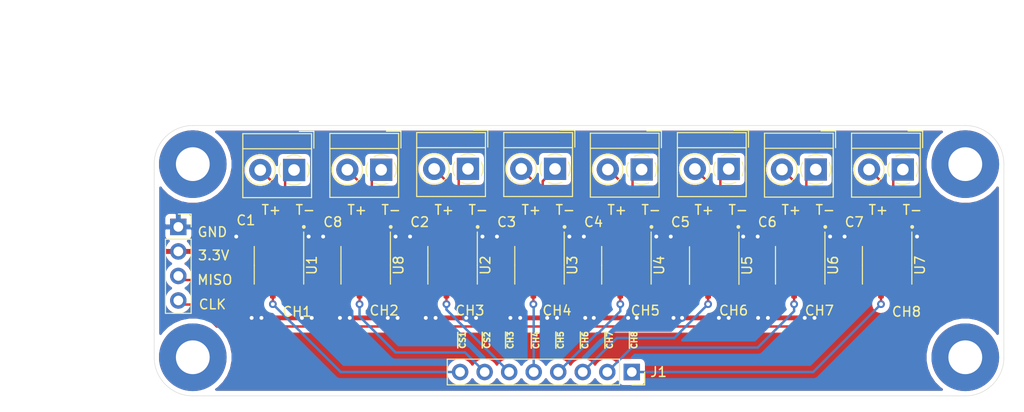
<source format=kicad_pcb>
(kicad_pcb (version 20171130) (host pcbnew 5.1.5+dfsg1-2build2)

  (general
    (thickness 1.6)
    (drawings 48)
    (tracks 236)
    (zones 0)
    (modules 27)
    (nets 33)
  )

  (page A4)
  (layers
    (0 F.Cu signal)
    (31 B.Cu signal)
    (32 B.Adhes user)
    (33 F.Adhes user)
    (34 B.Paste user)
    (35 F.Paste user)
    (36 B.SilkS user hide)
    (37 F.SilkS user)
    (38 B.Mask user)
    (39 F.Mask user)
    (40 Dwgs.User user)
    (41 Cmts.User user)
    (42 Eco1.User user)
    (43 Eco2.User user)
    (44 Edge.Cuts user)
    (45 Margin user)
    (46 B.CrtYd user)
    (47 F.CrtYd user)
    (48 B.Fab user)
    (49 F.Fab user hide)
  )

  (setup
    (last_trace_width 0.25)
    (user_trace_width 0.5)
    (trace_clearance 0.2)
    (zone_clearance 0.508)
    (zone_45_only no)
    (trace_min 0.2)
    (via_size 0.8)
    (via_drill 0.4)
    (via_min_size 0.4)
    (via_min_drill 0.3)
    (uvia_size 0.3)
    (uvia_drill 0.1)
    (uvias_allowed no)
    (uvia_min_size 0.2)
    (uvia_min_drill 0.1)
    (edge_width 0.05)
    (segment_width 0.2)
    (pcb_text_width 0.3)
    (pcb_text_size 1.5 1.5)
    (mod_edge_width 0.12)
    (mod_text_size 1 1)
    (mod_text_width 0.15)
    (pad_size 1.524 1.524)
    (pad_drill 0.762)
    (pad_to_mask_clearance 0.051)
    (solder_mask_min_width 0.25)
    (aux_axis_origin 0 0)
    (visible_elements FFFFFF7F)
    (pcbplotparams
      (layerselection 0x010fc_ffffffff)
      (usegerberextensions false)
      (usegerberattributes false)
      (usegerberadvancedattributes false)
      (creategerberjobfile false)
      (excludeedgelayer true)
      (linewidth 0.100000)
      (plotframeref false)
      (viasonmask false)
      (mode 1)
      (useauxorigin false)
      (hpglpennumber 1)
      (hpglpenspeed 20)
      (hpglpendiameter 15.000000)
      (psnegative false)
      (psa4output false)
      (plotreference true)
      (plotvalue true)
      (plotinvisibletext false)
      (padsonsilk false)
      (subtractmaskfromsilk false)
      (outputformat 1)
      (mirror false)
      (drillshape 0)
      (scaleselection 1)
      (outputdirectory "assembly/"))
  )

  (net 0 "")
  (net 1 +3V3)
  (net 2 GND)
  (net 3 /max31855/CLK)
  (net 4 /sheet606BAD28/~CS~)
  (net 5 /sheet606BACD6/~CS~)
  (net 6 /sheet606BAC84/~CS~)
  (net 7 /sheet606BAC16/~CS~)
  (net 8 /sheet606BABA0/~CS~)
  (net 9 /sheet606BAB02/~CS~)
  (net 10 /sheet606BA990/~CS~)
  (net 11 /max31855/~CS~)
  (net 12 /max31855/MISO)
  (net 13 "Net-(J3-Pad2)")
  (net 14 "Net-(J3-Pad1)")
  (net 15 "Net-(J4-Pad2)")
  (net 16 "Net-(J4-Pad1)")
  (net 17 "Net-(J5-Pad2)")
  (net 18 "Net-(J5-Pad1)")
  (net 19 "Net-(J6-Pad2)")
  (net 20 "Net-(J6-Pad1)")
  (net 21 "Net-(J7-Pad2)")
  (net 22 "Net-(J7-Pad1)")
  (net 23 "Net-(J8-Pad2)")
  (net 24 "Net-(J8-Pad1)")
  (net 25 "Net-(J9-Pad2)")
  (net 26 "Net-(J9-Pad1)")
  (net 27 "Net-(J10-Pad2)")
  (net 28 "Net-(J10-Pad1)")
  (net 29 "Net-(H1-Pad1)")
  (net 30 "Net-(H1-Pad3)")
  (net 31 "Net-(H1-Pad4)")
  (net 32 "Net-(H1-Pad2)")

  (net_class Default "Dies ist die voreingestellte Netzklasse."
    (clearance 0.2)
    (trace_width 0.25)
    (via_dia 0.8)
    (via_drill 0.4)
    (uvia_dia 0.3)
    (uvia_drill 0.1)
    (add_net +3V3)
    (add_net /max31855/CLK)
    (add_net /max31855/MISO)
    (add_net /max31855/~CS~)
    (add_net /sheet606BA990/~CS~)
    (add_net /sheet606BAB02/~CS~)
    (add_net /sheet606BABA0/~CS~)
    (add_net /sheet606BAC16/~CS~)
    (add_net /sheet606BAC84/~CS~)
    (add_net /sheet606BACD6/~CS~)
    (add_net /sheet606BAD28/~CS~)
    (add_net GND)
    (add_net "Net-(H1-Pad1)")
    (add_net "Net-(H1-Pad2)")
    (add_net "Net-(H1-Pad3)")
    (add_net "Net-(H1-Pad4)")
    (add_net "Net-(J10-Pad1)")
    (add_net "Net-(J10-Pad2)")
    (add_net "Net-(J3-Pad1)")
    (add_net "Net-(J3-Pad2)")
    (add_net "Net-(J4-Pad1)")
    (add_net "Net-(J4-Pad2)")
    (add_net "Net-(J5-Pad1)")
    (add_net "Net-(J5-Pad2)")
    (add_net "Net-(J6-Pad1)")
    (add_net "Net-(J6-Pad2)")
    (add_net "Net-(J7-Pad1)")
    (add_net "Net-(J7-Pad2)")
    (add_net "Net-(J8-Pad1)")
    (add_net "Net-(J8-Pad2)")
    (add_net "Net-(J9-Pad1)")
    (add_net "Net-(J9-Pad2)")
  )

  (module Thermo:MountingHole_pattern (layer F.Cu) (tedit 60729553) (tstamp 6072DD7B)
    (at 110.5 89)
    (descr "Mounting Hole 3.5mm")
    (tags "mounting hole 3.5mm")
    (path /60746452)
    (attr virtual)
    (fp_text reference H1 (at 0 -4.5) (layer F.SilkS) hide
      (effects (font (size 1 1) (thickness 0.15)))
    )
    (fp_text value MountingHoles (at 44 11 unlocked) (layer F.Fab) hide
      (effects (font (size 1 1) (thickness 0.15)))
    )
    (fp_circle (center 0 20) (end 3.75 20) (layer F.CrtYd) (width 0.05))
    (fp_circle (center 0 20) (end 3.5 20) (layer Cmts.User) (width 0.15))
    (fp_circle (center 80 20) (end 83.5 20) (layer Cmts.User) (width 0.15))
    (fp_circle (center 80 20) (end 83.75 20) (layer F.CrtYd) (width 0.05))
    (fp_circle (center 80 0) (end 83.75 0) (layer F.CrtYd) (width 0.05))
    (fp_circle (center 80 0) (end 83.5 0) (layer Cmts.User) (width 0.15))
    (fp_circle (center 0 0) (end 3.75 0) (layer F.CrtYd) (width 0.05))
    (fp_circle (center 0 0) (end 3.5 0) (layer Cmts.User) (width 0.15))
    (pad 3 thru_hole circle (at 0 20) (size 7 7) (drill 3.5) (layers *.Cu *.Mask)
      (net 30 "Net-(H1-Pad3)"))
    (pad 4 thru_hole circle (at 80 20) (size 7 7) (drill 3.5) (layers *.Cu *.Mask)
      (net 31 "Net-(H1-Pad4)"))
    (pad 2 thru_hole circle (at 80 0) (size 7 7) (drill 3.5) (layers *.Cu *.Mask)
      (net 32 "Net-(H1-Pad2)"))
    (pad 1 thru_hole circle (at 0 0) (size 7 7) (drill 3.5) (layers *.Cu *.Mask)
      (net 29 "Net-(H1-Pad1)"))
  )

  (module TerminalBlock_MetzConnect:TerminalBlock_MetzConnect_Type059_RT06302HBWC_1x02_P3.50mm_Horizontal (layer F.Cu) (tedit 5B294EA0) (tstamp 60700FBB)
    (at 184.031 89.556 180)
    (descr "terminal block Metz Connect Type059_RT06302HBWC, 2 pins, pitch 3.5mm, size 7x6.5mm^2, drill diamater 1.2mm, pad diameter 2.3mm, see http://www.metz-connect.com/de/system/files/productfiles/Datenblatt_310591_RT063xxHBWC_OFF-022684T.pdf, script-generated using https://github.com/pointhi/kicad-footprint-generator/scripts/TerminalBlock_MetzConnect")
    (tags "THT terminal block Metz Connect Type059_RT06302HBWC pitch 3.5mm size 7x6.5mm^2 drill 1.2mm pad 2.3mm")
    (path /606BAD2D/606B809E)
    (fp_text reference J9 (at -0.635 -4.064) (layer F.SilkS) hide
      (effects (font (size 1 1) (thickness 0.15)))
    )
    (fp_text value Screw_Terminal_01x02 (at 1.75 4.76) (layer F.Fab)
      (effects (font (size 1 1) (thickness 0.15)))
    )
    (fp_text user %R (at 1.75 2.95) (layer F.Fab)
      (effects (font (size 1 1) (thickness 0.15)))
    )
    (fp_line (start 5.75 -3.3) (end -2.25 -3.3) (layer F.CrtYd) (width 0.05))
    (fp_line (start 5.75 4.2) (end 5.75 -3.3) (layer F.CrtYd) (width 0.05))
    (fp_line (start -2.25 4.2) (end 5.75 4.2) (layer F.CrtYd) (width 0.05))
    (fp_line (start -2.25 -3.3) (end -2.25 4.2) (layer F.CrtYd) (width 0.05))
    (fp_line (start -2.05 4) (end -0.55 4) (layer F.SilkS) (width 0.12))
    (fp_line (start -2.05 2.26) (end -2.05 4) (layer F.SilkS) (width 0.12))
    (fp_line (start 2.397 0.914) (end 2.321 0.99) (layer F.SilkS) (width 0.12))
    (fp_line (start 4.49 -1.18) (end 4.436 -1.126) (layer F.SilkS) (width 0.12))
    (fp_line (start 2.565 1.125) (end 2.511 1.18) (layer F.SilkS) (width 0.12))
    (fp_line (start 4.68 -0.99) (end 4.604 -0.914) (layer F.SilkS) (width 0.12))
    (fp_line (start 4.376 -1.043) (end 2.458 0.875) (layer F.Fab) (width 0.1))
    (fp_line (start 4.543 -0.875) (end 2.625 1.043) (layer F.Fab) (width 0.1))
    (fp_line (start 0.876 -1.043) (end -1.043 0.875) (layer F.Fab) (width 0.1))
    (fp_line (start 1.043 -0.875) (end -0.876 1.043) (layer F.Fab) (width 0.1))
    (fp_line (start 5.31 -2.86) (end 5.31 3.76) (layer F.SilkS) (width 0.12))
    (fp_line (start -1.81 -2.86) (end -1.81 3.76) (layer F.SilkS) (width 0.12))
    (fp_line (start -1.81 3.76) (end 5.31 3.76) (layer F.SilkS) (width 0.12))
    (fp_line (start -1.81 -2.86) (end 5.31 -2.86) (layer F.SilkS) (width 0.12))
    (fp_line (start -1.81 2.2) (end 5.31 2.2) (layer F.SilkS) (width 0.12))
    (fp_line (start -1.75 2.2) (end 5.25 2.2) (layer F.Fab) (width 0.1))
    (fp_line (start -1.75 2.2) (end -1.75 -2.8) (layer F.Fab) (width 0.1))
    (fp_line (start -0.25 3.7) (end -1.75 2.2) (layer F.Fab) (width 0.1))
    (fp_line (start 5.25 3.7) (end -0.25 3.7) (layer F.Fab) (width 0.1))
    (fp_line (start 5.25 -2.8) (end 5.25 3.7) (layer F.Fab) (width 0.1))
    (fp_line (start -1.75 -2.8) (end 5.25 -2.8) (layer F.Fab) (width 0.1))
    (fp_circle (center 3.5 0) (end 5.055 0) (layer F.SilkS) (width 0.12))
    (fp_circle (center 3.5 0) (end 4.875 0) (layer F.Fab) (width 0.1))
    (fp_circle (center 0 0) (end 1.375 0) (layer F.Fab) (width 0.1))
    (fp_arc (start 0 0) (end -0.707 1.386) (angle -28) (layer F.SilkS) (width 0.12))
    (fp_arc (start 0 0) (end -1.386 -0.707) (angle -54) (layer F.SilkS) (width 0.12))
    (fp_arc (start 0 0) (end 0.707 -1.386) (angle -54) (layer F.SilkS) (width 0.12))
    (fp_arc (start 0 0) (end 1.386 0.707) (angle -54) (layer F.SilkS) (width 0.12))
    (fp_arc (start 0 0) (end 0 1.555) (angle -27) (layer F.SilkS) (width 0.12))
    (pad 2 thru_hole circle (at 3.5 0 180) (size 2.3 2.3) (drill 1.2) (layers *.Cu *.Mask)
      (net 25 "Net-(J9-Pad2)"))
    (pad 1 thru_hole rect (at 0 0 180) (size 2.3 2.3) (drill 1.2) (layers *.Cu *.Mask)
      (net 26 "Net-(J9-Pad1)"))
    (model ${KISYS3DMOD}/TerminalBlock_MetzConnect.3dshapes/TerminalBlock_MetzConnect_Type059_RT06302HBWC_1x02_P3.50mm_Horizontal.wrl
      (at (xyz 0 0 0))
      (scale (xyz 1 1 1))
      (rotate (xyz 0 0 0))
    )
  )

  (module TerminalBlock_MetzConnect:TerminalBlock_MetzConnect_Type059_RT06302HBWC_1x02_P3.50mm_Horizontal (layer F.Cu) (tedit 5B294EA0) (tstamp 60701916)
    (at 175.014 89.556 180)
    (descr "terminal block Metz Connect Type059_RT06302HBWC, 2 pins, pitch 3.5mm, size 7x6.5mm^2, drill diamater 1.2mm, pad diameter 2.3mm, see http://www.metz-connect.com/de/system/files/productfiles/Datenblatt_310591_RT063xxHBWC_OFF-022684T.pdf, script-generated using https://github.com/pointhi/kicad-footprint-generator/scripts/TerminalBlock_MetzConnect")
    (tags "THT terminal block Metz Connect Type059_RT06302HBWC pitch 3.5mm size 7x6.5mm^2 drill 1.2mm pad 2.3mm")
    (path /606BACDB/606B809E)
    (fp_text reference J8 (at -0.635 -4.064) (layer F.SilkS) hide
      (effects (font (size 1 1) (thickness 0.15)))
    )
    (fp_text value Screw_Terminal_01x02 (at 1.75 4.76) (layer F.Fab)
      (effects (font (size 1 1) (thickness 0.15)))
    )
    (fp_text user %R (at 1.75 2.95) (layer F.Fab)
      (effects (font (size 1 1) (thickness 0.15)))
    )
    (fp_line (start 5.75 -3.3) (end -2.25 -3.3) (layer F.CrtYd) (width 0.05))
    (fp_line (start 5.75 4.2) (end 5.75 -3.3) (layer F.CrtYd) (width 0.05))
    (fp_line (start -2.25 4.2) (end 5.75 4.2) (layer F.CrtYd) (width 0.05))
    (fp_line (start -2.25 -3.3) (end -2.25 4.2) (layer F.CrtYd) (width 0.05))
    (fp_line (start -2.05 4) (end -0.55 4) (layer F.SilkS) (width 0.12))
    (fp_line (start -2.05 2.26) (end -2.05 4) (layer F.SilkS) (width 0.12))
    (fp_line (start 2.397 0.914) (end 2.321 0.99) (layer F.SilkS) (width 0.12))
    (fp_line (start 4.49 -1.18) (end 4.436 -1.126) (layer F.SilkS) (width 0.12))
    (fp_line (start 2.565 1.125) (end 2.511 1.18) (layer F.SilkS) (width 0.12))
    (fp_line (start 4.68 -0.99) (end 4.604 -0.914) (layer F.SilkS) (width 0.12))
    (fp_line (start 4.376 -1.043) (end 2.458 0.875) (layer F.Fab) (width 0.1))
    (fp_line (start 4.543 -0.875) (end 2.625 1.043) (layer F.Fab) (width 0.1))
    (fp_line (start 0.876 -1.043) (end -1.043 0.875) (layer F.Fab) (width 0.1))
    (fp_line (start 1.043 -0.875) (end -0.876 1.043) (layer F.Fab) (width 0.1))
    (fp_line (start 5.31 -2.86) (end 5.31 3.76) (layer F.SilkS) (width 0.12))
    (fp_line (start -1.81 -2.86) (end -1.81 3.76) (layer F.SilkS) (width 0.12))
    (fp_line (start -1.81 3.76) (end 5.31 3.76) (layer F.SilkS) (width 0.12))
    (fp_line (start -1.81 -2.86) (end 5.31 -2.86) (layer F.SilkS) (width 0.12))
    (fp_line (start -1.81 2.2) (end 5.31 2.2) (layer F.SilkS) (width 0.12))
    (fp_line (start -1.75 2.2) (end 5.25 2.2) (layer F.Fab) (width 0.1))
    (fp_line (start -1.75 2.2) (end -1.75 -2.8) (layer F.Fab) (width 0.1))
    (fp_line (start -0.25 3.7) (end -1.75 2.2) (layer F.Fab) (width 0.1))
    (fp_line (start 5.25 3.7) (end -0.25 3.7) (layer F.Fab) (width 0.1))
    (fp_line (start 5.25 -2.8) (end 5.25 3.7) (layer F.Fab) (width 0.1))
    (fp_line (start -1.75 -2.8) (end 5.25 -2.8) (layer F.Fab) (width 0.1))
    (fp_circle (center 3.5 0) (end 5.055 0) (layer F.SilkS) (width 0.12))
    (fp_circle (center 3.5 0) (end 4.875 0) (layer F.Fab) (width 0.1))
    (fp_circle (center 0 0) (end 1.375 0) (layer F.Fab) (width 0.1))
    (fp_arc (start 0 0) (end -0.707 1.386) (angle -28) (layer F.SilkS) (width 0.12))
    (fp_arc (start 0 0) (end -1.386 -0.707) (angle -54) (layer F.SilkS) (width 0.12))
    (fp_arc (start 0 0) (end 0.707 -1.386) (angle -54) (layer F.SilkS) (width 0.12))
    (fp_arc (start 0 0) (end 1.386 0.707) (angle -54) (layer F.SilkS) (width 0.12))
    (fp_arc (start 0 0) (end 0 1.555) (angle -27) (layer F.SilkS) (width 0.12))
    (pad 2 thru_hole circle (at 3.5 0 180) (size 2.3 2.3) (drill 1.2) (layers *.Cu *.Mask)
      (net 23 "Net-(J8-Pad2)"))
    (pad 1 thru_hole rect (at 0 0 180) (size 2.3 2.3) (drill 1.2) (layers *.Cu *.Mask)
      (net 24 "Net-(J8-Pad1)"))
    (model ${KISYS3DMOD}/TerminalBlock_MetzConnect.3dshapes/TerminalBlock_MetzConnect_Type059_RT06302HBWC_1x02_P3.50mm_Horizontal.wrl
      (at (xyz 0 0 0))
      (scale (xyz 1 1 1))
      (rotate (xyz 0 0 0))
    )
  )

  (module TerminalBlock_MetzConnect:TerminalBlock_MetzConnect_Type059_RT06302HBWC_1x02_P3.50mm_Horizontal (layer F.Cu) (tedit 5B294EA0) (tstamp 60708E70)
    (at 165.997 89.5 180)
    (descr "terminal block Metz Connect Type059_RT06302HBWC, 2 pins, pitch 3.5mm, size 7x6.5mm^2, drill diamater 1.2mm, pad diameter 2.3mm, see http://www.metz-connect.com/de/system/files/productfiles/Datenblatt_310591_RT063xxHBWC_OFF-022684T.pdf, script-generated using https://github.com/pointhi/kicad-footprint-generator/scripts/TerminalBlock_MetzConnect")
    (tags "THT terminal block Metz Connect Type059_RT06302HBWC pitch 3.5mm size 7x6.5mm^2 drill 1.2mm pad 2.3mm")
    (path /606BAC89/606B809E)
    (fp_text reference J7 (at -0.635 -4.12) (layer F.SilkS) hide
      (effects (font (size 1 1) (thickness 0.15)))
    )
    (fp_text value Screw_Terminal_01x02 (at 1.75 4.76) (layer F.Fab)
      (effects (font (size 1 1) (thickness 0.15)))
    )
    (fp_text user %R (at 1.75 2.95) (layer F.Fab)
      (effects (font (size 1 1) (thickness 0.15)))
    )
    (fp_line (start 5.75 -3.3) (end -2.25 -3.3) (layer F.CrtYd) (width 0.05))
    (fp_line (start 5.75 4.2) (end 5.75 -3.3) (layer F.CrtYd) (width 0.05))
    (fp_line (start -2.25 4.2) (end 5.75 4.2) (layer F.CrtYd) (width 0.05))
    (fp_line (start -2.25 -3.3) (end -2.25 4.2) (layer F.CrtYd) (width 0.05))
    (fp_line (start -2.05 4) (end -0.55 4) (layer F.SilkS) (width 0.12))
    (fp_line (start -2.05 2.26) (end -2.05 4) (layer F.SilkS) (width 0.12))
    (fp_line (start 2.397 0.914) (end 2.321 0.99) (layer F.SilkS) (width 0.12))
    (fp_line (start 4.49 -1.18) (end 4.436 -1.126) (layer F.SilkS) (width 0.12))
    (fp_line (start 2.565 1.125) (end 2.511 1.18) (layer F.SilkS) (width 0.12))
    (fp_line (start 4.68 -0.99) (end 4.604 -0.914) (layer F.SilkS) (width 0.12))
    (fp_line (start 4.376 -1.043) (end 2.458 0.875) (layer F.Fab) (width 0.1))
    (fp_line (start 4.543 -0.875) (end 2.625 1.043) (layer F.Fab) (width 0.1))
    (fp_line (start 0.876 -1.043) (end -1.043 0.875) (layer F.Fab) (width 0.1))
    (fp_line (start 1.043 -0.875) (end -0.876 1.043) (layer F.Fab) (width 0.1))
    (fp_line (start 5.31 -2.86) (end 5.31 3.76) (layer F.SilkS) (width 0.12))
    (fp_line (start -1.81 -2.86) (end -1.81 3.76) (layer F.SilkS) (width 0.12))
    (fp_line (start -1.81 3.76) (end 5.31 3.76) (layer F.SilkS) (width 0.12))
    (fp_line (start -1.81 -2.86) (end 5.31 -2.86) (layer F.SilkS) (width 0.12))
    (fp_line (start -1.81 2.2) (end 5.31 2.2) (layer F.SilkS) (width 0.12))
    (fp_line (start -1.75 2.2) (end 5.25 2.2) (layer F.Fab) (width 0.1))
    (fp_line (start -1.75 2.2) (end -1.75 -2.8) (layer F.Fab) (width 0.1))
    (fp_line (start -0.25 3.7) (end -1.75 2.2) (layer F.Fab) (width 0.1))
    (fp_line (start 5.25 3.7) (end -0.25 3.7) (layer F.Fab) (width 0.1))
    (fp_line (start 5.25 -2.8) (end 5.25 3.7) (layer F.Fab) (width 0.1))
    (fp_line (start -1.75 -2.8) (end 5.25 -2.8) (layer F.Fab) (width 0.1))
    (fp_circle (center 3.5 0) (end 5.055 0) (layer F.SilkS) (width 0.12))
    (fp_circle (center 3.5 0) (end 4.875 0) (layer F.Fab) (width 0.1))
    (fp_circle (center 0 0) (end 1.375 0) (layer F.Fab) (width 0.1))
    (fp_arc (start 0 0) (end -0.707 1.386) (angle -28) (layer F.SilkS) (width 0.12))
    (fp_arc (start 0 0) (end -1.386 -0.707) (angle -54) (layer F.SilkS) (width 0.12))
    (fp_arc (start 0 0) (end 0.707 -1.386) (angle -54) (layer F.SilkS) (width 0.12))
    (fp_arc (start 0 0) (end 1.386 0.707) (angle -54) (layer F.SilkS) (width 0.12))
    (fp_arc (start 0 0) (end 0 1.555) (angle -27) (layer F.SilkS) (width 0.12))
    (pad 2 thru_hole circle (at 3.5 0 180) (size 2.3 2.3) (drill 1.2) (layers *.Cu *.Mask)
      (net 21 "Net-(J7-Pad2)"))
    (pad 1 thru_hole rect (at 0 0 180) (size 2.3 2.3) (drill 1.2) (layers *.Cu *.Mask)
      (net 22 "Net-(J7-Pad1)"))
    (model ${KISYS3DMOD}/TerminalBlock_MetzConnect.3dshapes/TerminalBlock_MetzConnect_Type059_RT06302HBWC_1x02_P3.50mm_Horizontal.wrl
      (at (xyz 0 0 0))
      (scale (xyz 1 1 1))
      (rotate (xyz 0 0 0))
    )
  )

  (module TerminalBlock_MetzConnect:TerminalBlock_MetzConnect_Type059_RT06302HBWC_1x02_P3.50mm_Horizontal (layer F.Cu) (tedit 5B294EA0) (tstamp 60701625)
    (at 156.98 89.556 180)
    (descr "terminal block Metz Connect Type059_RT06302HBWC, 2 pins, pitch 3.5mm, size 7x6.5mm^2, drill diamater 1.2mm, pad diameter 2.3mm, see http://www.metz-connect.com/de/system/files/productfiles/Datenblatt_310591_RT063xxHBWC_OFF-022684T.pdf, script-generated using https://github.com/pointhi/kicad-footprint-generator/scripts/TerminalBlock_MetzConnect")
    (tags "THT terminal block Metz Connect Type059_RT06302HBWC pitch 3.5mm size 7x6.5mm^2 drill 1.2mm pad 2.3mm")
    (path /606BAC1B/606B809E)
    (fp_text reference J6 (at -0.635 -4.064) (layer F.SilkS) hide
      (effects (font (size 1 1) (thickness 0.15)))
    )
    (fp_text value Screw_Terminal_01x02 (at 1.75 4.76) (layer F.Fab)
      (effects (font (size 1 1) (thickness 0.15)))
    )
    (fp_text user %R (at 1.75 2.95) (layer F.Fab)
      (effects (font (size 1 1) (thickness 0.15)))
    )
    (fp_line (start 5.75 -3.3) (end -2.25 -3.3) (layer F.CrtYd) (width 0.05))
    (fp_line (start 5.75 4.2) (end 5.75 -3.3) (layer F.CrtYd) (width 0.05))
    (fp_line (start -2.25 4.2) (end 5.75 4.2) (layer F.CrtYd) (width 0.05))
    (fp_line (start -2.25 -3.3) (end -2.25 4.2) (layer F.CrtYd) (width 0.05))
    (fp_line (start -2.05 4) (end -0.55 4) (layer F.SilkS) (width 0.12))
    (fp_line (start -2.05 2.26) (end -2.05 4) (layer F.SilkS) (width 0.12))
    (fp_line (start 2.397 0.914) (end 2.321 0.99) (layer F.SilkS) (width 0.12))
    (fp_line (start 4.49 -1.18) (end 4.436 -1.126) (layer F.SilkS) (width 0.12))
    (fp_line (start 2.565 1.125) (end 2.511 1.18) (layer F.SilkS) (width 0.12))
    (fp_line (start 4.68 -0.99) (end 4.604 -0.914) (layer F.SilkS) (width 0.12))
    (fp_line (start 4.376 -1.043) (end 2.458 0.875) (layer F.Fab) (width 0.1))
    (fp_line (start 4.543 -0.875) (end 2.625 1.043) (layer F.Fab) (width 0.1))
    (fp_line (start 0.876 -1.043) (end -1.043 0.875) (layer F.Fab) (width 0.1))
    (fp_line (start 1.043 -0.875) (end -0.876 1.043) (layer F.Fab) (width 0.1))
    (fp_line (start 5.31 -2.86) (end 5.31 3.76) (layer F.SilkS) (width 0.12))
    (fp_line (start -1.81 -2.86) (end -1.81 3.76) (layer F.SilkS) (width 0.12))
    (fp_line (start -1.81 3.76) (end 5.31 3.76) (layer F.SilkS) (width 0.12))
    (fp_line (start -1.81 -2.86) (end 5.31 -2.86) (layer F.SilkS) (width 0.12))
    (fp_line (start -1.81 2.2) (end 5.31 2.2) (layer F.SilkS) (width 0.12))
    (fp_line (start -1.75 2.2) (end 5.25 2.2) (layer F.Fab) (width 0.1))
    (fp_line (start -1.75 2.2) (end -1.75 -2.8) (layer F.Fab) (width 0.1))
    (fp_line (start -0.25 3.7) (end -1.75 2.2) (layer F.Fab) (width 0.1))
    (fp_line (start 5.25 3.7) (end -0.25 3.7) (layer F.Fab) (width 0.1))
    (fp_line (start 5.25 -2.8) (end 5.25 3.7) (layer F.Fab) (width 0.1))
    (fp_line (start -1.75 -2.8) (end 5.25 -2.8) (layer F.Fab) (width 0.1))
    (fp_circle (center 3.5 0) (end 5.055 0) (layer F.SilkS) (width 0.12))
    (fp_circle (center 3.5 0) (end 4.875 0) (layer F.Fab) (width 0.1))
    (fp_circle (center 0 0) (end 1.375 0) (layer F.Fab) (width 0.1))
    (fp_arc (start 0 0) (end -0.707 1.386) (angle -28) (layer F.SilkS) (width 0.12))
    (fp_arc (start 0 0) (end -1.386 -0.707) (angle -54) (layer F.SilkS) (width 0.12))
    (fp_arc (start 0 0) (end 0.707 -1.386) (angle -54) (layer F.SilkS) (width 0.12))
    (fp_arc (start 0 0) (end 1.386 0.707) (angle -54) (layer F.SilkS) (width 0.12))
    (fp_arc (start 0 0) (end 0 1.555) (angle -27) (layer F.SilkS) (width 0.12))
    (pad 2 thru_hole circle (at 3.5 0 180) (size 2.3 2.3) (drill 1.2) (layers *.Cu *.Mask)
      (net 19 "Net-(J6-Pad2)"))
    (pad 1 thru_hole rect (at 0 0 180) (size 2.3 2.3) (drill 1.2) (layers *.Cu *.Mask)
      (net 20 "Net-(J6-Pad1)"))
    (model ${KISYS3DMOD}/TerminalBlock_MetzConnect.3dshapes/TerminalBlock_MetzConnect_Type059_RT06302HBWC_1x02_P3.50mm_Horizontal.wrl
      (at (xyz 0 0 0))
      (scale (xyz 1 1 1))
      (rotate (xyz 0 0 0))
    )
  )

  (module TerminalBlock_MetzConnect:TerminalBlock_MetzConnect_Type059_RT06302HBWC_1x02_P3.50mm_Horizontal (layer F.Cu) (tedit 5B294EA0) (tstamp 6070169A)
    (at 148.0138 89.4925 180)
    (descr "terminal block Metz Connect Type059_RT06302HBWC, 2 pins, pitch 3.5mm, size 7x6.5mm^2, drill diamater 1.2mm, pad diameter 2.3mm, see http://www.metz-connect.com/de/system/files/productfiles/Datenblatt_310591_RT063xxHBWC_OFF-022684T.pdf, script-generated using https://github.com/pointhi/kicad-footprint-generator/scripts/TerminalBlock_MetzConnect")
    (tags "THT terminal block Metz Connect Type059_RT06302HBWC pitch 3.5mm size 7x6.5mm^2 drill 1.2mm pad 2.3mm")
    (path /606BABA5/606B809E)
    (fp_text reference J5 (at -0.5842 -4.1275) (layer F.SilkS) hide
      (effects (font (size 1 1) (thickness 0.15)))
    )
    (fp_text value Screw_Terminal_01x02 (at 1.75 4.76) (layer F.Fab)
      (effects (font (size 1 1) (thickness 0.15)))
    )
    (fp_text user %R (at 1.75 2.95) (layer F.Fab)
      (effects (font (size 1 1) (thickness 0.15)))
    )
    (fp_line (start 5.75 -3.3) (end -2.25 -3.3) (layer F.CrtYd) (width 0.05))
    (fp_line (start 5.75 4.2) (end 5.75 -3.3) (layer F.CrtYd) (width 0.05))
    (fp_line (start -2.25 4.2) (end 5.75 4.2) (layer F.CrtYd) (width 0.05))
    (fp_line (start -2.25 -3.3) (end -2.25 4.2) (layer F.CrtYd) (width 0.05))
    (fp_line (start -2.05 4) (end -0.55 4) (layer F.SilkS) (width 0.12))
    (fp_line (start -2.05 2.26) (end -2.05 4) (layer F.SilkS) (width 0.12))
    (fp_line (start 2.397 0.914) (end 2.321 0.99) (layer F.SilkS) (width 0.12))
    (fp_line (start 4.49 -1.18) (end 4.436 -1.126) (layer F.SilkS) (width 0.12))
    (fp_line (start 2.565 1.125) (end 2.511 1.18) (layer F.SilkS) (width 0.12))
    (fp_line (start 4.68 -0.99) (end 4.604 -0.914) (layer F.SilkS) (width 0.12))
    (fp_line (start 4.376 -1.043) (end 2.458 0.875) (layer F.Fab) (width 0.1))
    (fp_line (start 4.543 -0.875) (end 2.625 1.043) (layer F.Fab) (width 0.1))
    (fp_line (start 0.876 -1.043) (end -1.043 0.875) (layer F.Fab) (width 0.1))
    (fp_line (start 1.043 -0.875) (end -0.876 1.043) (layer F.Fab) (width 0.1))
    (fp_line (start 5.31 -2.86) (end 5.31 3.76) (layer F.SilkS) (width 0.12))
    (fp_line (start -1.81 -2.86) (end -1.81 3.76) (layer F.SilkS) (width 0.12))
    (fp_line (start -1.81 3.76) (end 5.31 3.76) (layer F.SilkS) (width 0.12))
    (fp_line (start -1.81 -2.86) (end 5.31 -2.86) (layer F.SilkS) (width 0.12))
    (fp_line (start -1.81 2.2) (end 5.31 2.2) (layer F.SilkS) (width 0.12))
    (fp_line (start -1.75 2.2) (end 5.25 2.2) (layer F.Fab) (width 0.1))
    (fp_line (start -1.75 2.2) (end -1.75 -2.8) (layer F.Fab) (width 0.1))
    (fp_line (start -0.25 3.7) (end -1.75 2.2) (layer F.Fab) (width 0.1))
    (fp_line (start 5.25 3.7) (end -0.25 3.7) (layer F.Fab) (width 0.1))
    (fp_line (start 5.25 -2.8) (end 5.25 3.7) (layer F.Fab) (width 0.1))
    (fp_line (start -1.75 -2.8) (end 5.25 -2.8) (layer F.Fab) (width 0.1))
    (fp_circle (center 3.5 0) (end 5.055 0) (layer F.SilkS) (width 0.12))
    (fp_circle (center 3.5 0) (end 4.875 0) (layer F.Fab) (width 0.1))
    (fp_circle (center 0 0) (end 1.375 0) (layer F.Fab) (width 0.1))
    (fp_arc (start 0 0) (end -0.707 1.386) (angle -28) (layer F.SilkS) (width 0.12))
    (fp_arc (start 0 0) (end -1.386 -0.707) (angle -54) (layer F.SilkS) (width 0.12))
    (fp_arc (start 0 0) (end 0.707 -1.386) (angle -54) (layer F.SilkS) (width 0.12))
    (fp_arc (start 0 0) (end 1.386 0.707) (angle -54) (layer F.SilkS) (width 0.12))
    (fp_arc (start 0 0) (end 0 1.555) (angle -27) (layer F.SilkS) (width 0.12))
    (pad 2 thru_hole circle (at 3.5 0 180) (size 2.3 2.3) (drill 1.2) (layers *.Cu *.Mask)
      (net 17 "Net-(J5-Pad2)"))
    (pad 1 thru_hole rect (at 0 0 180) (size 2.3 2.3) (drill 1.2) (layers *.Cu *.Mask)
      (net 18 "Net-(J5-Pad1)"))
    (model ${KISYS3DMOD}/TerminalBlock_MetzConnect.3dshapes/TerminalBlock_MetzConnect_Type059_RT06302HBWC_1x02_P3.50mm_Horizontal.wrl
      (at (xyz 0 0 0))
      (scale (xyz 1 1 1))
      (rotate (xyz 0 0 0))
    )
  )

  (module TerminalBlock_MetzConnect:TerminalBlock_MetzConnect_Type059_RT06302HBWC_1x02_P3.50mm_Horizontal (layer F.Cu) (tedit 5B294EA0) (tstamp 6070170F)
    (at 138.9968 89.4925 180)
    (descr "terminal block Metz Connect Type059_RT06302HBWC, 2 pins, pitch 3.5mm, size 7x6.5mm^2, drill diamater 1.2mm, pad diameter 2.3mm, see http://www.metz-connect.com/de/system/files/productfiles/Datenblatt_310591_RT063xxHBWC_OFF-022684T.pdf, script-generated using https://github.com/pointhi/kicad-footprint-generator/scripts/TerminalBlock_MetzConnect")
    (tags "THT terminal block Metz Connect Type059_RT06302HBWC pitch 3.5mm size 7x6.5mm^2 drill 1.2mm pad 2.3mm")
    (path /606BAB07/606B809E)
    (fp_text reference J4 (at -0.5842 -4.1275) (layer F.SilkS) hide
      (effects (font (size 1 1) (thickness 0.15)))
    )
    (fp_text value Screw_Terminal_01x02 (at 1.75 4.76) (layer F.Fab)
      (effects (font (size 1 1) (thickness 0.15)))
    )
    (fp_text user %R (at 1.75 2.95) (layer F.Fab)
      (effects (font (size 1 1) (thickness 0.15)))
    )
    (fp_line (start 5.75 -3.3) (end -2.25 -3.3) (layer F.CrtYd) (width 0.05))
    (fp_line (start 5.75 4.2) (end 5.75 -3.3) (layer F.CrtYd) (width 0.05))
    (fp_line (start -2.25 4.2) (end 5.75 4.2) (layer F.CrtYd) (width 0.05))
    (fp_line (start -2.25 -3.3) (end -2.25 4.2) (layer F.CrtYd) (width 0.05))
    (fp_line (start -2.05 4) (end -0.55 4) (layer F.SilkS) (width 0.12))
    (fp_line (start -2.05 2.26) (end -2.05 4) (layer F.SilkS) (width 0.12))
    (fp_line (start 2.397 0.914) (end 2.321 0.99) (layer F.SilkS) (width 0.12))
    (fp_line (start 4.49 -1.18) (end 4.436 -1.126) (layer F.SilkS) (width 0.12))
    (fp_line (start 2.565 1.125) (end 2.511 1.18) (layer F.SilkS) (width 0.12))
    (fp_line (start 4.68 -0.99) (end 4.604 -0.914) (layer F.SilkS) (width 0.12))
    (fp_line (start 4.376 -1.043) (end 2.458 0.875) (layer F.Fab) (width 0.1))
    (fp_line (start 4.543 -0.875) (end 2.625 1.043) (layer F.Fab) (width 0.1))
    (fp_line (start 0.876 -1.043) (end -1.043 0.875) (layer F.Fab) (width 0.1))
    (fp_line (start 1.043 -0.875) (end -0.876 1.043) (layer F.Fab) (width 0.1))
    (fp_line (start 5.31 -2.86) (end 5.31 3.76) (layer F.SilkS) (width 0.12))
    (fp_line (start -1.81 -2.86) (end -1.81 3.76) (layer F.SilkS) (width 0.12))
    (fp_line (start -1.81 3.76) (end 5.31 3.76) (layer F.SilkS) (width 0.12))
    (fp_line (start -1.81 -2.86) (end 5.31 -2.86) (layer F.SilkS) (width 0.12))
    (fp_line (start -1.81 2.2) (end 5.31 2.2) (layer F.SilkS) (width 0.12))
    (fp_line (start -1.75 2.2) (end 5.25 2.2) (layer F.Fab) (width 0.1))
    (fp_line (start -1.75 2.2) (end -1.75 -2.8) (layer F.Fab) (width 0.1))
    (fp_line (start -0.25 3.7) (end -1.75 2.2) (layer F.Fab) (width 0.1))
    (fp_line (start 5.25 3.7) (end -0.25 3.7) (layer F.Fab) (width 0.1))
    (fp_line (start 5.25 -2.8) (end 5.25 3.7) (layer F.Fab) (width 0.1))
    (fp_line (start -1.75 -2.8) (end 5.25 -2.8) (layer F.Fab) (width 0.1))
    (fp_circle (center 3.5 0) (end 5.055 0) (layer F.SilkS) (width 0.12))
    (fp_circle (center 3.5 0) (end 4.875 0) (layer F.Fab) (width 0.1))
    (fp_circle (center 0 0) (end 1.375 0) (layer F.Fab) (width 0.1))
    (fp_arc (start 0 0) (end -0.707 1.386) (angle -28) (layer F.SilkS) (width 0.12))
    (fp_arc (start 0 0) (end -1.386 -0.707) (angle -54) (layer F.SilkS) (width 0.12))
    (fp_arc (start 0 0) (end 0.707 -1.386) (angle -54) (layer F.SilkS) (width 0.12))
    (fp_arc (start 0 0) (end 1.386 0.707) (angle -54) (layer F.SilkS) (width 0.12))
    (fp_arc (start 0 0) (end 0 1.555) (angle -27) (layer F.SilkS) (width 0.12))
    (pad 2 thru_hole circle (at 3.5 0 180) (size 2.3 2.3) (drill 1.2) (layers *.Cu *.Mask)
      (net 15 "Net-(J4-Pad2)"))
    (pad 1 thru_hole rect (at 0 0 180) (size 2.3 2.3) (drill 1.2) (layers *.Cu *.Mask)
      (net 16 "Net-(J4-Pad1)"))
    (model ${KISYS3DMOD}/TerminalBlock_MetzConnect.3dshapes/TerminalBlock_MetzConnect_Type059_RT06302HBWC_1x02_P3.50mm_Horizontal.wrl
      (at (xyz 0 0 0))
      (scale (xyz 1 1 1))
      (rotate (xyz 0 0 0))
    )
  )

  (module TerminalBlock_MetzConnect:TerminalBlock_MetzConnect_Type059_RT06302HBWC_1x02_P3.50mm_Horizontal (layer F.Cu) (tedit 5B294EA0) (tstamp 60700ED1)
    (at 130.0052 89.5814 180)
    (descr "terminal block Metz Connect Type059_RT06302HBWC, 2 pins, pitch 3.5mm, size 7x6.5mm^2, drill diamater 1.2mm, pad diameter 2.3mm, see http://www.metz-connect.com/de/system/files/productfiles/Datenblatt_310591_RT063xxHBWC_OFF-022684T.pdf, script-generated using https://github.com/pointhi/kicad-footprint-generator/scripts/TerminalBlock_MetzConnect")
    (tags "THT terminal block Metz Connect Type059_RT06302HBWC pitch 3.5mm size 7x6.5mm^2 drill 1.2mm pad 2.3mm")
    (path /606BA995/606B809E)
    (fp_text reference J10 (at -0.5588 -4.0386) (layer F.SilkS) hide
      (effects (font (size 1 1) (thickness 0.15)))
    )
    (fp_text value Screw_Terminal_01x02 (at 1.75 4.76) (layer F.Fab)
      (effects (font (size 1 1) (thickness 0.15)))
    )
    (fp_text user %R (at 1.75 2.95) (layer F.Fab)
      (effects (font (size 1 1) (thickness 0.15)))
    )
    (fp_line (start 5.75 -3.3) (end -2.25 -3.3) (layer F.CrtYd) (width 0.05))
    (fp_line (start 5.75 4.2) (end 5.75 -3.3) (layer F.CrtYd) (width 0.05))
    (fp_line (start -2.25 4.2) (end 5.75 4.2) (layer F.CrtYd) (width 0.05))
    (fp_line (start -2.25 -3.3) (end -2.25 4.2) (layer F.CrtYd) (width 0.05))
    (fp_line (start -2.05 4) (end -0.55 4) (layer F.SilkS) (width 0.12))
    (fp_line (start -2.05 2.26) (end -2.05 4) (layer F.SilkS) (width 0.12))
    (fp_line (start 2.397 0.914) (end 2.321 0.99) (layer F.SilkS) (width 0.12))
    (fp_line (start 4.49 -1.18) (end 4.436 -1.126) (layer F.SilkS) (width 0.12))
    (fp_line (start 2.565 1.125) (end 2.511 1.18) (layer F.SilkS) (width 0.12))
    (fp_line (start 4.68 -0.99) (end 4.604 -0.914) (layer F.SilkS) (width 0.12))
    (fp_line (start 4.376 -1.043) (end 2.458 0.875) (layer F.Fab) (width 0.1))
    (fp_line (start 4.543 -0.875) (end 2.625 1.043) (layer F.Fab) (width 0.1))
    (fp_line (start 0.876 -1.043) (end -1.043 0.875) (layer F.Fab) (width 0.1))
    (fp_line (start 1.043 -0.875) (end -0.876 1.043) (layer F.Fab) (width 0.1))
    (fp_line (start 5.31 -2.86) (end 5.31 3.76) (layer F.SilkS) (width 0.12))
    (fp_line (start -1.81 -2.86) (end -1.81 3.76) (layer F.SilkS) (width 0.12))
    (fp_line (start -1.81 3.76) (end 5.31 3.76) (layer F.SilkS) (width 0.12))
    (fp_line (start -1.81 -2.86) (end 5.31 -2.86) (layer F.SilkS) (width 0.12))
    (fp_line (start -1.81 2.2) (end 5.31 2.2) (layer F.SilkS) (width 0.12))
    (fp_line (start -1.75 2.2) (end 5.25 2.2) (layer F.Fab) (width 0.1))
    (fp_line (start -1.75 2.2) (end -1.75 -2.8) (layer F.Fab) (width 0.1))
    (fp_line (start -0.25 3.7) (end -1.75 2.2) (layer F.Fab) (width 0.1))
    (fp_line (start 5.25 3.7) (end -0.25 3.7) (layer F.Fab) (width 0.1))
    (fp_line (start 5.25 -2.8) (end 5.25 3.7) (layer F.Fab) (width 0.1))
    (fp_line (start -1.75 -2.8) (end 5.25 -2.8) (layer F.Fab) (width 0.1))
    (fp_circle (center 3.5 0) (end 5.055 0) (layer F.SilkS) (width 0.12))
    (fp_circle (center 3.5 0) (end 4.875 0) (layer F.Fab) (width 0.1))
    (fp_circle (center 0 0) (end 1.375 0) (layer F.Fab) (width 0.1))
    (fp_arc (start 0 0) (end -0.707 1.386) (angle -28) (layer F.SilkS) (width 0.12))
    (fp_arc (start 0 0) (end -1.386 -0.707) (angle -54) (layer F.SilkS) (width 0.12))
    (fp_arc (start 0 0) (end 0.707 -1.386) (angle -54) (layer F.SilkS) (width 0.12))
    (fp_arc (start 0 0) (end 1.386 0.707) (angle -54) (layer F.SilkS) (width 0.12))
    (fp_arc (start 0 0) (end 0 1.555) (angle -27) (layer F.SilkS) (width 0.12))
    (pad 2 thru_hole circle (at 3.5 0 180) (size 2.3 2.3) (drill 1.2) (layers *.Cu *.Mask)
      (net 27 "Net-(J10-Pad2)"))
    (pad 1 thru_hole rect (at 0 0 180) (size 2.3 2.3) (drill 1.2) (layers *.Cu *.Mask)
      (net 28 "Net-(J10-Pad1)"))
    (model ${KISYS3DMOD}/TerminalBlock_MetzConnect.3dshapes/TerminalBlock_MetzConnect_Type059_RT06302HBWC_1x02_P3.50mm_Horizontal.wrl
      (at (xyz 0 0 0))
      (scale (xyz 1 1 1))
      (rotate (xyz 0 0 0))
    )
  )

  (module TerminalBlock_MetzConnect:TerminalBlock_MetzConnect_Type059_RT06302HBWC_1x02_P3.50mm_Horizontal (layer F.Cu) (tedit 5B294EA0) (tstamp 60708793)
    (at 120.9882 89.6068 180)
    (descr "terminal block Metz Connect Type059_RT06302HBWC, 2 pins, pitch 3.5mm, size 7x6.5mm^2, drill diamater 1.2mm, pad diameter 2.3mm, see http://www.metz-connect.com/de/system/files/productfiles/Datenblatt_310591_RT063xxHBWC_OFF-022684T.pdf, script-generated using https://github.com/pointhi/kicad-footprint-generator/scripts/TerminalBlock_MetzConnect")
    (tags "THT terminal block Metz Connect Type059_RT06302HBWC pitch 3.5mm size 7x6.5mm^2 drill 1.2mm pad 2.3mm")
    (path /606B7288/606B809E)
    (fp_text reference J3 (at -0.6858 -4.1402) (layer F.SilkS) hide
      (effects (font (size 1 1) (thickness 0.15)))
    )
    (fp_text value Screw_Terminal_01x02 (at 1.75 4.76) (layer F.Fab)
      (effects (font (size 1 1) (thickness 0.15)))
    )
    (fp_text user %R (at 1.75 2.95) (layer F.Fab)
      (effects (font (size 1 1) (thickness 0.15)))
    )
    (fp_line (start 5.75 -3.3) (end -2.25 -3.3) (layer F.CrtYd) (width 0.05))
    (fp_line (start 5.75 4.2) (end 5.75 -3.3) (layer F.CrtYd) (width 0.05))
    (fp_line (start -2.25 4.2) (end 5.75 4.2) (layer F.CrtYd) (width 0.05))
    (fp_line (start -2.25 -3.3) (end -2.25 4.2) (layer F.CrtYd) (width 0.05))
    (fp_line (start -2.05 4) (end -0.55 4) (layer F.SilkS) (width 0.12))
    (fp_line (start -2.05 2.26) (end -2.05 4) (layer F.SilkS) (width 0.12))
    (fp_line (start 2.397 0.914) (end 2.321 0.99) (layer F.SilkS) (width 0.12))
    (fp_line (start 4.49 -1.18) (end 4.436 -1.126) (layer F.SilkS) (width 0.12))
    (fp_line (start 2.565 1.125) (end 2.511 1.18) (layer F.SilkS) (width 0.12))
    (fp_line (start 4.68 -0.99) (end 4.604 -0.914) (layer F.SilkS) (width 0.12))
    (fp_line (start 4.376 -1.043) (end 2.458 0.875) (layer F.Fab) (width 0.1))
    (fp_line (start 4.543 -0.875) (end 2.625 1.043) (layer F.Fab) (width 0.1))
    (fp_line (start 0.876 -1.043) (end -1.043 0.875) (layer F.Fab) (width 0.1))
    (fp_line (start 1.043 -0.875) (end -0.876 1.043) (layer F.Fab) (width 0.1))
    (fp_line (start 5.31 -2.86) (end 5.31 3.76) (layer F.SilkS) (width 0.12))
    (fp_line (start -1.81 -2.86) (end -1.81 3.76) (layer F.SilkS) (width 0.12))
    (fp_line (start -1.81 3.76) (end 5.31 3.76) (layer F.SilkS) (width 0.12))
    (fp_line (start -1.81 -2.86) (end 5.31 -2.86) (layer F.SilkS) (width 0.12))
    (fp_line (start -1.81 2.2) (end 5.31 2.2) (layer F.SilkS) (width 0.12))
    (fp_line (start -1.75 2.2) (end 5.25 2.2) (layer F.Fab) (width 0.1))
    (fp_line (start -1.75 2.2) (end -1.75 -2.8) (layer F.Fab) (width 0.1))
    (fp_line (start -0.25 3.7) (end -1.75 2.2) (layer F.Fab) (width 0.1))
    (fp_line (start 5.25 3.7) (end -0.25 3.7) (layer F.Fab) (width 0.1))
    (fp_line (start 5.25 -2.8) (end 5.25 3.7) (layer F.Fab) (width 0.1))
    (fp_line (start -1.75 -2.8) (end 5.25 -2.8) (layer F.Fab) (width 0.1))
    (fp_circle (center 3.5 0) (end 5.055 0) (layer F.SilkS) (width 0.12))
    (fp_circle (center 3.5 0) (end 4.875 0) (layer F.Fab) (width 0.1))
    (fp_circle (center 0 0) (end 1.375 0) (layer F.Fab) (width 0.1))
    (fp_arc (start 0 0) (end -0.707 1.386) (angle -28) (layer F.SilkS) (width 0.12))
    (fp_arc (start 0 0) (end -1.386 -0.707) (angle -54) (layer F.SilkS) (width 0.12))
    (fp_arc (start 0 0) (end 0.707 -1.386) (angle -54) (layer F.SilkS) (width 0.12))
    (fp_arc (start 0 0) (end 1.386 0.707) (angle -54) (layer F.SilkS) (width 0.12))
    (fp_arc (start 0 0) (end 0 1.555) (angle -27) (layer F.SilkS) (width 0.12))
    (pad 2 thru_hole circle (at 3.5 0 180) (size 2.3 2.3) (drill 1.2) (layers *.Cu *.Mask)
      (net 13 "Net-(J3-Pad2)"))
    (pad 1 thru_hole rect (at 0 0 180) (size 2.3 2.3) (drill 1.2) (layers *.Cu *.Mask)
      (net 14 "Net-(J3-Pad1)"))
    (model ${KISYS3DMOD}/TerminalBlock_MetzConnect.3dshapes/TerminalBlock_MetzConnect_Type059_RT06302HBWC_1x02_P3.50mm_Horizontal.wrl
      (at (xyz 0 0 0))
      (scale (xyz 1 1 1))
      (rotate (xyz 0 0 0))
    )
  )

  (module Capacitor_SMD:C_0402_1005Metric (layer F.Cu) (tedit 5B301BBE) (tstamp 606FB949)
    (at 116 97 270)
    (descr "Capacitor SMD 0402 (1005 Metric), square (rectangular) end terminal, IPC_7351 nominal, (Body size source: http://www.tortai-tech.com/upload/download/2011102023233369053.pdf), generated with kicad-footprint-generator")
    (tags capacitor)
    (path /606B7288/606B87B3)
    (attr smd)
    (fp_text reference C1 (at -2.185 0 180) (layer F.SilkS)
      (effects (font (size 1 1) (thickness 0.15)))
    )
    (fp_text value 0402_1.0uF__105_10%_25V (at 0 1.17 90) (layer F.Fab)
      (effects (font (size 1 1) (thickness 0.15)))
    )
    (fp_line (start -0.5 0.25) (end -0.5 -0.25) (layer F.Fab) (width 0.1))
    (fp_line (start -0.5 -0.25) (end 0.5 -0.25) (layer F.Fab) (width 0.1))
    (fp_line (start 0.5 -0.25) (end 0.5 0.25) (layer F.Fab) (width 0.1))
    (fp_line (start 0.5 0.25) (end -0.5 0.25) (layer F.Fab) (width 0.1))
    (fp_line (start -0.93 0.47) (end -0.93 -0.47) (layer F.CrtYd) (width 0.05))
    (fp_line (start -0.93 -0.47) (end 0.93 -0.47) (layer F.CrtYd) (width 0.05))
    (fp_line (start 0.93 -0.47) (end 0.93 0.47) (layer F.CrtYd) (width 0.05))
    (fp_line (start 0.93 0.47) (end -0.93 0.47) (layer F.CrtYd) (width 0.05))
    (fp_text user %R (at 0 0 90) (layer F.Fab)
      (effects (font (size 0.25 0.25) (thickness 0.04)))
    )
    (pad 1 smd roundrect (at -0.485 0 270) (size 0.59 0.64) (layers F.Cu F.Paste F.Mask) (roundrect_rratio 0.25)
      (net 2 GND))
    (pad 2 smd roundrect (at 0.485 0 270) (size 0.59 0.64) (layers F.Cu F.Paste F.Mask) (roundrect_rratio 0.25)
      (net 1 +3V3))
    (model ${KISYS3DMOD}/Capacitor_SMD.3dshapes/C_0402_1005Metric.wrl
      (at (xyz 0 0 0))
      (scale (xyz 1 1 1))
      (rotate (xyz 0 0 0))
    )
  )

  (module Capacitor_SMD:C_0402_1005Metric (layer F.Cu) (tedit 5B301BBE) (tstamp 606FB958)
    (at 125 97.015 270)
    (descr "Capacitor SMD 0402 (1005 Metric), square (rectangular) end terminal, IPC_7351 nominal, (Body size source: http://www.tortai-tech.com/upload/download/2011102023233369053.pdf), generated with kicad-footprint-generator")
    (tags capacitor)
    (path /606BA995/606B87B3)
    (attr smd)
    (fp_text reference C8 (at -2.015 0 180) (layer F.SilkS)
      (effects (font (size 1 1) (thickness 0.15)))
    )
    (fp_text value 0402_1.0uF__105_10%_25V (at 0 1.17 90) (layer F.Fab)
      (effects (font (size 1 1) (thickness 0.15)))
    )
    (fp_line (start -0.5 0.25) (end -0.5 -0.25) (layer F.Fab) (width 0.1))
    (fp_line (start -0.5 -0.25) (end 0.5 -0.25) (layer F.Fab) (width 0.1))
    (fp_line (start 0.5 -0.25) (end 0.5 0.25) (layer F.Fab) (width 0.1))
    (fp_line (start 0.5 0.25) (end -0.5 0.25) (layer F.Fab) (width 0.1))
    (fp_line (start -0.93 0.47) (end -0.93 -0.47) (layer F.CrtYd) (width 0.05))
    (fp_line (start -0.93 -0.47) (end 0.93 -0.47) (layer F.CrtYd) (width 0.05))
    (fp_line (start 0.93 -0.47) (end 0.93 0.47) (layer F.CrtYd) (width 0.05))
    (fp_line (start 0.93 0.47) (end -0.93 0.47) (layer F.CrtYd) (width 0.05))
    (fp_text user %R (at 0 0 90) (layer F.Fab)
      (effects (font (size 0.25 0.25) (thickness 0.04)))
    )
    (pad 1 smd roundrect (at -0.485 0 270) (size 0.59 0.64) (layers F.Cu F.Paste F.Mask) (roundrect_rratio 0.25)
      (net 2 GND))
    (pad 2 smd roundrect (at 0.485 0 270) (size 0.59 0.64) (layers F.Cu F.Paste F.Mask) (roundrect_rratio 0.25)
      (net 1 +3V3))
    (model ${KISYS3DMOD}/Capacitor_SMD.3dshapes/C_0402_1005Metric.wrl
      (at (xyz 0 0 0))
      (scale (xyz 1 1 1))
      (rotate (xyz 0 0 0))
    )
  )

  (module Capacitor_SMD:C_0402_1005Metric (layer F.Cu) (tedit 5B301BBE) (tstamp 60701888)
    (at 134 97.015 270)
    (descr "Capacitor SMD 0402 (1005 Metric), square (rectangular) end terminal, IPC_7351 nominal, (Body size source: http://www.tortai-tech.com/upload/download/2011102023233369053.pdf), generated with kicad-footprint-generator")
    (tags capacitor)
    (path /606BAB07/606B87B3)
    (attr smd)
    (fp_text reference C2 (at -2.015 0 180) (layer F.SilkS)
      (effects (font (size 1 1) (thickness 0.15)))
    )
    (fp_text value 0402_1.0uF__105_10%_25V (at 0 1.17 90) (layer F.Fab)
      (effects (font (size 1 1) (thickness 0.15)))
    )
    (fp_text user %R (at 0 0 90) (layer F.Fab)
      (effects (font (size 0.25 0.25) (thickness 0.04)))
    )
    (fp_line (start 0.93 0.47) (end -0.93 0.47) (layer F.CrtYd) (width 0.05))
    (fp_line (start 0.93 -0.47) (end 0.93 0.47) (layer F.CrtYd) (width 0.05))
    (fp_line (start -0.93 -0.47) (end 0.93 -0.47) (layer F.CrtYd) (width 0.05))
    (fp_line (start -0.93 0.47) (end -0.93 -0.47) (layer F.CrtYd) (width 0.05))
    (fp_line (start 0.5 0.25) (end -0.5 0.25) (layer F.Fab) (width 0.1))
    (fp_line (start 0.5 -0.25) (end 0.5 0.25) (layer F.Fab) (width 0.1))
    (fp_line (start -0.5 -0.25) (end 0.5 -0.25) (layer F.Fab) (width 0.1))
    (fp_line (start -0.5 0.25) (end -0.5 -0.25) (layer F.Fab) (width 0.1))
    (pad 2 smd roundrect (at 0.485 0 270) (size 0.59 0.64) (layers F.Cu F.Paste F.Mask) (roundrect_rratio 0.25)
      (net 1 +3V3))
    (pad 1 smd roundrect (at -0.485 0 270) (size 0.59 0.64) (layers F.Cu F.Paste F.Mask) (roundrect_rratio 0.25)
      (net 2 GND))
    (model ${KISYS3DMOD}/Capacitor_SMD.3dshapes/C_0402_1005Metric.wrl
      (at (xyz 0 0 0))
      (scale (xyz 1 1 1))
      (rotate (xyz 0 0 0))
    )
  )

  (module Capacitor_SMD:C_0402_1005Metric (layer F.Cu) (tedit 5B301BBE) (tstamp 60701834)
    (at 143 97 270)
    (descr "Capacitor SMD 0402 (1005 Metric), square (rectangular) end terminal, IPC_7351 nominal, (Body size source: http://www.tortai-tech.com/upload/download/2011102023233369053.pdf), generated with kicad-footprint-generator")
    (tags capacitor)
    (path /606BABA5/606B87B3)
    (attr smd)
    (fp_text reference C3 (at -2 0 180) (layer F.SilkS)
      (effects (font (size 1 1) (thickness 0.15)))
    )
    (fp_text value 0402_1.0uF__105_10%_25V (at 0 1.17 90) (layer F.Fab)
      (effects (font (size 1 1) (thickness 0.15)))
    )
    (fp_text user %R (at 0 0 90) (layer F.Fab)
      (effects (font (size 0.25 0.25) (thickness 0.04)))
    )
    (fp_line (start 0.93 0.47) (end -0.93 0.47) (layer F.CrtYd) (width 0.05))
    (fp_line (start 0.93 -0.47) (end 0.93 0.47) (layer F.CrtYd) (width 0.05))
    (fp_line (start -0.93 -0.47) (end 0.93 -0.47) (layer F.CrtYd) (width 0.05))
    (fp_line (start -0.93 0.47) (end -0.93 -0.47) (layer F.CrtYd) (width 0.05))
    (fp_line (start 0.5 0.25) (end -0.5 0.25) (layer F.Fab) (width 0.1))
    (fp_line (start 0.5 -0.25) (end 0.5 0.25) (layer F.Fab) (width 0.1))
    (fp_line (start -0.5 -0.25) (end 0.5 -0.25) (layer F.Fab) (width 0.1))
    (fp_line (start -0.5 0.25) (end -0.5 -0.25) (layer F.Fab) (width 0.1))
    (pad 2 smd roundrect (at 0.485 0 270) (size 0.59 0.64) (layers F.Cu F.Paste F.Mask) (roundrect_rratio 0.25)
      (net 1 +3V3))
    (pad 1 smd roundrect (at -0.485 0 270) (size 0.59 0.64) (layers F.Cu F.Paste F.Mask) (roundrect_rratio 0.25)
      (net 2 GND))
    (model ${KISYS3DMOD}/Capacitor_SMD.3dshapes/C_0402_1005Metric.wrl
      (at (xyz 0 0 0))
      (scale (xyz 1 1 1))
      (rotate (xyz 0 0 0))
    )
  )

  (module Capacitor_SMD:C_0402_1005Metric (layer F.Cu) (tedit 5B301BBE) (tstamp 607017E0)
    (at 152 97.015 270)
    (descr "Capacitor SMD 0402 (1005 Metric), square (rectangular) end terminal, IPC_7351 nominal, (Body size source: http://www.tortai-tech.com/upload/download/2011102023233369053.pdf), generated with kicad-footprint-generator")
    (tags capacitor)
    (path /606BAC1B/606B87B3)
    (attr smd)
    (fp_text reference C4 (at -2.015 0 180) (layer F.SilkS)
      (effects (font (size 1 1) (thickness 0.15)))
    )
    (fp_text value 0402_1.0uF__105_10%_25V (at 0 1.17 90) (layer F.Fab)
      (effects (font (size 1 1) (thickness 0.15)))
    )
    (fp_text user %R (at 0 0 90) (layer F.Fab)
      (effects (font (size 0.25 0.25) (thickness 0.04)))
    )
    (fp_line (start 0.93 0.47) (end -0.93 0.47) (layer F.CrtYd) (width 0.05))
    (fp_line (start 0.93 -0.47) (end 0.93 0.47) (layer F.CrtYd) (width 0.05))
    (fp_line (start -0.93 -0.47) (end 0.93 -0.47) (layer F.CrtYd) (width 0.05))
    (fp_line (start -0.93 0.47) (end -0.93 -0.47) (layer F.CrtYd) (width 0.05))
    (fp_line (start 0.5 0.25) (end -0.5 0.25) (layer F.Fab) (width 0.1))
    (fp_line (start 0.5 -0.25) (end 0.5 0.25) (layer F.Fab) (width 0.1))
    (fp_line (start -0.5 -0.25) (end 0.5 -0.25) (layer F.Fab) (width 0.1))
    (fp_line (start -0.5 0.25) (end -0.5 -0.25) (layer F.Fab) (width 0.1))
    (pad 2 smd roundrect (at 0.485 0 270) (size 0.59 0.64) (layers F.Cu F.Paste F.Mask) (roundrect_rratio 0.25)
      (net 1 +3V3))
    (pad 1 smd roundrect (at -0.485 0 270) (size 0.59 0.64) (layers F.Cu F.Paste F.Mask) (roundrect_rratio 0.25)
      (net 2 GND))
    (model ${KISYS3DMOD}/Capacitor_SMD.3dshapes/C_0402_1005Metric.wrl
      (at (xyz 0 0 0))
      (scale (xyz 1 1 1))
      (rotate (xyz 0 0 0))
    )
  )

  (module Capacitor_SMD:C_0402_1005Metric (layer F.Cu) (tedit 5B301BBE) (tstamp 6070185E)
    (at 161 96.985 270)
    (descr "Capacitor SMD 0402 (1005 Metric), square (rectangular) end terminal, IPC_7351 nominal, (Body size source: http://www.tortai-tech.com/upload/download/2011102023233369053.pdf), generated with kicad-footprint-generator")
    (tags capacitor)
    (path /606BAC89/606B87B3)
    (attr smd)
    (fp_text reference C5 (at -1.985 0 180) (layer F.SilkS)
      (effects (font (size 1 1) (thickness 0.15)))
    )
    (fp_text value 0402_1.0uF__105_10%_25V (at 0 1.17 90) (layer F.Fab)
      (effects (font (size 1 1) (thickness 0.15)))
    )
    (fp_line (start -0.5 0.25) (end -0.5 -0.25) (layer F.Fab) (width 0.1))
    (fp_line (start -0.5 -0.25) (end 0.5 -0.25) (layer F.Fab) (width 0.1))
    (fp_line (start 0.5 -0.25) (end 0.5 0.25) (layer F.Fab) (width 0.1))
    (fp_line (start 0.5 0.25) (end -0.5 0.25) (layer F.Fab) (width 0.1))
    (fp_line (start -0.93 0.47) (end -0.93 -0.47) (layer F.CrtYd) (width 0.05))
    (fp_line (start -0.93 -0.47) (end 0.93 -0.47) (layer F.CrtYd) (width 0.05))
    (fp_line (start 0.93 -0.47) (end 0.93 0.47) (layer F.CrtYd) (width 0.05))
    (fp_line (start 0.93 0.47) (end -0.93 0.47) (layer F.CrtYd) (width 0.05))
    (fp_text user %R (at 0 0 90) (layer F.Fab)
      (effects (font (size 0.25 0.25) (thickness 0.04)))
    )
    (pad 1 smd roundrect (at -0.485 0 270) (size 0.59 0.64) (layers F.Cu F.Paste F.Mask) (roundrect_rratio 0.25)
      (net 2 GND))
    (pad 2 smd roundrect (at 0.485 0 270) (size 0.59 0.64) (layers F.Cu F.Paste F.Mask) (roundrect_rratio 0.25)
      (net 1 +3V3))
    (model ${KISYS3DMOD}/Capacitor_SMD.3dshapes/C_0402_1005Metric.wrl
      (at (xyz 0 0 0))
      (scale (xyz 1 1 1))
      (rotate (xyz 0 0 0))
    )
  )

  (module Capacitor_SMD:C_0402_1005Metric (layer F.Cu) (tedit 5B301BBE) (tstamp 6070180A)
    (at 170 96.985 270)
    (descr "Capacitor SMD 0402 (1005 Metric), square (rectangular) end terminal, IPC_7351 nominal, (Body size source: http://www.tortai-tech.com/upload/download/2011102023233369053.pdf), generated with kicad-footprint-generator")
    (tags capacitor)
    (path /606BACDB/606B87B3)
    (attr smd)
    (fp_text reference C6 (at -1.985 0 180) (layer F.SilkS)
      (effects (font (size 1 1) (thickness 0.15)))
    )
    (fp_text value 0402_1.0uF__105_10%_25V (at 0 1.17 90) (layer F.Fab)
      (effects (font (size 1 1) (thickness 0.15)))
    )
    (fp_line (start -0.5 0.25) (end -0.5 -0.25) (layer F.Fab) (width 0.1))
    (fp_line (start -0.5 -0.25) (end 0.5 -0.25) (layer F.Fab) (width 0.1))
    (fp_line (start 0.5 -0.25) (end 0.5 0.25) (layer F.Fab) (width 0.1))
    (fp_line (start 0.5 0.25) (end -0.5 0.25) (layer F.Fab) (width 0.1))
    (fp_line (start -0.93 0.47) (end -0.93 -0.47) (layer F.CrtYd) (width 0.05))
    (fp_line (start -0.93 -0.47) (end 0.93 -0.47) (layer F.CrtYd) (width 0.05))
    (fp_line (start 0.93 -0.47) (end 0.93 0.47) (layer F.CrtYd) (width 0.05))
    (fp_line (start 0.93 0.47) (end -0.93 0.47) (layer F.CrtYd) (width 0.05))
    (fp_text user %R (at 0 0 90) (layer F.Fab)
      (effects (font (size 0.25 0.25) (thickness 0.04)))
    )
    (pad 1 smd roundrect (at -0.485 0 270) (size 0.59 0.64) (layers F.Cu F.Paste F.Mask) (roundrect_rratio 0.25)
      (net 2 GND))
    (pad 2 smd roundrect (at 0.485 0 270) (size 0.59 0.64) (layers F.Cu F.Paste F.Mask) (roundrect_rratio 0.25)
      (net 1 +3V3))
    (model ${KISYS3DMOD}/Capacitor_SMD.3dshapes/C_0402_1005Metric.wrl
      (at (xyz 0 0 0))
      (scale (xyz 1 1 1))
      (rotate (xyz 0 0 0))
    )
  )

  (module Capacitor_SMD:C_0402_1005Metric (layer F.Cu) (tedit 5B301BBE) (tstamp 606FB9B2)
    (at 179 96.985 270)
    (descr "Capacitor SMD 0402 (1005 Metric), square (rectangular) end terminal, IPC_7351 nominal, (Body size source: http://www.tortai-tech.com/upload/download/2011102023233369053.pdf), generated with kicad-footprint-generator")
    (tags capacitor)
    (path /606BAD2D/606B87B3)
    (attr smd)
    (fp_text reference C7 (at -1.985 0 180) (layer F.SilkS)
      (effects (font (size 1 1) (thickness 0.15)))
    )
    (fp_text value 0402_1.0uF__105_10%_25V (at 0 1.17 90) (layer F.Fab)
      (effects (font (size 1 1) (thickness 0.15)))
    )
    (fp_text user %R (at 0 0 90) (layer F.Fab)
      (effects (font (size 0.25 0.25) (thickness 0.04)))
    )
    (fp_line (start 0.93 0.47) (end -0.93 0.47) (layer F.CrtYd) (width 0.05))
    (fp_line (start 0.93 -0.47) (end 0.93 0.47) (layer F.CrtYd) (width 0.05))
    (fp_line (start -0.93 -0.47) (end 0.93 -0.47) (layer F.CrtYd) (width 0.05))
    (fp_line (start -0.93 0.47) (end -0.93 -0.47) (layer F.CrtYd) (width 0.05))
    (fp_line (start 0.5 0.25) (end -0.5 0.25) (layer F.Fab) (width 0.1))
    (fp_line (start 0.5 -0.25) (end 0.5 0.25) (layer F.Fab) (width 0.1))
    (fp_line (start -0.5 -0.25) (end 0.5 -0.25) (layer F.Fab) (width 0.1))
    (fp_line (start -0.5 0.25) (end -0.5 -0.25) (layer F.Fab) (width 0.1))
    (pad 2 smd roundrect (at 0.485 0 270) (size 0.59 0.64) (layers F.Cu F.Paste F.Mask) (roundrect_rratio 0.25)
      (net 1 +3V3))
    (pad 1 smd roundrect (at -0.485 0 270) (size 0.59 0.64) (layers F.Cu F.Paste F.Mask) (roundrect_rratio 0.25)
      (net 2 GND))
    (model ${KISYS3DMOD}/Capacitor_SMD.3dshapes/C_0402_1005Metric.wrl
      (at (xyz 0 0 0))
      (scale (xyz 1 1 1))
      (rotate (xyz 0 0 0))
    )
  )

  (module Package_SO:SOIC-8_3.9x4.9mm_P1.27mm (layer F.Cu) (tedit 5D9F72B1) (tstamp 606FCC55)
    (at 119.425001 99.475 270)
    (descr "SOIC, 8 Pin (JEDEC MS-012AA, https://www.analog.com/media/en/package-pcb-resources/package/pkg_pdf/soic_narrow-r/r_8.pdf), generated with kicad-footprint-generator ipc_gullwing_generator.py")
    (tags "SOIC SO")
    (path /606B7288/606B808B)
    (attr smd)
    (fp_text reference U1 (at 0 -3.4 90) (layer F.SilkS)
      (effects (font (size 1 1) (thickness 0.15)))
    )
    (fp_text value MAX31855KASA+T (at 0 3.4 90) (layer F.Fab)
      (effects (font (size 1 1) (thickness 0.15)))
    )
    (fp_line (start 0 2.56) (end 1.95 2.56) (layer F.SilkS) (width 0.12))
    (fp_line (start 0 2.56) (end -1.95 2.56) (layer F.SilkS) (width 0.12))
    (fp_line (start 0 -2.56) (end 1.95 -2.56) (layer F.SilkS) (width 0.12))
    (fp_line (start 0 -2.56) (end -3.45 -2.56) (layer F.SilkS) (width 0.12))
    (fp_line (start -0.975 -2.45) (end 1.95 -2.45) (layer F.Fab) (width 0.1))
    (fp_line (start 1.95 -2.45) (end 1.95 2.45) (layer F.Fab) (width 0.1))
    (fp_line (start 1.95 2.45) (end -1.95 2.45) (layer F.Fab) (width 0.1))
    (fp_line (start -1.95 2.45) (end -1.95 -1.475) (layer F.Fab) (width 0.1))
    (fp_line (start -1.95 -1.475) (end -0.975 -2.45) (layer F.Fab) (width 0.1))
    (fp_line (start -3.7 -2.7) (end -3.7 2.7) (layer F.CrtYd) (width 0.05))
    (fp_line (start -3.7 2.7) (end 3.7 2.7) (layer F.CrtYd) (width 0.05))
    (fp_line (start 3.7 2.7) (end 3.7 -2.7) (layer F.CrtYd) (width 0.05))
    (fp_line (start 3.7 -2.7) (end -3.7 -2.7) (layer F.CrtYd) (width 0.05))
    (fp_text user %R (at 0 0 90) (layer F.Fab)
      (effects (font (size 0.98 0.98) (thickness 0.15)))
    )
    (pad 1 smd roundrect (at -2.475 -1.905 270) (size 1.95 0.6) (layers F.Cu F.Paste F.Mask) (roundrect_rratio 0.25)
      (net 2 GND))
    (pad 2 smd roundrect (at -2.475 -0.635 270) (size 1.95 0.6) (layers F.Cu F.Paste F.Mask) (roundrect_rratio 0.25)
      (net 14 "Net-(J3-Pad1)"))
    (pad 3 smd roundrect (at -2.475 0.635 270) (size 1.95 0.6) (layers F.Cu F.Paste F.Mask) (roundrect_rratio 0.25)
      (net 13 "Net-(J3-Pad2)"))
    (pad 4 smd roundrect (at -2.475 1.905 270) (size 1.95 0.6) (layers F.Cu F.Paste F.Mask) (roundrect_rratio 0.25)
      (net 1 +3V3))
    (pad 5 smd roundrect (at 2.475 1.905 270) (size 1.95 0.6) (layers F.Cu F.Paste F.Mask) (roundrect_rratio 0.25)
      (net 3 /max31855/CLK))
    (pad 6 smd roundrect (at 2.475 0.635 270) (size 1.95 0.6) (layers F.Cu F.Paste F.Mask) (roundrect_rratio 0.25)
      (net 11 /max31855/~CS~))
    (pad 7 smd roundrect (at 2.475 -0.635 270) (size 1.95 0.6) (layers F.Cu F.Paste F.Mask) (roundrect_rratio 0.25)
      (net 12 /max31855/MISO))
    (pad 8 smd roundrect (at 2.475 -1.905 270) (size 1.95 0.6) (layers F.Cu F.Paste F.Mask) (roundrect_rratio 0.25))
    (model ${KISYS3DMOD}/Package_SO.3dshapes/SOIC-8_3.9x4.9mm_P1.27mm.wrl
      (at (xyz 0 0 0))
      (scale (xyz 1 1 1))
      (rotate (xyz 0 0 0))
    )
  )

  (module Package_SO:SOIC-8_3.9x4.9mm_P1.27mm (layer F.Cu) (tedit 5D9F72B1) (tstamp 606FBA46)
    (at 128.405 99.475 270)
    (descr "SOIC, 8 Pin (JEDEC MS-012AA, https://www.analog.com/media/en/package-pcb-resources/package/pkg_pdf/soic_narrow-r/r_8.pdf), generated with kicad-footprint-generator ipc_gullwing_generator.py")
    (tags "SOIC SO")
    (path /606BA995/606B808B)
    (attr smd)
    (fp_text reference U8 (at 0 -3.4 90) (layer F.SilkS)
      (effects (font (size 1 1) (thickness 0.15)))
    )
    (fp_text value MAX31855KASA+T (at 0 3.4 90) (layer F.Fab)
      (effects (font (size 1 1) (thickness 0.15)))
    )
    (fp_line (start 0 2.56) (end 1.95 2.56) (layer F.SilkS) (width 0.12))
    (fp_line (start 0 2.56) (end -1.95 2.56) (layer F.SilkS) (width 0.12))
    (fp_line (start 0 -2.56) (end 1.95 -2.56) (layer F.SilkS) (width 0.12))
    (fp_line (start 0 -2.56) (end -3.45 -2.56) (layer F.SilkS) (width 0.12))
    (fp_line (start -0.975 -2.45) (end 1.95 -2.45) (layer F.Fab) (width 0.1))
    (fp_line (start 1.95 -2.45) (end 1.95 2.45) (layer F.Fab) (width 0.1))
    (fp_line (start 1.95 2.45) (end -1.95 2.45) (layer F.Fab) (width 0.1))
    (fp_line (start -1.95 2.45) (end -1.95 -1.475) (layer F.Fab) (width 0.1))
    (fp_line (start -1.95 -1.475) (end -0.975 -2.45) (layer F.Fab) (width 0.1))
    (fp_line (start -3.7 -2.7) (end -3.7 2.7) (layer F.CrtYd) (width 0.05))
    (fp_line (start -3.7 2.7) (end 3.7 2.7) (layer F.CrtYd) (width 0.05))
    (fp_line (start 3.7 2.7) (end 3.7 -2.7) (layer F.CrtYd) (width 0.05))
    (fp_line (start 3.7 -2.7) (end -3.7 -2.7) (layer F.CrtYd) (width 0.05))
    (fp_text user %R (at 0 0 90) (layer F.Fab)
      (effects (font (size 0.98 0.98) (thickness 0.15)))
    )
    (pad 1 smd roundrect (at -2.475 -1.905 270) (size 1.95 0.6) (layers F.Cu F.Paste F.Mask) (roundrect_rratio 0.25)
      (net 2 GND))
    (pad 2 smd roundrect (at -2.475 -0.635 270) (size 1.95 0.6) (layers F.Cu F.Paste F.Mask) (roundrect_rratio 0.25)
      (net 28 "Net-(J10-Pad1)"))
    (pad 3 smd roundrect (at -2.475 0.635 270) (size 1.95 0.6) (layers F.Cu F.Paste F.Mask) (roundrect_rratio 0.25)
      (net 27 "Net-(J10-Pad2)"))
    (pad 4 smd roundrect (at -2.475 1.905 270) (size 1.95 0.6) (layers F.Cu F.Paste F.Mask) (roundrect_rratio 0.25)
      (net 1 +3V3))
    (pad 5 smd roundrect (at 2.475 1.905 270) (size 1.95 0.6) (layers F.Cu F.Paste F.Mask) (roundrect_rratio 0.25)
      (net 3 /max31855/CLK))
    (pad 6 smd roundrect (at 2.475 0.635 270) (size 1.95 0.6) (layers F.Cu F.Paste F.Mask) (roundrect_rratio 0.25)
      (net 10 /sheet606BA990/~CS~))
    (pad 7 smd roundrect (at 2.475 -0.635 270) (size 1.95 0.6) (layers F.Cu F.Paste F.Mask) (roundrect_rratio 0.25)
      (net 12 /max31855/MISO))
    (pad 8 smd roundrect (at 2.475 -1.905 270) (size 1.95 0.6) (layers F.Cu F.Paste F.Mask) (roundrect_rratio 0.25))
    (model ${KISYS3DMOD}/Package_SO.3dshapes/SOIC-8_3.9x4.9mm_P1.27mm.wrl
      (at (xyz 0 0 0))
      (scale (xyz 1 1 1))
      (rotate (xyz 0 0 0))
    )
  )

  (module Package_SO:SOIC-8_3.9x4.9mm_P1.27mm (layer F.Cu) (tedit 5D9F72B1) (tstamp 607018BD)
    (at 137.405 99.475 270)
    (descr "SOIC, 8 Pin (JEDEC MS-012AA, https://www.analog.com/media/en/package-pcb-resources/package/pkg_pdf/soic_narrow-r/r_8.pdf), generated with kicad-footprint-generator ipc_gullwing_generator.py")
    (tags "SOIC SO")
    (path /606BAB07/606B808B)
    (attr smd)
    (fp_text reference U2 (at 0 -3.4 90) (layer F.SilkS)
      (effects (font (size 1 1) (thickness 0.15)))
    )
    (fp_text value MAX31855KASA+T (at 0 3.4 90) (layer F.Fab)
      (effects (font (size 1 1) (thickness 0.15)))
    )
    (fp_text user %R (at 0 0 90) (layer F.Fab)
      (effects (font (size 0.98 0.98) (thickness 0.15)))
    )
    (fp_line (start 3.7 -2.7) (end -3.7 -2.7) (layer F.CrtYd) (width 0.05))
    (fp_line (start 3.7 2.7) (end 3.7 -2.7) (layer F.CrtYd) (width 0.05))
    (fp_line (start -3.7 2.7) (end 3.7 2.7) (layer F.CrtYd) (width 0.05))
    (fp_line (start -3.7 -2.7) (end -3.7 2.7) (layer F.CrtYd) (width 0.05))
    (fp_line (start -1.95 -1.475) (end -0.975 -2.45) (layer F.Fab) (width 0.1))
    (fp_line (start -1.95 2.45) (end -1.95 -1.475) (layer F.Fab) (width 0.1))
    (fp_line (start 1.95 2.45) (end -1.95 2.45) (layer F.Fab) (width 0.1))
    (fp_line (start 1.95 -2.45) (end 1.95 2.45) (layer F.Fab) (width 0.1))
    (fp_line (start -0.975 -2.45) (end 1.95 -2.45) (layer F.Fab) (width 0.1))
    (fp_line (start 0 -2.56) (end -3.45 -2.56) (layer F.SilkS) (width 0.12))
    (fp_line (start 0 -2.56) (end 1.95 -2.56) (layer F.SilkS) (width 0.12))
    (fp_line (start 0 2.56) (end -1.95 2.56) (layer F.SilkS) (width 0.12))
    (fp_line (start 0 2.56) (end 1.95 2.56) (layer F.SilkS) (width 0.12))
    (pad 8 smd roundrect (at 2.475 -1.905 270) (size 1.95 0.6) (layers F.Cu F.Paste F.Mask) (roundrect_rratio 0.25))
    (pad 7 smd roundrect (at 2.475 -0.635 270) (size 1.95 0.6) (layers F.Cu F.Paste F.Mask) (roundrect_rratio 0.25)
      (net 12 /max31855/MISO))
    (pad 6 smd roundrect (at 2.475 0.635 270) (size 1.95 0.6) (layers F.Cu F.Paste F.Mask) (roundrect_rratio 0.25)
      (net 9 /sheet606BAB02/~CS~))
    (pad 5 smd roundrect (at 2.475 1.905 270) (size 1.95 0.6) (layers F.Cu F.Paste F.Mask) (roundrect_rratio 0.25)
      (net 3 /max31855/CLK))
    (pad 4 smd roundrect (at -2.475 1.905 270) (size 1.95 0.6) (layers F.Cu F.Paste F.Mask) (roundrect_rratio 0.25)
      (net 1 +3V3))
    (pad 3 smd roundrect (at -2.475 0.635 270) (size 1.95 0.6) (layers F.Cu F.Paste F.Mask) (roundrect_rratio 0.25)
      (net 15 "Net-(J4-Pad2)"))
    (pad 2 smd roundrect (at -2.475 -0.635 270) (size 1.95 0.6) (layers F.Cu F.Paste F.Mask) (roundrect_rratio 0.25)
      (net 16 "Net-(J4-Pad1)"))
    (pad 1 smd roundrect (at -2.475 -1.905 270) (size 1.95 0.6) (layers F.Cu F.Paste F.Mask) (roundrect_rratio 0.25)
      (net 2 GND))
    (model ${KISYS3DMOD}/Package_SO.3dshapes/SOIC-8_3.9x4.9mm_P1.27mm.wrl
      (at (xyz 0 0 0))
      (scale (xyz 1 1 1))
      (rotate (xyz 0 0 0))
    )
  )

  (module Package_SO:SOIC-8_3.9x4.9mm_P1.27mm (layer F.Cu) (tedit 5D9F72B1) (tstamp 60701A13)
    (at 146.405 99.475 270)
    (descr "SOIC, 8 Pin (JEDEC MS-012AA, https://www.analog.com/media/en/package-pcb-resources/package/pkg_pdf/soic_narrow-r/r_8.pdf), generated with kicad-footprint-generator ipc_gullwing_generator.py")
    (tags "SOIC SO")
    (path /606BABA5/606B808B)
    (attr smd)
    (fp_text reference U3 (at 0 -3.4 90) (layer F.SilkS)
      (effects (font (size 1 1) (thickness 0.15)))
    )
    (fp_text value MAX31855KASA+T (at 0 3.4 90) (layer F.Fab)
      (effects (font (size 1 1) (thickness 0.15)))
    )
    (fp_line (start 0 2.56) (end 1.95 2.56) (layer F.SilkS) (width 0.12))
    (fp_line (start 0 2.56) (end -1.95 2.56) (layer F.SilkS) (width 0.12))
    (fp_line (start 0 -2.56) (end 1.95 -2.56) (layer F.SilkS) (width 0.12))
    (fp_line (start 0 -2.56) (end -3.45 -2.56) (layer F.SilkS) (width 0.12))
    (fp_line (start -0.975 -2.45) (end 1.95 -2.45) (layer F.Fab) (width 0.1))
    (fp_line (start 1.95 -2.45) (end 1.95 2.45) (layer F.Fab) (width 0.1))
    (fp_line (start 1.95 2.45) (end -1.95 2.45) (layer F.Fab) (width 0.1))
    (fp_line (start -1.95 2.45) (end -1.95 -1.475) (layer F.Fab) (width 0.1))
    (fp_line (start -1.95 -1.475) (end -0.975 -2.45) (layer F.Fab) (width 0.1))
    (fp_line (start -3.7 -2.7) (end -3.7 2.7) (layer F.CrtYd) (width 0.05))
    (fp_line (start -3.7 2.7) (end 3.7 2.7) (layer F.CrtYd) (width 0.05))
    (fp_line (start 3.7 2.7) (end 3.7 -2.7) (layer F.CrtYd) (width 0.05))
    (fp_line (start 3.7 -2.7) (end -3.7 -2.7) (layer F.CrtYd) (width 0.05))
    (fp_text user %R (at 0 0 90) (layer F.Fab)
      (effects (font (size 0.98 0.98) (thickness 0.15)))
    )
    (pad 1 smd roundrect (at -2.475 -1.905 270) (size 1.95 0.6) (layers F.Cu F.Paste F.Mask) (roundrect_rratio 0.25)
      (net 2 GND))
    (pad 2 smd roundrect (at -2.475 -0.635 270) (size 1.95 0.6) (layers F.Cu F.Paste F.Mask) (roundrect_rratio 0.25)
      (net 18 "Net-(J5-Pad1)"))
    (pad 3 smd roundrect (at -2.475 0.635 270) (size 1.95 0.6) (layers F.Cu F.Paste F.Mask) (roundrect_rratio 0.25)
      (net 17 "Net-(J5-Pad2)"))
    (pad 4 smd roundrect (at -2.475 1.905 270) (size 1.95 0.6) (layers F.Cu F.Paste F.Mask) (roundrect_rratio 0.25)
      (net 1 +3V3))
    (pad 5 smd roundrect (at 2.475 1.905 270) (size 1.95 0.6) (layers F.Cu F.Paste F.Mask) (roundrect_rratio 0.25)
      (net 3 /max31855/CLK))
    (pad 6 smd roundrect (at 2.475 0.635 270) (size 1.95 0.6) (layers F.Cu F.Paste F.Mask) (roundrect_rratio 0.25)
      (net 8 /sheet606BABA0/~CS~))
    (pad 7 smd roundrect (at 2.475 -0.635 270) (size 1.95 0.6) (layers F.Cu F.Paste F.Mask) (roundrect_rratio 0.25)
      (net 12 /max31855/MISO))
    (pad 8 smd roundrect (at 2.475 -1.905 270) (size 1.95 0.6) (layers F.Cu F.Paste F.Mask) (roundrect_rratio 0.25))
    (model ${KISYS3DMOD}/Package_SO.3dshapes/SOIC-8_3.9x4.9mm_P1.27mm.wrl
      (at (xyz 0 0 0))
      (scale (xyz 1 1 1))
      (rotate (xyz 0 0 0))
    )
  )

  (module Package_SO:SOIC-8_3.9x4.9mm_P1.27mm (layer F.Cu) (tedit 5D9F72B1) (tstamp 6070197D)
    (at 155.405 99.475 270)
    (descr "SOIC, 8 Pin (JEDEC MS-012AA, https://www.analog.com/media/en/package-pcb-resources/package/pkg_pdf/soic_narrow-r/r_8.pdf), generated with kicad-footprint-generator ipc_gullwing_generator.py")
    (tags "SOIC SO")
    (path /606BAC1B/606B808B)
    (attr smd)
    (fp_text reference U4 (at 0 -3.4 90) (layer F.SilkS)
      (effects (font (size 1 1) (thickness 0.15)))
    )
    (fp_text value MAX31855KASA+T (at 0 3.4 90) (layer F.Fab)
      (effects (font (size 1 1) (thickness 0.15)))
    )
    (fp_text user %R (at 0 0 90) (layer F.Fab)
      (effects (font (size 0.98 0.98) (thickness 0.15)))
    )
    (fp_line (start 3.7 -2.7) (end -3.7 -2.7) (layer F.CrtYd) (width 0.05))
    (fp_line (start 3.7 2.7) (end 3.7 -2.7) (layer F.CrtYd) (width 0.05))
    (fp_line (start -3.7 2.7) (end 3.7 2.7) (layer F.CrtYd) (width 0.05))
    (fp_line (start -3.7 -2.7) (end -3.7 2.7) (layer F.CrtYd) (width 0.05))
    (fp_line (start -1.95 -1.475) (end -0.975 -2.45) (layer F.Fab) (width 0.1))
    (fp_line (start -1.95 2.45) (end -1.95 -1.475) (layer F.Fab) (width 0.1))
    (fp_line (start 1.95 2.45) (end -1.95 2.45) (layer F.Fab) (width 0.1))
    (fp_line (start 1.95 -2.45) (end 1.95 2.45) (layer F.Fab) (width 0.1))
    (fp_line (start -0.975 -2.45) (end 1.95 -2.45) (layer F.Fab) (width 0.1))
    (fp_line (start 0 -2.56) (end -3.45 -2.56) (layer F.SilkS) (width 0.12))
    (fp_line (start 0 -2.56) (end 1.95 -2.56) (layer F.SilkS) (width 0.12))
    (fp_line (start 0 2.56) (end -1.95 2.56) (layer F.SilkS) (width 0.12))
    (fp_line (start 0 2.56) (end 1.95 2.56) (layer F.SilkS) (width 0.12))
    (pad 8 smd roundrect (at 2.475 -1.905 270) (size 1.95 0.6) (layers F.Cu F.Paste F.Mask) (roundrect_rratio 0.25))
    (pad 7 smd roundrect (at 2.475 -0.635 270) (size 1.95 0.6) (layers F.Cu F.Paste F.Mask) (roundrect_rratio 0.25)
      (net 12 /max31855/MISO))
    (pad 6 smd roundrect (at 2.475 0.635 270) (size 1.95 0.6) (layers F.Cu F.Paste F.Mask) (roundrect_rratio 0.25)
      (net 7 /sheet606BAC16/~CS~))
    (pad 5 smd roundrect (at 2.475 1.905 270) (size 1.95 0.6) (layers F.Cu F.Paste F.Mask) (roundrect_rratio 0.25)
      (net 3 /max31855/CLK))
    (pad 4 smd roundrect (at -2.475 1.905 270) (size 1.95 0.6) (layers F.Cu F.Paste F.Mask) (roundrect_rratio 0.25)
      (net 1 +3V3))
    (pad 3 smd roundrect (at -2.475 0.635 270) (size 1.95 0.6) (layers F.Cu F.Paste F.Mask) (roundrect_rratio 0.25)
      (net 19 "Net-(J6-Pad2)"))
    (pad 2 smd roundrect (at -2.475 -0.635 270) (size 1.95 0.6) (layers F.Cu F.Paste F.Mask) (roundrect_rratio 0.25)
      (net 20 "Net-(J6-Pad1)"))
    (pad 1 smd roundrect (at -2.475 -1.905 270) (size 1.95 0.6) (layers F.Cu F.Paste F.Mask) (roundrect_rratio 0.25)
      (net 2 GND))
    (model ${KISYS3DMOD}/Package_SO.3dshapes/SOIC-8_3.9x4.9mm_P1.27mm.wrl
      (at (xyz 0 0 0))
      (scale (xyz 1 1 1))
      (rotate (xyz 0 0 0))
    )
  )

  (module Package_SO:SOIC-8_3.9x4.9mm_P1.27mm (layer F.Cu) (tedit 5D9F72B1) (tstamp 607019C8)
    (at 164.5 99.5 270)
    (descr "SOIC, 8 Pin (JEDEC MS-012AA, https://www.analog.com/media/en/package-pcb-resources/package/pkg_pdf/soic_narrow-r/r_8.pdf), generated with kicad-footprint-generator ipc_gullwing_generator.py")
    (tags "SOIC SO")
    (path /606BAC89/606B808B)
    (attr smd)
    (fp_text reference U5 (at 0 -3.4 90) (layer F.SilkS)
      (effects (font (size 1 1) (thickness 0.15)))
    )
    (fp_text value MAX31855KASA+T (at 0 3.4 90) (layer F.Fab)
      (effects (font (size 1 1) (thickness 0.15)))
    )
    (fp_text user %R (at 0 0 90) (layer F.Fab)
      (effects (font (size 0.98 0.98) (thickness 0.15)))
    )
    (fp_line (start 3.7 -2.7) (end -3.7 -2.7) (layer F.CrtYd) (width 0.05))
    (fp_line (start 3.7 2.7) (end 3.7 -2.7) (layer F.CrtYd) (width 0.05))
    (fp_line (start -3.7 2.7) (end 3.7 2.7) (layer F.CrtYd) (width 0.05))
    (fp_line (start -3.7 -2.7) (end -3.7 2.7) (layer F.CrtYd) (width 0.05))
    (fp_line (start -1.95 -1.475) (end -0.975 -2.45) (layer F.Fab) (width 0.1))
    (fp_line (start -1.95 2.45) (end -1.95 -1.475) (layer F.Fab) (width 0.1))
    (fp_line (start 1.95 2.45) (end -1.95 2.45) (layer F.Fab) (width 0.1))
    (fp_line (start 1.95 -2.45) (end 1.95 2.45) (layer F.Fab) (width 0.1))
    (fp_line (start -0.975 -2.45) (end 1.95 -2.45) (layer F.Fab) (width 0.1))
    (fp_line (start 0 -2.56) (end -3.45 -2.56) (layer F.SilkS) (width 0.12))
    (fp_line (start 0 -2.56) (end 1.95 -2.56) (layer F.SilkS) (width 0.12))
    (fp_line (start 0 2.56) (end -1.95 2.56) (layer F.SilkS) (width 0.12))
    (fp_line (start 0 2.56) (end 1.95 2.56) (layer F.SilkS) (width 0.12))
    (pad 8 smd roundrect (at 2.475 -1.905 270) (size 1.95 0.6) (layers F.Cu F.Paste F.Mask) (roundrect_rratio 0.25))
    (pad 7 smd roundrect (at 2.475 -0.635 270) (size 1.95 0.6) (layers F.Cu F.Paste F.Mask) (roundrect_rratio 0.25)
      (net 12 /max31855/MISO))
    (pad 6 smd roundrect (at 2.475 0.635 270) (size 1.95 0.6) (layers F.Cu F.Paste F.Mask) (roundrect_rratio 0.25)
      (net 6 /sheet606BAC84/~CS~))
    (pad 5 smd roundrect (at 2.475 1.905 270) (size 1.95 0.6) (layers F.Cu F.Paste F.Mask) (roundrect_rratio 0.25)
      (net 3 /max31855/CLK))
    (pad 4 smd roundrect (at -2.475 1.905 270) (size 1.95 0.6) (layers F.Cu F.Paste F.Mask) (roundrect_rratio 0.25)
      (net 1 +3V3))
    (pad 3 smd roundrect (at -2.475 0.635 270) (size 1.95 0.6) (layers F.Cu F.Paste F.Mask) (roundrect_rratio 0.25)
      (net 21 "Net-(J7-Pad2)"))
    (pad 2 smd roundrect (at -2.475 -0.635 270) (size 1.95 0.6) (layers F.Cu F.Paste F.Mask) (roundrect_rratio 0.25)
      (net 22 "Net-(J7-Pad1)"))
    (pad 1 smd roundrect (at -2.475 -1.905 270) (size 1.95 0.6) (layers F.Cu F.Paste F.Mask) (roundrect_rratio 0.25)
      (net 2 GND))
    (model ${KISYS3DMOD}/Package_SO.3dshapes/SOIC-8_3.9x4.9mm_P1.27mm.wrl
      (at (xyz 0 0 0))
      (scale (xyz 1 1 1))
      (rotate (xyz 0 0 0))
    )
  )

  (module Package_SO:SOIC-8_3.9x4.9mm_P1.27mm (layer F.Cu) (tedit 5D9F72B1) (tstamp 60701A5E)
    (at 173.405 99.475 270)
    (descr "SOIC, 8 Pin (JEDEC MS-012AA, https://www.analog.com/media/en/package-pcb-resources/package/pkg_pdf/soic_narrow-r/r_8.pdf), generated with kicad-footprint-generator ipc_gullwing_generator.py")
    (tags "SOIC SO")
    (path /606BACDB/606B808B)
    (attr smd)
    (fp_text reference U6 (at 0 -3.4 90) (layer F.SilkS)
      (effects (font (size 1 1) (thickness 0.15)))
    )
    (fp_text value MAX31855KASA+T (at 0 3.4 90) (layer F.Fab)
      (effects (font (size 1 1) (thickness 0.15)))
    )
    (fp_line (start 0 2.56) (end 1.95 2.56) (layer F.SilkS) (width 0.12))
    (fp_line (start 0 2.56) (end -1.95 2.56) (layer F.SilkS) (width 0.12))
    (fp_line (start 0 -2.56) (end 1.95 -2.56) (layer F.SilkS) (width 0.12))
    (fp_line (start 0 -2.56) (end -3.45 -2.56) (layer F.SilkS) (width 0.12))
    (fp_line (start -0.975 -2.45) (end 1.95 -2.45) (layer F.Fab) (width 0.1))
    (fp_line (start 1.95 -2.45) (end 1.95 2.45) (layer F.Fab) (width 0.1))
    (fp_line (start 1.95 2.45) (end -1.95 2.45) (layer F.Fab) (width 0.1))
    (fp_line (start -1.95 2.45) (end -1.95 -1.475) (layer F.Fab) (width 0.1))
    (fp_line (start -1.95 -1.475) (end -0.975 -2.45) (layer F.Fab) (width 0.1))
    (fp_line (start -3.7 -2.7) (end -3.7 2.7) (layer F.CrtYd) (width 0.05))
    (fp_line (start -3.7 2.7) (end 3.7 2.7) (layer F.CrtYd) (width 0.05))
    (fp_line (start 3.7 2.7) (end 3.7 -2.7) (layer F.CrtYd) (width 0.05))
    (fp_line (start 3.7 -2.7) (end -3.7 -2.7) (layer F.CrtYd) (width 0.05))
    (fp_text user %R (at 0 0 90) (layer F.Fab)
      (effects (font (size 0.98 0.98) (thickness 0.15)))
    )
    (pad 1 smd roundrect (at -2.475 -1.905 270) (size 1.95 0.6) (layers F.Cu F.Paste F.Mask) (roundrect_rratio 0.25)
      (net 2 GND))
    (pad 2 smd roundrect (at -2.475 -0.635 270) (size 1.95 0.6) (layers F.Cu F.Paste F.Mask) (roundrect_rratio 0.25)
      (net 24 "Net-(J8-Pad1)"))
    (pad 3 smd roundrect (at -2.475 0.635 270) (size 1.95 0.6) (layers F.Cu F.Paste F.Mask) (roundrect_rratio 0.25)
      (net 23 "Net-(J8-Pad2)"))
    (pad 4 smd roundrect (at -2.475 1.905 270) (size 1.95 0.6) (layers F.Cu F.Paste F.Mask) (roundrect_rratio 0.25)
      (net 1 +3V3))
    (pad 5 smd roundrect (at 2.475 1.905 270) (size 1.95 0.6) (layers F.Cu F.Paste F.Mask) (roundrect_rratio 0.25)
      (net 3 /max31855/CLK))
    (pad 6 smd roundrect (at 2.475 0.635 270) (size 1.95 0.6) (layers F.Cu F.Paste F.Mask) (roundrect_rratio 0.25)
      (net 5 /sheet606BACD6/~CS~))
    (pad 7 smd roundrect (at 2.475 -0.635 270) (size 1.95 0.6) (layers F.Cu F.Paste F.Mask) (roundrect_rratio 0.25)
      (net 12 /max31855/MISO))
    (pad 8 smd roundrect (at 2.475 -1.905 270) (size 1.95 0.6) (layers F.Cu F.Paste F.Mask) (roundrect_rratio 0.25))
    (model ${KISYS3DMOD}/Package_SO.3dshapes/SOIC-8_3.9x4.9mm_P1.27mm.wrl
      (at (xyz 0 0 0))
      (scale (xyz 1 1 1))
      (rotate (xyz 0 0 0))
    )
  )

  (module Package_SO:SOIC-8_3.9x4.9mm_P1.27mm (layer F.Cu) (tedit 5D9F72B1) (tstamp 606FBAE2)
    (at 182.405 99.475 270)
    (descr "SOIC, 8 Pin (JEDEC MS-012AA, https://www.analog.com/media/en/package-pcb-resources/package/pkg_pdf/soic_narrow-r/r_8.pdf), generated with kicad-footprint-generator ipc_gullwing_generator.py")
    (tags "SOIC SO")
    (path /606BAD2D/606B808B)
    (attr smd)
    (fp_text reference U7 (at 0 -3.4 90) (layer F.SilkS)
      (effects (font (size 1 1) (thickness 0.15)))
    )
    (fp_text value MAX31855KASA+T (at 0 3.4 90) (layer F.Fab)
      (effects (font (size 1 1) (thickness 0.15)))
    )
    (fp_text user %R (at 0 0 90) (layer F.Fab)
      (effects (font (size 0.98 0.98) (thickness 0.15)))
    )
    (fp_line (start 3.7 -2.7) (end -3.7 -2.7) (layer F.CrtYd) (width 0.05))
    (fp_line (start 3.7 2.7) (end 3.7 -2.7) (layer F.CrtYd) (width 0.05))
    (fp_line (start -3.7 2.7) (end 3.7 2.7) (layer F.CrtYd) (width 0.05))
    (fp_line (start -3.7 -2.7) (end -3.7 2.7) (layer F.CrtYd) (width 0.05))
    (fp_line (start -1.95 -1.475) (end -0.975 -2.45) (layer F.Fab) (width 0.1))
    (fp_line (start -1.95 2.45) (end -1.95 -1.475) (layer F.Fab) (width 0.1))
    (fp_line (start 1.95 2.45) (end -1.95 2.45) (layer F.Fab) (width 0.1))
    (fp_line (start 1.95 -2.45) (end 1.95 2.45) (layer F.Fab) (width 0.1))
    (fp_line (start -0.975 -2.45) (end 1.95 -2.45) (layer F.Fab) (width 0.1))
    (fp_line (start 0 -2.56) (end -3.45 -2.56) (layer F.SilkS) (width 0.12))
    (fp_line (start 0 -2.56) (end 1.95 -2.56) (layer F.SilkS) (width 0.12))
    (fp_line (start 0 2.56) (end -1.95 2.56) (layer F.SilkS) (width 0.12))
    (fp_line (start 0 2.56) (end 1.95 2.56) (layer F.SilkS) (width 0.12))
    (pad 8 smd roundrect (at 2.475 -1.905 270) (size 1.95 0.6) (layers F.Cu F.Paste F.Mask) (roundrect_rratio 0.25))
    (pad 7 smd roundrect (at 2.475 -0.635 270) (size 1.95 0.6) (layers F.Cu F.Paste F.Mask) (roundrect_rratio 0.25)
      (net 12 /max31855/MISO))
    (pad 6 smd roundrect (at 2.475 0.635 270) (size 1.95 0.6) (layers F.Cu F.Paste F.Mask) (roundrect_rratio 0.25)
      (net 4 /sheet606BAD28/~CS~))
    (pad 5 smd roundrect (at 2.475 1.905 270) (size 1.95 0.6) (layers F.Cu F.Paste F.Mask) (roundrect_rratio 0.25)
      (net 3 /max31855/CLK))
    (pad 4 smd roundrect (at -2.475 1.905 270) (size 1.95 0.6) (layers F.Cu F.Paste F.Mask) (roundrect_rratio 0.25)
      (net 1 +3V3))
    (pad 3 smd roundrect (at -2.475 0.635 270) (size 1.95 0.6) (layers F.Cu F.Paste F.Mask) (roundrect_rratio 0.25)
      (net 25 "Net-(J9-Pad2)"))
    (pad 2 smd roundrect (at -2.475 -0.635 270) (size 1.95 0.6) (layers F.Cu F.Paste F.Mask) (roundrect_rratio 0.25)
      (net 26 "Net-(J9-Pad1)"))
    (pad 1 smd roundrect (at -2.475 -1.905 270) (size 1.95 0.6) (layers F.Cu F.Paste F.Mask) (roundrect_rratio 0.25)
      (net 2 GND))
    (model ${KISYS3DMOD}/Package_SO.3dshapes/SOIC-8_3.9x4.9mm_P1.27mm.wrl
      (at (xyz 0 0 0))
      (scale (xyz 1 1 1))
      (rotate (xyz 0 0 0))
    )
  )

  (module Connector_PinSocket_2.54mm:PinSocket_1x04_P2.54mm_Vertical (layer F.Cu) (tedit 5A19A429) (tstamp 6070D72F)
    (at 109 95.5)
    (descr "Through hole straight socket strip, 1x04, 2.54mm pitch, single row (from Kicad 4.0.7), script generated")
    (tags "Through hole socket strip THT 1x04 2.54mm single row")
    (path /606FC737)
    (fp_text reference J2 (at 0 -2.77) (layer F.SilkS) hide
      (effects (font (size 1 1) (thickness 0.15)))
    )
    (fp_text value Conn_01x04 (at 0 10.39) (layer F.Fab)
      (effects (font (size 1 1) (thickness 0.15)))
    )
    (fp_text user %R (at 0 3.81 90) (layer F.Fab)
      (effects (font (size 1 1) (thickness 0.15)))
    )
    (fp_line (start -1.8 9.4) (end -1.8 -1.8) (layer F.CrtYd) (width 0.05))
    (fp_line (start 1.75 9.4) (end -1.8 9.4) (layer F.CrtYd) (width 0.05))
    (fp_line (start 1.75 -1.8) (end 1.75 9.4) (layer F.CrtYd) (width 0.05))
    (fp_line (start -1.8 -1.8) (end 1.75 -1.8) (layer F.CrtYd) (width 0.05))
    (fp_line (start 0 -1.33) (end 1.33 -1.33) (layer F.SilkS) (width 0.12))
    (fp_line (start 1.33 -1.33) (end 1.33 0) (layer F.SilkS) (width 0.12))
    (fp_line (start 1.33 1.27) (end 1.33 8.95) (layer F.SilkS) (width 0.12))
    (fp_line (start -1.33 8.95) (end 1.33 8.95) (layer F.SilkS) (width 0.12))
    (fp_line (start -1.33 1.27) (end -1.33 8.95) (layer F.SilkS) (width 0.12))
    (fp_line (start -1.33 1.27) (end 1.33 1.27) (layer F.SilkS) (width 0.12))
    (fp_line (start -1.27 8.89) (end -1.27 -1.27) (layer F.Fab) (width 0.1))
    (fp_line (start 1.27 8.89) (end -1.27 8.89) (layer F.Fab) (width 0.1))
    (fp_line (start 1.27 -0.635) (end 1.27 8.89) (layer F.Fab) (width 0.1))
    (fp_line (start 0.635 -1.27) (end 1.27 -0.635) (layer F.Fab) (width 0.1))
    (fp_line (start -1.27 -1.27) (end 0.635 -1.27) (layer F.Fab) (width 0.1))
    (pad 4 thru_hole oval (at 0 7.62) (size 1.7 1.7) (drill 1) (layers *.Cu *.Mask)
      (net 3 /max31855/CLK))
    (pad 3 thru_hole oval (at 0 5.08) (size 1.7 1.7) (drill 1) (layers *.Cu *.Mask)
      (net 12 /max31855/MISO))
    (pad 2 thru_hole oval (at 0 2.54) (size 1.7 1.7) (drill 1) (layers *.Cu *.Mask)
      (net 1 +3V3))
    (pad 1 thru_hole rect (at 0 0) (size 1.7 1.7) (drill 1) (layers *.Cu *.Mask)
      (net 2 GND))
    (model ${KISYS3DMOD}/Connector_PinSocket_2.54mm.3dshapes/PinSocket_1x04_P2.54mm_Vertical.wrl
      (at (xyz 0 0 0))
      (scale (xyz 1 1 1))
      (rotate (xyz 0 0 0))
    )
  )

  (module Connector_PinSocket_2.54mm:PinSocket_1x08_P2.54mm_Vertical (layer F.Cu) (tedit 5A19A420) (tstamp 606FC8F1)
    (at 155.964 110.527 270)
    (descr "Through hole straight socket strip, 1x08, 2.54mm pitch, single row (from Kicad 4.0.7), script generated")
    (tags "Through hole socket strip THT 1x08 2.54mm single row")
    (path /606FD2CB)
    (fp_text reference J1 (at 0 -2.77 180) (layer F.SilkS)
      (effects (font (size 1 1) (thickness 0.15)))
    )
    (fp_text value Conn_01x08 (at 0 20.55 90) (layer F.Fab)
      (effects (font (size 1 1) (thickness 0.15)))
    )
    (fp_text user %R (at 0 8.89) (layer F.Fab)
      (effects (font (size 1 1) (thickness 0.15)))
    )
    (fp_line (start -1.8 19.55) (end -1.8 -1.8) (layer F.CrtYd) (width 0.05))
    (fp_line (start 1.75 19.55) (end -1.8 19.55) (layer F.CrtYd) (width 0.05))
    (fp_line (start 1.75 -1.8) (end 1.75 19.55) (layer F.CrtYd) (width 0.05))
    (fp_line (start -1.8 -1.8) (end 1.75 -1.8) (layer F.CrtYd) (width 0.05))
    (fp_line (start 0 -1.33) (end 1.33 -1.33) (layer F.SilkS) (width 0.12))
    (fp_line (start 1.33 -1.33) (end 1.33 0) (layer F.SilkS) (width 0.12))
    (fp_line (start 1.33 1.27) (end 1.33 19.11) (layer F.SilkS) (width 0.12))
    (fp_line (start -1.33 19.11) (end 1.33 19.11) (layer F.SilkS) (width 0.12))
    (fp_line (start -1.33 1.27) (end -1.33 19.11) (layer F.SilkS) (width 0.12))
    (fp_line (start -1.33 1.27) (end 1.33 1.27) (layer F.SilkS) (width 0.12))
    (fp_line (start -1.27 19.05) (end -1.27 -1.27) (layer F.Fab) (width 0.1))
    (fp_line (start 1.27 19.05) (end -1.27 19.05) (layer F.Fab) (width 0.1))
    (fp_line (start 1.27 -0.635) (end 1.27 19.05) (layer F.Fab) (width 0.1))
    (fp_line (start 0.635 -1.27) (end 1.27 -0.635) (layer F.Fab) (width 0.1))
    (fp_line (start -1.27 -1.27) (end 0.635 -1.27) (layer F.Fab) (width 0.1))
    (pad 8 thru_hole oval (at 0 17.78 270) (size 1.7 1.7) (drill 1) (layers *.Cu *.Mask)
      (net 11 /max31855/~CS~))
    (pad 7 thru_hole oval (at 0 15.24 270) (size 1.7 1.7) (drill 1) (layers *.Cu *.Mask)
      (net 10 /sheet606BA990/~CS~))
    (pad 6 thru_hole oval (at 0 12.7 270) (size 1.7 1.7) (drill 1) (layers *.Cu *.Mask)
      (net 9 /sheet606BAB02/~CS~))
    (pad 5 thru_hole oval (at 0 10.16 270) (size 1.7 1.7) (drill 1) (layers *.Cu *.Mask)
      (net 8 /sheet606BABA0/~CS~))
    (pad 4 thru_hole oval (at 0 7.62 270) (size 1.7 1.7) (drill 1) (layers *.Cu *.Mask)
      (net 7 /sheet606BAC16/~CS~))
    (pad 3 thru_hole oval (at 0 5.08 270) (size 1.7 1.7) (drill 1) (layers *.Cu *.Mask)
      (net 6 /sheet606BAC84/~CS~))
    (pad 2 thru_hole oval (at 0 2.54 270) (size 1.7 1.7) (drill 1) (layers *.Cu *.Mask)
      (net 5 /sheet606BACD6/~CS~))
    (pad 1 thru_hole rect (at 0 0 270) (size 1.7 1.7) (drill 1) (layers *.Cu *.Mask)
      (net 4 /sheet606BAD28/~CS~))
    (model ${KISYS3DMOD}/Connector_PinSocket_2.54mm.3dshapes/PinSocket_1x08_P2.54mm_Vertical.wrl
      (at (xyz 0 0 0))
      (scale (xyz 1 1 1))
      (rotate (xyz 0 0 0))
    )
  )

  (gr_circle (center 131 95.5) (end 131.1 95.5) (layer F.SilkS) (width 0.2) (tstamp 6072966E))
  (gr_circle (center 185 95.5) (end 185.1 95.5) (layer F.SilkS) (width 0.2) (tstamp 6072966E))
  (gr_circle (center 176 95.5) (end 176.1 95.5) (layer F.SilkS) (width 0.2) (tstamp 6072966E))
  (gr_circle (center 167 95.5) (end 167.1 95.5) (layer F.SilkS) (width 0.2) (tstamp 6072966E))
  (gr_circle (center 158 95.5) (end 158.1 95.5) (layer F.SilkS) (width 0.2) (tstamp 6072966E))
  (gr_circle (center 149 95.5) (end 149.1 95.5) (layer F.SilkS) (width 0.2) (tstamp 6072966E))
  (gr_circle (center 140 95.5) (end 140.1 95.5) (layer F.SilkS) (width 0.2) (tstamp 6072966E))
  (gr_circle (center 122 95.5) (end 122.1 95.5) (layer F.SilkS) (width 0.2))
  (dimension 28 (width 0.15) (layer Dwgs.User)
    (gr_text "28,000 mm" (at 94.2 99 270) (layer Dwgs.User) (tstamp 6070D28F)
      (effects (font (size 1 1) (thickness 0.15)))
    )
    (feature1 (pts (xy 110.5 113) (xy 94.913579 113)))
    (feature2 (pts (xy 110.5 85) (xy 94.913579 85)))
    (crossbar (pts (xy 95.5 85) (xy 95.5 113)))
    (arrow1a (pts (xy 95.5 113) (xy 94.913579 111.873496)))
    (arrow1b (pts (xy 95.5 113) (xy 96.086421 111.873496)))
    (arrow2a (pts (xy 95.5 85) (xy 94.913579 86.126504)))
    (arrow2b (pts (xy 95.5 85) (xy 96.086421 86.126504)))
  )
  (dimension 21 (width 0.15) (layer Dwgs.User)
    (gr_text "21,000 mm" (at 101.2 99.5 270) (layer Dwgs.User) (tstamp 6070D286)
      (effects (font (size 1 1) (thickness 0.15)))
    )
    (feature1 (pts (xy 110.5 110) (xy 101.913579 110)))
    (feature2 (pts (xy 110.5 89) (xy 101.913579 89)))
    (crossbar (pts (xy 102.5 89) (xy 102.5 110)))
    (arrow1a (pts (xy 102.5 110) (xy 101.913579 108.873496)))
    (arrow1b (pts (xy 102.5 110) (xy 103.086421 108.873496)))
    (arrow2a (pts (xy 102.5 89) (xy 101.913579 90.126504)))
    (arrow2b (pts (xy 102.5 89) (xy 103.086421 90.126504)))
  )
  (dimension 80 (width 0.15) (layer Dwgs.User)
    (gr_text "80,000 mm" (at 150.5 79.7) (layer Dwgs.User) (tstamp 6070D331)
      (effects (font (size 1 1) (thickness 0.15)))
    )
    (feature1 (pts (xy 190.5 89) (xy 190.5 80.413579)))
    (feature2 (pts (xy 110.5 89) (xy 110.5 80.413579)))
    (crossbar (pts (xy 110.5 81) (xy 190.5 81)))
    (arrow1a (pts (xy 190.5 81) (xy 189.373496 81.586421)))
    (arrow1b (pts (xy 190.5 81) (xy 189.373496 80.413579)))
    (arrow2a (pts (xy 110.5 81) (xy 111.626504 81.586421)))
    (arrow2b (pts (xy 110.5 81) (xy 111.626504 80.413579)))
  )
  (gr_line (start 194.5 109) (end 194.5 89) (layer Edge.Cuts) (width 0.05) (tstamp 6070CE75))
  (gr_line (start 110.5 113) (end 190.5 113) (layer Edge.Cuts) (width 0.05) (tstamp 6070CE74))
  (gr_line (start 106.5 89) (end 106.5 109) (layer Edge.Cuts) (width 0.05) (tstamp 6070CE73))
  (gr_line (start 190.5 85) (end 110.5 85) (layer Edge.Cuts) (width 0.05) (tstamp 6070CE72))
  (gr_arc (start 190.5 89) (end 194.5 89) (angle -90) (layer Edge.Cuts) (width 0.05))
  (gr_arc (start 190.5 109) (end 190.5 113) (angle -90) (layer Edge.Cuts) (width 0.05))
  (gr_arc (start 110.5 109) (end 106.5 109) (angle -90) (layer Edge.Cuts) (width 0.05))
  (gr_arc (start 110.5 89) (end 110.5 85) (angle -90) (layer Edge.Cuts) (width 0.05))
  (dimension 87.5 (width 0.12) (layer Dwgs.User)
    (gr_text "87,500 mm" (at 150.5 72.73) (layer Dwgs.User) (tstamp 6070D277)
      (effects (font (size 1 1) (thickness 0.15)))
    )
    (feature1 (pts (xy 194.25 89) (xy 194.25 73.413579)))
    (feature2 (pts (xy 106.75 89) (xy 106.75 73.413579)))
    (crossbar (pts (xy 106.75 74) (xy 194.25 74)))
    (arrow1a (pts (xy 194.25 74) (xy 193.123496 74.586421)))
    (arrow1b (pts (xy 194.25 74) (xy 193.123496 73.413579)))
    (arrow2a (pts (xy 106.75 74) (xy 107.876504 74.586421)))
    (arrow2b (pts (xy 106.75 74) (xy 107.876504 73.413579)))
  )
  (gr_text ~CH7~ (at 153.678 107.225 90) (layer F.SilkS)
    (effects (font (size 0.6 0.6) (thickness 0.15)))
  )
  (gr_text ~CH8~ (at 156.218 107.225 90) (layer F.SilkS)
    (effects (font (size 0.6 0.6) (thickness 0.15)))
  )
  (gr_text ~CH6~ (at 151.138 107.225 90) (layer F.SilkS)
    (effects (font (size 0.6 0.6) (thickness 0.15)))
  )
  (gr_text ~CH5~ (at 148.598 107.225 90) (layer F.SilkS)
    (effects (font (size 0.6 0.6) (thickness 0.15)))
  )
  (gr_text ~CH4~ (at 146.058 107.225 90) (layer F.SilkS)
    (effects (font (size 0.6 0.6) (thickness 0.15)))
  )
  (gr_text ~CH3~ (at 143.391 107.225 90) (layer F.SilkS)
    (effects (font (size 0.6 0.6) (thickness 0.15)))
  )
  (gr_text ~CS2~ (at 140.978 107.225 90) (layer F.SilkS)
    (effects (font (size 0.6 0.6) (thickness 0.15)))
  )
  (gr_text ~CS1~ (at 138.438 107.225 90) (layer F.SilkS)
    (effects (font (size 0.6 0.6) (thickness 0.15)))
  )
  (gr_text CH8 (at 184.412 104.288) (layer F.SilkS)
    (effects (font (size 1 1) (thickness 0.15)))
  )
  (gr_text CH7 (at 175.395 104.161) (layer F.SilkS)
    (effects (font (size 1 1) (thickness 0.15)))
  )
  (gr_text CH6 (at 166.505 104.161) (layer F.SilkS)
    (effects (font (size 1 1) (thickness 0.15)))
  )
  (gr_text CH5 (at 157.361 104.161) (layer F.SilkS)
    (effects (font (size 1 1) (thickness 0.15)))
  )
  (gr_text CH4 (at 148.217 104.161) (layer F.SilkS)
    (effects (font (size 1 1) (thickness 0.15)))
  )
  (gr_text CH3 (at 139.2 104.161) (layer F.SilkS)
    (effects (font (size 1 1) (thickness 0.15)))
  )
  (gr_text CH2 (at 130.31 104.161) (layer F.SilkS)
    (effects (font (size 1 1) (thickness 0.15)))
  )
  (gr_text CH1 (at 121.293 104.288) (layer F.SilkS)
    (effects (font (size 1 1) (thickness 0.15)))
  )
  (gr_text CLK (at 112.53 103.526) (layer F.SilkS)
    (effects (font (size 1 1) (thickness 0.15)))
  )
  (gr_text MISO (at 112.784 100.986) (layer F.SilkS)
    (effects (font (size 1 1) (thickness 0.15)))
  )
  (gr_text 3.3V (at 112.657 98.446) (layer F.SilkS)
    (effects (font (size 1 1) (thickness 0.15)))
  )
  (gr_text GND (at 112.53 96.033) (layer F.SilkS)
    (effects (font (size 1 1) (thickness 0.15)))
  )
  (gr_text "T+  T-" (at 183.253 93.738) (layer F.SilkS) (tstamp 6070992F)
    (effects (font (size 1 1) (thickness 0.15)))
  )
  (gr_text "T+  T-" (at 174.236 93.738) (layer F.SilkS) (tstamp 6070992D)
    (effects (font (size 1 1) (thickness 0.15)))
  )
  (gr_text "T+  T-" (at 165.219 93.738) (layer F.SilkS) (tstamp 6070992B)
    (effects (font (size 1 1) (thickness 0.15)))
  )
  (gr_text "T+  T-" (at 156.202 93.738) (layer F.SilkS) (tstamp 60709929)
    (effects (font (size 1 1) (thickness 0.15)))
  )
  (gr_text "T+  T-" (at 147.312 93.738) (layer F.SilkS) (tstamp 60709927)
    (effects (font (size 1 1) (thickness 0.15)))
  )
  (gr_text "T+  T-" (at 138.295 93.738) (layer F.SilkS) (tstamp 60709925)
    (effects (font (size 1 1) (thickness 0.15)))
  )
  (gr_text "T+  T-" (at 129.278 93.738) (layer F.SilkS) (tstamp 60709923)
    (effects (font (size 1 1) (thickness 0.15)))
  )
  (gr_text "T+  T-" (at 120.388 93.738) (layer F.SilkS)
    (effects (font (size 1 1) (thickness 0.15)))
  )

  (segment (start 126 97.5) (end 126.5 97) (width 0.5) (layer F.Cu) (net 1))
  (segment (start 116.850001 97.67) (end 117.520001 97) (width 0.5) (layer F.Cu) (net 1))
  (segment (start 179 97.47) (end 180.03 97.47) (width 0.5) (layer F.Cu) (net 1))
  (segment (start 162.15 97.47) (end 162.595 97.025) (width 0.5) (layer F.Cu) (net 1))
  (segment (start 116 97.67) (end 116.850001 97.67) (width 0.5) (layer F.Cu) (net 1))
  (segment (start 153 97.5) (end 153.5 97) (width 0.5) (layer F.Cu) (net 1))
  (segment (start 170 97.47) (end 171.03 97.47) (width 0.5) (layer F.Cu) (net 1))
  (segment (start 161 97.47) (end 162.15 97.47) (width 0.5) (layer F.Cu) (net 1))
  (segment (start 125 97.5) (end 126 97.5) (width 0.5) (layer F.Cu) (net 1))
  (segment (start 144.015 97.485) (end 144.5 97) (width 0.5) (layer F.Cu) (net 1))
  (segment (start 134 97.5) (end 135 97.5) (width 0.5) (layer F.Cu) (net 1))
  (segment (start 152 97.5) (end 153 97.5) (width 0.5) (layer F.Cu) (net 1))
  (segment (start 135 97.5) (end 135.5 97) (width 0.5) (layer F.Cu) (net 1))
  (segment (start 180.03 97.47) (end 180.5 97) (width 0.5) (layer F.Cu) (net 1))
  (segment (start 171.03 97.47) (end 171.5 97) (width 0.5) (layer F.Cu) (net 1))
  (segment (start 143 97.485) (end 144.015 97.485) (width 0.5) (layer F.Cu) (net 1))
  (via (at 115 96.5) (size 0.8) (drill 0.4) (layers F.Cu B.Cu) (net 2))
  (via (at 131.5 96.5) (size 0.8) (drill 0.4) (layers F.Cu B.Cu) (net 2) (tstamp 607053D7))
  (via (at 133 96.5) (size 0.8) (drill 0.4) (layers F.Cu B.Cu) (net 2) (tstamp 607053DD))
  (via (at 140.5 96.5) (size 0.8) (drill 0.4) (layers F.Cu B.Cu) (net 2) (tstamp 607053DF))
  (via (at 142 96.5) (size 0.8) (drill 0.4) (layers F.Cu B.Cu) (net 2) (tstamp 607053E1))
  (via (at 149.5 96.5) (size 0.8) (drill 0.4) (layers F.Cu B.Cu) (net 2) (tstamp 607053E4))
  (via (at 151 96.5) (size 0.8) (drill 0.4) (layers F.Cu B.Cu) (net 2) (tstamp 607053E6))
  (via (at 158.5 96.5) (size 0.8) (drill 0.4) (layers F.Cu B.Cu) (net 2) (tstamp 607053E8))
  (via (at 167.5 96.5) (size 0.8) (drill 0.4) (layers F.Cu B.Cu) (net 2) (tstamp 607053EC))
  (via (at 169 96.5) (size 0.8) (drill 0.4) (layers F.Cu B.Cu) (net 2) (tstamp 607053EE))
  (via (at 176.5 96.5) (size 0.8) (drill 0.4) (layers F.Cu B.Cu) (net 2) (tstamp 607053F0))
  (via (at 178 96.5) (size 0.8) (drill 0.4) (layers F.Cu B.Cu) (net 2) (tstamp 607053F2))
  (via (at 185.5 96.5) (size 0.8) (drill 0.4) (layers F.Cu B.Cu) (net 2) (tstamp 607053F4))
  (via (at 116.594 104.923) (size 0.8) (drill 0.4) (layers F.Cu B.Cu) (net 2))
  (via (at 117.61 104.923) (size 0.8) (drill 0.4) (layers F.Cu B.Cu) (net 2))
  (via (at 121.801 104.923) (size 0.8) (drill 0.4) (layers F.Cu B.Cu) (net 2))
  (via (at 122.817 104.923) (size 0.8) (drill 0.4) (layers F.Cu B.Cu) (net 2))
  (via (at 125.738 104.923) (size 0.8) (drill 0.4) (layers F.Cu B.Cu) (net 2))
  (via (at 126.754 104.923) (size 0.8) (drill 0.4) (layers F.Cu B.Cu) (net 2))
  (via (at 130.691 104.923) (size 0.8) (drill 0.4) (layers F.Cu B.Cu) (net 2))
  (via (at 131.707 104.923) (size 0.8) (drill 0.4) (layers F.Cu B.Cu) (net 2))
  (via (at 134.628 104.923) (size 0.8) (drill 0.4) (layers F.Cu B.Cu) (net 2))
  (via (at 135.644 104.923) (size 0.8) (drill 0.4) (layers F.Cu B.Cu) (net 2))
  (via (at 138.819 104.923) (size 0.8) (drill 0.4) (layers F.Cu B.Cu) (net 2))
  (via (at 139.835 104.923) (size 0.8) (drill 0.4) (layers F.Cu B.Cu) (net 2))
  (via (at 143.391 104.923) (size 0.8) (drill 0.4) (layers F.Cu B.Cu) (net 2))
  (via (at 144.407 104.923) (size 0.8) (drill 0.4) (layers F.Cu B.Cu) (net 2))
  (via (at 147.201 104.923) (size 0.8) (drill 0.4) (layers F.Cu B.Cu) (net 2))
  (via (at 148.217 104.923) (size 0.8) (drill 0.4) (layers F.Cu B.Cu) (net 2))
  (via (at 152.027 104.923) (size 0.8) (drill 0.4) (layers F.Cu B.Cu) (net 2))
  (via (at 155.583 104.923) (size 0.8) (drill 0.4) (layers F.Cu B.Cu) (net 2))
  (via (at 156.472 104.923) (size 0.8) (drill 0.4) (layers F.Cu B.Cu) (net 2))
  (via (at 161.171 104.923) (size 0.8) (drill 0.4) (layers F.Cu B.Cu) (net 2))
  (via (at 164.981 104.923) (size 0.8) (drill 0.4) (layers F.Cu B.Cu) (net 2))
  (via (at 165.997 104.923) (size 0.8) (drill 0.4) (layers F.Cu B.Cu) (net 2))
  (via (at 170.061 104.923) (size 0.8) (drill 0.4) (layers F.Cu B.Cu) (net 2))
  (via (at 169.045 104.923) (size 0.8) (drill 0.4) (layers F.Cu B.Cu) (net 2))
  (via (at 173.871 104.923) (size 0.8) (drill 0.4) (layers F.Cu B.Cu) (net 2))
  (via (at 174.887 104.923) (size 0.8) (drill 0.4) (layers F.Cu B.Cu) (net 2))
  (via (at 151.138 104.923) (size 0.8) (drill 0.4) (layers F.Cu B.Cu) (net 2) (tstamp 6070B475))
  (via (at 160.282 104.923) (size 0.8) (drill 0.4) (layers F.Cu B.Cu) (net 2) (tstamp 6070B47F))
  (segment (start 169.045 104.923) (end 174.887 104.923) (width 0.5) (layer F.Cu) (net 2))
  (segment (start 160.282 104.923) (end 165.997 104.923) (width 0.5) (layer F.Cu) (net 2))
  (segment (start 151.138 104.923) (end 156.472 104.923) (width 0.5) (layer F.Cu) (net 2))
  (segment (start 143.391 104.923) (end 148.217 104.923) (width 0.5) (layer F.Cu) (net 2))
  (segment (start 134.628 104.923) (end 139.835 104.923) (width 0.5) (layer F.Cu) (net 2))
  (segment (start 125.738 104.923) (end 131.707 104.923) (width 0.5) (layer F.Cu) (net 2))
  (segment (start 116.594 104.923) (end 122.817 104.923) (width 0.5) (layer F.Cu) (net 2))
  (segment (start 170 96.5) (end 169 96.5) (width 0.5) (layer F.Cu) (net 2))
  (segment (start 166.93 96.5) (end 166.405 97.025) (width 0.5) (layer F.Cu) (net 2))
  (segment (start 167.5 96.5) (end 166.93 96.5) (width 0.5) (layer F.Cu) (net 2))
  (via (at 122.5 96.5) (size 0.8) (drill 0.4) (layers F.Cu B.Cu) (net 2) (tstamp 607053CF))
  (via (at 124 96.5) (size 0.8) (drill 0.4) (layers F.Cu B.Cu) (net 2) (tstamp 607053D5))
  (segment (start 115.8 96.5) (end 116 96.7) (width 0.5) (layer F.Cu) (net 2))
  (segment (start 115 96.5) (end 115.8 96.5) (width 0.5) (layer F.Cu) (net 2))
  (segment (start 121.830001 96.5) (end 121.330001 97) (width 0.5) (layer F.Cu) (net 2))
  (segment (start 122.5 96.5) (end 121.830001 96.5) (width 0.5) (layer F.Cu) (net 2))
  (segment (start 124.97 96.5) (end 125 96.53) (width 0.5) (layer F.Cu) (net 2))
  (segment (start 124 96.5) (end 124.97 96.5) (width 0.5) (layer F.Cu) (net 2))
  (segment (start 130.81 96.5) (end 130.31 97) (width 0.5) (layer F.Cu) (net 2))
  (segment (start 131.5 96.5) (end 130.81 96.5) (width 0.5) (layer F.Cu) (net 2))
  (segment (start 133.97 96.5) (end 134 96.53) (width 0.5) (layer F.Cu) (net 2))
  (segment (start 133 96.5) (end 133.97 96.5) (width 0.5) (layer F.Cu) (net 2))
  (segment (start 139.81 96.5) (end 139.31 97) (width 0.5) (layer F.Cu) (net 2))
  (segment (start 140.5 96.5) (end 139.81 96.5) (width 0.5) (layer F.Cu) (net 2))
  (segment (start 142.985 96.5) (end 143 96.515) (width 0.5) (layer F.Cu) (net 2))
  (segment (start 142 96.5) (end 142.985 96.5) (width 0.5) (layer F.Cu) (net 2))
  (segment (start 148.81 96.5) (end 148.31 97) (width 0.5) (layer F.Cu) (net 2))
  (segment (start 149.5 96.5) (end 148.81 96.5) (width 0.5) (layer F.Cu) (net 2))
  (segment (start 151.97 96.5) (end 152 96.53) (width 0.5) (layer F.Cu) (net 2))
  (segment (start 151 96.5) (end 151.97 96.5) (width 0.5) (layer F.Cu) (net 2))
  (segment (start 157.81 96.5) (end 157.31 97) (width 0.5) (layer F.Cu) (net 2))
  (segment (start 158.5 96.5) (end 157.81 96.5) (width 0.5) (layer F.Cu) (net 2))
  (via (at 160 96.5) (size 0.8) (drill 0.4) (layers F.Cu B.Cu) (net 2) (tstamp 607053EA))
  (segment (start 161 96.5) (end 160 96.5) (width 0.5) (layer F.Cu) (net 2))
  (segment (start 179 96.5) (end 178 96.5) (width 0.5) (layer F.Cu) (net 2))
  (segment (start 175.81 96.5) (end 175.31 97) (width 0.5) (layer F.Cu) (net 2))
  (segment (start 176.5 96.5) (end 175.81 96.5) (width 0.5) (layer F.Cu) (net 2))
  (segment (start 184.81 96.5) (end 184.31 97) (width 0.5) (layer F.Cu) (net 2))
  (segment (start 185.5 96.5) (end 184.81 96.5) (width 0.5) (layer F.Cu) (net 2))
  (segment (start 110.702081 103.54) (end 112.974081 105.812) (width 0.25) (layer F.Cu) (net 3))
  (segment (start 109.5 103.54) (end 110.702081 103.54) (width 0.25) (layer F.Cu) (net 3))
  (segment (start 176.638 105.812) (end 180.5 101.95) (width 0.25) (layer F.Cu) (net 3))
  (segment (start 165.489 105.812) (end 176.638 105.812) (width 0.25) (layer F.Cu) (net 3))
  (segment (start 170.494 101.95) (end 171.5 101.95) (width 0.25) (layer F.Cu) (net 3))
  (segment (start 166.632 105.812) (end 170.494 101.95) (width 0.25) (layer F.Cu) (net 3))
  (segment (start 165.489 105.812) (end 166.632 105.812) (width 0.25) (layer F.Cu) (net 3))
  (segment (start 152.46 101.95) (end 153.5 101.95) (width 0.25) (layer F.Cu) (net 3))
  (segment (start 148.598 105.812) (end 152.46 101.95) (width 0.25) (layer F.Cu) (net 3))
  (segment (start 148.598 105.812) (end 157.107 105.812) (width 0.25) (layer F.Cu) (net 3))
  (segment (start 140.724 105.726) (end 144.5 101.95) (width 0.25) (layer F.Cu) (net 3))
  (segment (start 140.724 105.812) (end 140.724 105.726) (width 0.25) (layer F.Cu) (net 3))
  (segment (start 140.724 105.812) (end 148.598 105.812) (width 0.25) (layer F.Cu) (net 3))
  (segment (start 131.707 105.812) (end 140.724 105.812) (width 0.25) (layer F.Cu) (net 3))
  (segment (start 132.977 104.473) (end 135.5 101.95) (width 0.25) (layer F.Cu) (net 3))
  (segment (start 132.977 105.812) (end 132.977 104.473) (width 0.25) (layer F.Cu) (net 3))
  (segment (start 131.707 105.812) (end 132.977 105.812) (width 0.25) (layer F.Cu) (net 3))
  (segment (start 123.325 105.812) (end 124.087 105.812) (width 0.25) (layer F.Cu) (net 3))
  (segment (start 123.325 105.812) (end 131.707 105.812) (width 0.25) (layer F.Cu) (net 3))
  (segment (start 124.087 104.363) (end 126.5 101.95) (width 0.25) (layer F.Cu) (net 3))
  (segment (start 124.087 105.812) (end 124.087 104.363) (width 0.25) (layer F.Cu) (net 3))
  (segment (start 114.562 104.908001) (end 117.520001 101.95) (width 0.25) (layer F.Cu) (net 3))
  (segment (start 112.974081 105.812) (end 114.562 105.812) (width 0.25) (layer F.Cu) (net 3))
  (segment (start 114.562 105.812) (end 114.562 104.908001) (width 0.25) (layer F.Cu) (net 3))
  (segment (start 114.562 105.812) (end 123.325 105.812) (width 0.25) (layer F.Cu) (net 3))
  (segment (start 157.107 105.812) (end 158.377 105.812) (width 0.25) (layer F.Cu) (net 3))
  (segment (start 158.377 105.812) (end 165.489 105.812) (width 0.25) (layer F.Cu) (net 3))
  (segment (start 161.198 101.975) (end 162.595 101.975) (width 0.25) (layer F.Cu) (net 3))
  (segment (start 158.377 104.796) (end 161.198 101.975) (width 0.25) (layer F.Cu) (net 3))
  (segment (start 158.377 105.812) (end 158.377 104.796) (width 0.25) (layer F.Cu) (net 3))
  (via (at 181.77 103.5) (size 0.8) (drill 0.4) (layers F.Cu B.Cu) (net 4))
  (segment (start 181.77 103.5) (end 181.77 101.95) (width 0.25) (layer F.Cu) (net 4))
  (segment (start 174.743 110.527) (end 181.77 103.5) (width 0.25) (layer B.Cu) (net 4))
  (segment (start 155.964 110.527) (end 174.743 110.527) (width 0.25) (layer B.Cu) (net 4))
  (via (at 172.77 103.5) (size 0.8) (drill 0.4) (layers F.Cu B.Cu) (net 5))
  (segment (start 172.77 103.5) (end 172.77 101.95) (width 0.25) (layer F.Cu) (net 5))
  (segment (start 172.77 103.5) (end 172.77 104.23) (width 0.25) (layer B.Cu) (net 5))
  (segment (start 172.77 104.23) (end 169 108) (width 0.25) (layer B.Cu) (net 5))
  (segment (start 155.951 108) (end 153.424 110.527) (width 0.25) (layer B.Cu) (net 5))
  (segment (start 169 108) (end 155.951 108) (width 0.25) (layer B.Cu) (net 5))
  (via (at 163.865 103.5) (size 0.8) (drill 0.4) (layers F.Cu B.Cu) (net 6) (tstamp 6070DBC1))
  (segment (start 163.865 103.5) (end 163.865 101.975) (width 0.25) (layer F.Cu) (net 6))
  (segment (start 150.884 110.527) (end 154.411 107) (width 0.25) (layer B.Cu) (net 6))
  (segment (start 160.365 107) (end 163.865 103.5) (width 0.25) (layer B.Cu) (net 6))
  (segment (start 154.411 107) (end 160.365 107) (width 0.25) (layer B.Cu) (net 6))
  (via (at 154.77 103.5) (size 0.8) (drill 0.4) (layers F.Cu B.Cu) (net 7))
  (segment (start 154.77 103.5) (end 154.77 101.95) (width 0.25) (layer F.Cu) (net 7))
  (segment (start 148.344 110.527) (end 152.371 106.5) (width 0.25) (layer B.Cu) (net 7))
  (segment (start 154.77 103.5) (end 154.77 104.23) (width 0.25) (layer B.Cu) (net 7))
  (segment (start 152.5 106.5) (end 152.371 106.5) (width 0.25) (layer B.Cu) (net 7))
  (segment (start 154.77 104.23) (end 152.5 106.5) (width 0.25) (layer B.Cu) (net 7))
  (via (at 145.77 103.5) (size 0.8) (drill 0.4) (layers F.Cu B.Cu) (net 8))
  (segment (start 145.804 103.534) (end 145.77 103.5) (width 0.25) (layer B.Cu) (net 8))
  (segment (start 145.804 110.527) (end 145.804 103.534) (width 0.25) (layer B.Cu) (net 8))
  (segment (start 145.77 103.5) (end 145.77 101.95) (width 0.25) (layer F.Cu) (net 8))
  (via (at 136.77 103.5) (size 0.8) (drill 0.4) (layers F.Cu B.Cu) (net 9))
  (segment (start 136.77 103.5) (end 136.77 101.95) (width 0.25) (layer F.Cu) (net 9))
  (segment (start 136.77 104.065685) (end 136.77 103.5) (width 0.25) (layer B.Cu) (net 9))
  (segment (start 139.204315 106.5) (end 136.77 104.065685) (width 0.25) (layer B.Cu) (net 9))
  (segment (start 139.237 106.5) (end 139.204315 106.5) (width 0.25) (layer B.Cu) (net 9))
  (segment (start 143.264 110.527) (end 139.237 106.5) (width 0.25) (layer B.Cu) (net 9))
  (via (at 127.77 103.5) (size 0.8) (drill 0.4) (layers F.Cu B.Cu) (net 10))
  (segment (start 127.77 103.5) (end 127.77 101.95) (width 0.25) (layer F.Cu) (net 10))
  (segment (start 127.77 103.5) (end 127.77 104.77) (width 0.25) (layer B.Cu) (net 10))
  (segment (start 127.77 104.77) (end 131.5 108.5) (width 0.25) (layer B.Cu) (net 10))
  (segment (start 138.697 108.5) (end 140.724 110.527) (width 0.25) (layer B.Cu) (net 10))
  (segment (start 131.5 108.5) (end 138.697 108.5) (width 0.25) (layer B.Cu) (net 10))
  (via (at 118.790001 103.5) (size 0.8) (drill 0.4) (layers F.Cu B.Cu) (net 11))
  (segment (start 118.790001 101.95) (end 118.790001 103.5) (width 0.25) (layer F.Cu) (net 11))
  (segment (start 125.817001 110.527) (end 118.790001 103.5) (width 0.25) (layer B.Cu) (net 11))
  (segment (start 138.184 110.527) (end 125.817001 110.527) (width 0.25) (layer B.Cu) (net 11))
  (segment (start 120.060001 97) (end 120.060001 90.539999) (width 0.25) (layer F.Cu) (net 14))
  (segment (start 120.060001 90.539999) (end 121 89.6) (width 0.25) (layer F.Cu) (net 14))
  (segment (start 118.790001 90.890001) (end 117.5 89.6) (width 0.25) (layer F.Cu) (net 13))
  (segment (start 118.790001 97) (end 118.790001 90.890001) (width 0.25) (layer F.Cu) (net 13))
  (segment (start 129.04 90.56) (end 130 89.6) (width 0.25) (layer F.Cu) (net 28))
  (segment (start 129.04 97) (end 129.04 90.56) (width 0.25) (layer F.Cu) (net 28))
  (segment (start 127.77 90.87) (end 126.5 89.6) (width 0.25) (layer F.Cu) (net 27))
  (segment (start 127.77 97) (end 127.77 90.87) (width 0.25) (layer F.Cu) (net 27))
  (segment (start 138.04 97) (end 138.04 90.46) (width 0.25) (layer F.Cu) (net 16))
  (segment (start 138.04 90.46) (end 139 89.5) (width 0.25) (layer F.Cu) (net 16))
  (segment (start 136.77 97) (end 136.77 90.77) (width 0.25) (layer F.Cu) (net 15))
  (segment (start 136.77 90.77) (end 135.5 89.5) (width 0.25) (layer F.Cu) (net 15))
  (segment (start 146.74 90.76) (end 146.850001 90.649999) (width 0.25) (layer F.Cu) (net 18))
  (segment (start 146.74 96.7) (end 146.74 90.76) (width 0.25) (layer F.Cu) (net 18))
  (segment (start 147.04 97) (end 146.74 96.7) (width 0.25) (layer F.Cu) (net 18))
  (segment (start 146.850001 90.649999) (end 148 89.5) (width 0.25) (layer F.Cu) (net 18))
  (segment (start 145.77 97) (end 145.77 90.77) (width 0.25) (layer F.Cu) (net 17))
  (segment (start 145.77 90.77) (end 144.5 89.5) (width 0.25) (layer F.Cu) (net 17))
  (segment (start 154.77 97) (end 154.77 90.77) (width 0.25) (layer F.Cu) (net 19))
  (segment (start 154.77 90.77) (end 153.5 89.5) (width 0.25) (layer F.Cu) (net 19))
  (segment (start 156.04 90.46) (end 157 89.5) (width 0.25) (layer F.Cu) (net 20))
  (segment (start 156.04 97) (end 156.04 90.46) (width 0.25) (layer F.Cu) (net 20))
  (segment (start 163.865 97.025) (end 163.865 90.865) (width 0.25) (layer F.Cu) (net 21))
  (segment (start 163.865 90.865) (end 162.5 89.5) (width 0.25) (layer F.Cu) (net 21))
  (segment (start 165.135 90.365) (end 166 89.5) (width 0.25) (layer F.Cu) (net 22))
  (segment (start 165.135 97.025) (end 165.135 90.365) (width 0.25) (layer F.Cu) (net 22))
  (segment (start 172.77 97) (end 172.77 90.77) (width 0.25) (layer F.Cu) (net 23))
  (segment (start 172.77 90.77) (end 171.5 89.5) (width 0.25) (layer F.Cu) (net 23))
  (segment (start 174.04 90.46) (end 175 89.5) (width 0.25) (layer F.Cu) (net 24))
  (segment (start 174.04 97) (end 174.04 90.46) (width 0.25) (layer F.Cu) (net 24))
  (segment (start 181.77 90.77) (end 180.5 89.5) (width 0.25) (layer F.Cu) (net 25))
  (segment (start 181.77 97) (end 181.77 90.77) (width 0.25) (layer F.Cu) (net 25))
  (segment (start 183.04 90.46) (end 184 89.5) (width 0.25) (layer F.Cu) (net 26))
  (segment (start 183.04 97) (end 183.04 90.46) (width 0.25) (layer F.Cu) (net 26))
  (segment (start 165.135 101) (end 165.135 101.975) (width 0.25) (layer F.Cu) (net 12))
  (segment (start 128.289 100.224) (end 129.04 100.975) (width 0.25) (layer F.Cu) (net 12))
  (segment (start 182.289 100.224) (end 182.38 100.224) (width 0.25) (layer F.Cu) (net 12))
  (segment (start 147.04 100.975) (end 147.04 101.95) (width 0.25) (layer F.Cu) (net 12))
  (segment (start 127.643 100.224) (end 128.289 100.224) (width 0.25) (layer F.Cu) (net 12))
  (segment (start 163.838 100.224) (end 172.728 100.224) (width 0.25) (layer F.Cu) (net 12))
  (segment (start 120.060001 100.975) (end 120.060001 101.95) (width 0.25) (layer F.Cu) (net 12))
  (segment (start 119.309001 100.224) (end 120.060001 100.975) (width 0.25) (layer F.Cu) (net 12))
  (segment (start 138.04 100.461) (end 138.04 100.975) (width 0.25) (layer F.Cu) (net 12))
  (segment (start 172.728 100.224) (end 182.38 100.224) (width 0.25) (layer F.Cu) (net 12))
  (segment (start 136.66 100.224) (end 137.803 100.224) (width 0.25) (layer F.Cu) (net 12))
  (segment (start 118.372 100.224) (end 119.309001 100.224) (width 0.25) (layer F.Cu) (net 12))
  (segment (start 155.289 100.224) (end 156.04 100.975) (width 0.25) (layer F.Cu) (net 12))
  (segment (start 137.803 100.224) (end 138.04 100.461) (width 0.25) (layer F.Cu) (net 12))
  (segment (start 173.289 100.224) (end 174.04 100.975) (width 0.25) (layer F.Cu) (net 12))
  (segment (start 163.838 100.224) (end 164.359 100.224) (width 0.25) (layer F.Cu) (net 12))
  (segment (start 114.675 101) (end 115.451 100.224) (width 0.25) (layer F.Cu) (net 12))
  (segment (start 183.04 100.975) (end 183.04 101.95) (width 0.25) (layer F.Cu) (net 12))
  (segment (start 127.643 100.224) (end 136.66 100.224) (width 0.25) (layer F.Cu) (net 12))
  (segment (start 164.359 100.224) (end 165.135 101) (width 0.25) (layer F.Cu) (net 12))
  (segment (start 182.38 100.224) (end 183.04 100.975) (width 0.25) (layer F.Cu) (net 12))
  (segment (start 118.372 100.224) (end 127.643 100.224) (width 0.25) (layer F.Cu) (net 12))
  (segment (start 145.677 100.224) (end 154.694 100.224) (width 0.25) (layer F.Cu) (net 12))
  (segment (start 154.694 100.224) (end 155.289 100.224) (width 0.25) (layer F.Cu) (net 12))
  (segment (start 129.04 100.975) (end 129.04 101.95) (width 0.25) (layer F.Cu) (net 12))
  (segment (start 146.289 100.224) (end 147.04 100.975) (width 0.25) (layer F.Cu) (net 12))
  (segment (start 156.04 100.975) (end 156.04 101.95) (width 0.25) (layer F.Cu) (net 12))
  (segment (start 154.694 100.224) (end 163.838 100.224) (width 0.25) (layer F.Cu) (net 12))
  (segment (start 109.5 101) (end 114.675 101) (width 0.25) (layer F.Cu) (net 12))
  (segment (start 174.04 100.975) (end 174.04 101.95) (width 0.25) (layer F.Cu) (net 12))
  (segment (start 138.04 100.975) (end 138.04 101.95) (width 0.25) (layer F.Cu) (net 12))
  (segment (start 145.677 100.224) (end 146.289 100.224) (width 0.25) (layer F.Cu) (net 12))
  (segment (start 136.66 100.224) (end 145.677 100.224) (width 0.25) (layer F.Cu) (net 12))
  (segment (start 172.728 100.224) (end 173.289 100.224) (width 0.25) (layer F.Cu) (net 12))
  (segment (start 115.451 100.224) (end 118.372 100.224) (width 0.25) (layer F.Cu) (net 12))

  (zone (net 2) (net_name GND) (layer B.Cu) (tstamp 6072A822) (hatch edge 0.508)
    (connect_pads (clearance 0.508))
    (min_thickness 0.254)
    (fill yes (arc_segments 32) (thermal_gap 0.508) (thermal_bridge_width 0.508))
    (polygon
      (pts
        (xy 196.582 83.075195) (xy 196.582 114.571195) (xy 106 114.698195) (xy 106 83)
      )
    )
    (filled_polygon
      (pts
        (xy 187.864091 85.788136) (xy 187.288136 86.364091) (xy 186.835611 87.041343) (xy 186.523906 87.793865) (xy 186.365 88.592738)
        (xy 186.365 89.407262) (xy 186.523906 90.206135) (xy 186.835611 90.958657) (xy 187.288136 91.635909) (xy 187.864091 92.211864)
        (xy 188.541343 92.664389) (xy 189.293865 92.976094) (xy 190.092738 93.135) (xy 190.907262 93.135) (xy 191.706135 92.976094)
        (xy 192.458657 92.664389) (xy 193.135909 92.211864) (xy 193.711864 91.635909) (xy 193.840001 91.444138) (xy 193.84 106.55586)
        (xy 193.711864 106.364091) (xy 193.135909 105.788136) (xy 192.458657 105.335611) (xy 191.706135 105.023906) (xy 190.907262 104.865)
        (xy 190.092738 104.865) (xy 189.293865 105.023906) (xy 188.541343 105.335611) (xy 187.864091 105.788136) (xy 187.288136 106.364091)
        (xy 186.835611 107.041343) (xy 186.523906 107.793865) (xy 186.365 108.592738) (xy 186.365 109.407262) (xy 186.523906 110.206135)
        (xy 186.835611 110.958657) (xy 187.288136 111.635909) (xy 187.864091 112.211864) (xy 188.05586 112.34) (xy 112.94414 112.34)
        (xy 113.135909 112.211864) (xy 113.711864 111.635909) (xy 114.164389 110.958657) (xy 114.476094 110.206135) (xy 114.635 109.407262)
        (xy 114.635 108.592738) (xy 114.476094 107.793865) (xy 114.164389 107.041343) (xy 113.711864 106.364091) (xy 113.135909 105.788136)
        (xy 112.458657 105.335611) (xy 111.706135 105.023906) (xy 110.907262 104.865) (xy 110.092738 104.865) (xy 109.293865 105.023906)
        (xy 108.541343 105.335611) (xy 107.864091 105.788136) (xy 107.288136 106.364091) (xy 107.16 106.55586) (xy 107.16 96.35)
        (xy 107.511928 96.35) (xy 107.524188 96.474482) (xy 107.560498 96.59418) (xy 107.619463 96.704494) (xy 107.698815 96.801185)
        (xy 107.795506 96.880537) (xy 107.90582 96.939502) (xy 107.97838 96.961513) (xy 107.846525 97.093368) (xy 107.68401 97.336589)
        (xy 107.572068 97.606842) (xy 107.515 97.89374) (xy 107.515 98.18626) (xy 107.572068 98.473158) (xy 107.68401 98.743411)
        (xy 107.846525 98.986632) (xy 108.053368 99.193475) (xy 108.22776 99.31) (xy 108.053368 99.426525) (xy 107.846525 99.633368)
        (xy 107.68401 99.876589) (xy 107.572068 100.146842) (xy 107.515 100.43374) (xy 107.515 100.72626) (xy 107.572068 101.013158)
        (xy 107.68401 101.283411) (xy 107.846525 101.526632) (xy 108.053368 101.733475) (xy 108.22776 101.85) (xy 108.053368 101.966525)
        (xy 107.846525 102.173368) (xy 107.68401 102.416589) (xy 107.572068 102.686842) (xy 107.515 102.97374) (xy 107.515 103.26626)
        (xy 107.572068 103.553158) (xy 107.68401 103.823411) (xy 107.846525 104.066632) (xy 108.053368 104.273475) (xy 108.296589 104.43599)
        (xy 108.566842 104.547932) (xy 108.85374 104.605) (xy 109.14626 104.605) (xy 109.433158 104.547932) (xy 109.703411 104.43599)
        (xy 109.946632 104.273475) (xy 110.153475 104.066632) (xy 110.31599 103.823411) (xy 110.427932 103.553158) (xy 110.458782 103.398061)
        (xy 117.755001 103.398061) (xy 117.755001 103.601939) (xy 117.794775 103.801898) (xy 117.872796 103.990256) (xy 117.986064 104.159774)
        (xy 118.130227 104.303937) (xy 118.299745 104.417205) (xy 118.488103 104.495226) (xy 118.688062 104.535) (xy 118.7502 104.535)
        (xy 125.253202 111.038003) (xy 125.277 111.067001) (xy 125.392725 111.161974) (xy 125.524754 111.232546) (xy 125.668015 111.276003)
        (xy 125.779668 111.287) (xy 125.779676 111.287) (xy 125.817001 111.290676) (xy 125.854326 111.287) (xy 136.905822 111.287)
        (xy 137.030525 111.473632) (xy 137.237368 111.680475) (xy 137.480589 111.84299) (xy 137.750842 111.954932) (xy 138.03774 112.012)
        (xy 138.33026 112.012) (xy 138.617158 111.954932) (xy 138.887411 111.84299) (xy 139.130632 111.680475) (xy 139.337475 111.473632)
        (xy 139.454 111.29924) (xy 139.570525 111.473632) (xy 139.777368 111.680475) (xy 140.020589 111.84299) (xy 140.290842 111.954932)
        (xy 140.57774 112.012) (xy 140.87026 112.012) (xy 141.157158 111.954932) (xy 141.427411 111.84299) (xy 141.670632 111.680475)
        (xy 141.877475 111.473632) (xy 141.994 111.29924) (xy 142.110525 111.473632) (xy 142.317368 111.680475) (xy 142.560589 111.84299)
        (xy 142.830842 111.954932) (xy 143.11774 112.012) (xy 143.41026 112.012) (xy 143.697158 111.954932) (xy 143.967411 111.84299)
        (xy 144.210632 111.680475) (xy 144.417475 111.473632) (xy 144.534 111.29924) (xy 144.650525 111.473632) (xy 144.857368 111.680475)
        (xy 145.100589 111.84299) (xy 145.370842 111.954932) (xy 145.65774 112.012) (xy 145.95026 112.012) (xy 146.237158 111.954932)
        (xy 146.507411 111.84299) (xy 146.750632 111.680475) (xy 146.957475 111.473632) (xy 147.074 111.29924) (xy 147.190525 111.473632)
        (xy 147.397368 111.680475) (xy 147.640589 111.84299) (xy 147.910842 111.954932) (xy 148.19774 112.012) (xy 148.49026 112.012)
        (xy 148.777158 111.954932) (xy 149.047411 111.84299) (xy 149.290632 111.680475) (xy 149.497475 111.473632) (xy 149.614 111.29924)
        (xy 149.730525 111.473632) (xy 149.937368 111.680475) (xy 150.180589 111.84299) (xy 150.450842 111.954932) (xy 150.73774 112.012)
        (xy 151.03026 112.012) (xy 151.317158 111.954932) (xy 151.587411 111.84299) (xy 151.830632 111.680475) (xy 152.037475 111.473632)
        (xy 152.154 111.29924) (xy 152.270525 111.473632) (xy 152.477368 111.680475) (xy 152.720589 111.84299) (xy 152.990842 111.954932)
        (xy 153.27774 112.012) (xy 153.57026 112.012) (xy 153.857158 111.954932) (xy 154.127411 111.84299) (xy 154.370632 111.680475)
        (xy 154.502487 111.54862) (xy 154.524498 111.62118) (xy 154.583463 111.731494) (xy 154.662815 111.828185) (xy 154.759506 111.907537)
        (xy 154.86982 111.966502) (xy 154.989518 112.002812) (xy 155.114 112.015072) (xy 156.814 112.015072) (xy 156.938482 112.002812)
        (xy 157.05818 111.966502) (xy 157.168494 111.907537) (xy 157.265185 111.828185) (xy 157.344537 111.731494) (xy 157.403502 111.62118)
        (xy 157.439812 111.501482) (xy 157.452072 111.377) (xy 157.452072 111.287) (xy 174.705678 111.287) (xy 174.743 111.290676)
        (xy 174.780322 111.287) (xy 174.780333 111.287) (xy 174.891986 111.276003) (xy 175.035247 111.232546) (xy 175.167276 111.161974)
        (xy 175.283001 111.067001) (xy 175.306804 111.037997) (xy 181.809802 104.535) (xy 181.871939 104.535) (xy 182.071898 104.495226)
        (xy 182.260256 104.417205) (xy 182.429774 104.303937) (xy 182.573937 104.159774) (xy 182.687205 103.990256) (xy 182.765226 103.801898)
        (xy 182.805 103.601939) (xy 182.805 103.398061) (xy 182.765226 103.198102) (xy 182.687205 103.009744) (xy 182.573937 102.840226)
        (xy 182.429774 102.696063) (xy 182.260256 102.582795) (xy 182.071898 102.504774) (xy 181.871939 102.465) (xy 181.668061 102.465)
        (xy 181.468102 102.504774) (xy 181.279744 102.582795) (xy 181.110226 102.696063) (xy 180.966063 102.840226) (xy 180.852795 103.009744)
        (xy 180.774774 103.198102) (xy 180.735 103.398061) (xy 180.735 103.460198) (xy 174.428199 109.767) (xy 157.452072 109.767)
        (xy 157.452072 109.677) (xy 157.439812 109.552518) (xy 157.403502 109.43282) (xy 157.344537 109.322506) (xy 157.265185 109.225815)
        (xy 157.168494 109.146463) (xy 157.05818 109.087498) (xy 156.938482 109.051188) (xy 156.814 109.038928) (xy 155.986874 109.038928)
        (xy 156.265802 108.76) (xy 168.962678 108.76) (xy 169 108.763676) (xy 169.037322 108.76) (xy 169.037333 108.76)
        (xy 169.148986 108.749003) (xy 169.292247 108.705546) (xy 169.424276 108.634974) (xy 169.540001 108.540001) (xy 169.563804 108.510997)
        (xy 173.281003 104.793799) (xy 173.310001 104.770001) (xy 173.336332 104.737917) (xy 173.404974 104.654277) (xy 173.475546 104.522247)
        (xy 173.519003 104.378986) (xy 173.53 104.267333) (xy 173.53 104.267324) (xy 173.533676 104.230001) (xy 173.530989 104.202722)
        (xy 173.573937 104.159774) (xy 173.687205 103.990256) (xy 173.765226 103.801898) (xy 173.805 103.601939) (xy 173.805 103.398061)
        (xy 173.765226 103.198102) (xy 173.687205 103.009744) (xy 173.573937 102.840226) (xy 173.429774 102.696063) (xy 173.260256 102.582795)
        (xy 173.071898 102.504774) (xy 172.871939 102.465) (xy 172.668061 102.465) (xy 172.468102 102.504774) (xy 172.279744 102.582795)
        (xy 172.110226 102.696063) (xy 171.966063 102.840226) (xy 171.852795 103.009744) (xy 171.774774 103.198102) (xy 171.735 103.398061)
        (xy 171.735 103.601939) (xy 171.774774 103.801898) (xy 171.852795 103.990256) (xy 171.885698 104.0395) (xy 168.685199 107.24)
        (xy 161.199801 107.24) (xy 163.904803 104.535) (xy 163.966939 104.535) (xy 164.166898 104.495226) (xy 164.355256 104.417205)
        (xy 164.524774 104.303937) (xy 164.668937 104.159774) (xy 164.782205 103.990256) (xy 164.860226 103.801898) (xy 164.9 103.601939)
        (xy 164.9 103.398061) (xy 164.860226 103.198102) (xy 164.782205 103.009744) (xy 164.668937 102.840226) (xy 164.524774 102.696063)
        (xy 164.355256 102.582795) (xy 164.166898 102.504774) (xy 163.966939 102.465) (xy 163.763061 102.465) (xy 163.563102 102.504774)
        (xy 163.374744 102.582795) (xy 163.205226 102.696063) (xy 163.061063 102.840226) (xy 162.947795 103.009744) (xy 162.869774 103.198102)
        (xy 162.83 103.398061) (xy 162.83 103.460197) (xy 160.050199 106.24) (xy 154.448322 106.24) (xy 154.410999 106.236324)
        (xy 154.373676 106.24) (xy 154.373667 106.24) (xy 154.262014 106.250997) (xy 154.118753 106.294454) (xy 153.986724 106.365026)
        (xy 153.870999 106.459999) (xy 153.847201 106.488997) (xy 151.250408 109.085791) (xy 151.03026 109.042) (xy 150.903802 109.042)
        (xy 152.717618 107.228184) (xy 152.792247 107.205546) (xy 152.924276 107.134974) (xy 153.040001 107.040001) (xy 153.063804 107.010997)
        (xy 155.281003 104.793799) (xy 155.310001 104.770001) (xy 155.404974 104.654276) (xy 155.475546 104.522247) (xy 155.519003 104.378986)
        (xy 155.53 104.267333) (xy 155.53 104.267325) (xy 155.533676 104.23) (xy 155.530989 104.202722) (xy 155.573937 104.159774)
        (xy 155.687205 103.990256) (xy 155.765226 103.801898) (xy 155.805 103.601939) (xy 155.805 103.398061) (xy 155.765226 103.198102)
        (xy 155.687205 103.009744) (xy 155.573937 102.840226) (xy 155.429774 102.696063) (xy 155.260256 102.582795) (xy 155.071898 102.504774)
        (xy 154.871939 102.465) (xy 154.668061 102.465) (xy 154.468102 102.504774) (xy 154.279744 102.582795) (xy 154.110226 102.696063)
        (xy 153.966063 102.840226) (xy 153.852795 103.009744) (xy 153.774774 103.198102) (xy 153.735 103.398061) (xy 153.735 103.601939)
        (xy 153.774774 103.801898) (xy 153.852795 103.990256) (xy 153.885698 104.0395) (xy 152.153383 105.771816) (xy 152.099581 105.788136)
        (xy 152.078753 105.794454) (xy 151.946723 105.865026) (xy 151.863083 105.933668) (xy 151.830999 105.959999) (xy 151.807201 105.988997)
        (xy 148.710408 109.085791) (xy 148.49026 109.042) (xy 148.19774 109.042) (xy 147.910842 109.099068) (xy 147.640589 109.21101)
        (xy 147.397368 109.373525) (xy 147.190525 109.580368) (xy 147.074 109.75476) (xy 146.957475 109.580368) (xy 146.750632 109.373525)
        (xy 146.564 109.248822) (xy 146.564 104.169711) (xy 146.573937 104.159774) (xy 146.687205 103.990256) (xy 146.765226 103.801898)
        (xy 146.805 103.601939) (xy 146.805 103.398061) (xy 146.765226 103.198102) (xy 146.687205 103.009744) (xy 146.573937 102.840226)
        (xy 146.429774 102.696063) (xy 146.260256 102.582795) (xy 146.071898 102.504774) (xy 145.871939 102.465) (xy 145.668061 102.465)
        (xy 145.468102 102.504774) (xy 145.279744 102.582795) (xy 145.110226 102.696063) (xy 144.966063 102.840226) (xy 144.852795 103.009744)
        (xy 144.774774 103.198102) (xy 144.735 103.398061) (xy 144.735 103.601939) (xy 144.774774 103.801898) (xy 144.852795 103.990256)
        (xy 144.966063 104.159774) (xy 145.044001 104.237712) (xy 145.044 109.248821) (xy 144.857368 109.373525) (xy 144.650525 109.580368)
        (xy 144.534 109.75476) (xy 144.417475 109.580368) (xy 144.210632 109.373525) (xy 143.967411 109.21101) (xy 143.697158 109.099068)
        (xy 143.41026 109.042) (xy 143.11774 109.042) (xy 142.897592 109.08579) (xy 139.800804 105.989003) (xy 139.777001 105.959999)
        (xy 139.661276 105.865026) (xy 139.624469 105.845352) (xy 137.711271 103.932155) (xy 137.765226 103.801898) (xy 137.805 103.601939)
        (xy 137.805 103.398061) (xy 137.765226 103.198102) (xy 137.687205 103.009744) (xy 137.573937 102.840226) (xy 137.429774 102.696063)
        (xy 137.260256 102.582795) (xy 137.071898 102.504774) (xy 136.871939 102.465) (xy 136.668061 102.465) (xy 136.468102 102.504774)
        (xy 136.279744 102.582795) (xy 136.110226 102.696063) (xy 135.966063 102.840226) (xy 135.852795 103.009744) (xy 135.774774 103.198102)
        (xy 135.735 103.398061) (xy 135.735 103.601939) (xy 135.774774 103.801898) (xy 135.852795 103.990256) (xy 135.966063 104.159774)
        (xy 136.021014 104.214725) (xy 136.060751 104.345724) (xy 136.064454 104.357931) (xy 136.135026 104.489961) (xy 136.161523 104.522247)
        (xy 136.229999 104.605686) (xy 136.259003 104.629489) (xy 138.640515 107.011002) (xy 138.664314 107.040001) (xy 138.780039 107.134974)
        (xy 138.816848 107.154649) (xy 140.704199 109.042) (xy 140.57774 109.042) (xy 140.357592 109.08579) (xy 139.260804 107.989003)
        (xy 139.237001 107.959999) (xy 139.121276 107.865026) (xy 138.989247 107.794454) (xy 138.845986 107.750997) (xy 138.734333 107.74)
        (xy 138.734322 107.74) (xy 138.697 107.736324) (xy 138.659678 107.74) (xy 131.814802 107.74) (xy 128.53 104.455199)
        (xy 128.53 104.203711) (xy 128.573937 104.159774) (xy 128.687205 103.990256) (xy 128.765226 103.801898) (xy 128.805 103.601939)
        (xy 128.805 103.398061) (xy 128.765226 103.198102) (xy 128.687205 103.009744) (xy 128.573937 102.840226) (xy 128.429774 102.696063)
        (xy 128.260256 102.582795) (xy 128.071898 102.504774) (xy 127.871939 102.465) (xy 127.668061 102.465) (xy 127.468102 102.504774)
        (xy 127.279744 102.582795) (xy 127.110226 102.696063) (xy 126.966063 102.840226) (xy 126.852795 103.009744) (xy 126.774774 103.198102)
        (xy 126.735 103.398061) (xy 126.735 103.601939) (xy 126.774774 103.801898) (xy 126.852795 103.990256) (xy 126.966063 104.159774)
        (xy 127.010001 104.203712) (xy 127.010001 104.732668) (xy 127.006324 104.77) (xy 127.010001 104.807333) (xy 127.020998 104.918986)
        (xy 127.03418 104.962442) (xy 127.064454 105.062246) (xy 127.135026 105.194276) (xy 127.206201 105.281002) (xy 127.23 105.310001)
        (xy 127.258998 105.333799) (xy 130.9362 109.011002) (xy 130.959999 109.040001) (xy 130.988997 109.063799) (xy 131.075724 109.134974)
        (xy 131.207753 109.205546) (xy 131.351014 109.249003) (xy 131.5 109.263677) (xy 131.537333 109.26) (xy 137.40727 109.26)
        (xy 137.237368 109.373525) (xy 137.030525 109.580368) (xy 136.905822 109.767) (xy 126.131803 109.767) (xy 119.825001 103.460199)
        (xy 119.825001 103.398061) (xy 119.785227 103.198102) (xy 119.707206 103.009744) (xy 119.593938 102.840226) (xy 119.449775 102.696063)
        (xy 119.280257 102.582795) (xy 119.091899 102.504774) (xy 118.89194 102.465) (xy 118.688062 102.465) (xy 118.488103 102.504774)
        (xy 118.299745 102.582795) (xy 118.130227 102.696063) (xy 117.986064 102.840226) (xy 117.872796 103.009744) (xy 117.794775 103.198102)
        (xy 117.755001 103.398061) (xy 110.458782 103.398061) (xy 110.485 103.26626) (xy 110.485 102.97374) (xy 110.427932 102.686842)
        (xy 110.31599 102.416589) (xy 110.153475 102.173368) (xy 109.946632 101.966525) (xy 109.77224 101.85) (xy 109.946632 101.733475)
        (xy 110.153475 101.526632) (xy 110.31599 101.283411) (xy 110.427932 101.013158) (xy 110.485 100.72626) (xy 110.485 100.43374)
        (xy 110.427932 100.146842) (xy 110.31599 99.876589) (xy 110.153475 99.633368) (xy 109.946632 99.426525) (xy 109.77224 99.31)
        (xy 109.946632 99.193475) (xy 110.153475 98.986632) (xy 110.31599 98.743411) (xy 110.427932 98.473158) (xy 110.485 98.18626)
        (xy 110.485 97.89374) (xy 110.427932 97.606842) (xy 110.31599 97.336589) (xy 110.153475 97.093368) (xy 110.02162 96.961513)
        (xy 110.09418 96.939502) (xy 110.204494 96.880537) (xy 110.301185 96.801185) (xy 110.380537 96.704494) (xy 110.439502 96.59418)
        (xy 110.475812 96.474482) (xy 110.488072 96.35) (xy 110.485 95.78575) (xy 110.32625 95.627) (xy 109.127 95.627)
        (xy 109.127 95.647) (xy 108.873 95.647) (xy 108.873 95.627) (xy 107.67375 95.627) (xy 107.515 95.78575)
        (xy 107.511928 96.35) (xy 107.16 96.35) (xy 107.16 94.65) (xy 107.511928 94.65) (xy 107.515 95.21425)
        (xy 107.67375 95.373) (xy 108.873 95.373) (xy 108.873 94.17375) (xy 109.127 94.17375) (xy 109.127 95.373)
        (xy 110.32625 95.373) (xy 110.485 95.21425) (xy 110.488072 94.65) (xy 110.475812 94.525518) (xy 110.439502 94.40582)
        (xy 110.380537 94.295506) (xy 110.301185 94.198815) (xy 110.204494 94.119463) (xy 110.09418 94.060498) (xy 109.974482 94.024188)
        (xy 109.85 94.011928) (xy 109.28575 94.015) (xy 109.127 94.17375) (xy 108.873 94.17375) (xy 108.71425 94.015)
        (xy 108.15 94.011928) (xy 108.025518 94.024188) (xy 107.90582 94.060498) (xy 107.795506 94.119463) (xy 107.698815 94.198815)
        (xy 107.619463 94.295506) (xy 107.560498 94.40582) (xy 107.524188 94.525518) (xy 107.511928 94.65) (xy 107.16 94.65)
        (xy 107.16 91.44414) (xy 107.288136 91.635909) (xy 107.864091 92.211864) (xy 108.541343 92.664389) (xy 109.293865 92.976094)
        (xy 110.092738 93.135) (xy 110.907262 93.135) (xy 111.706135 92.976094) (xy 112.458657 92.664389) (xy 113.135909 92.211864)
        (xy 113.711864 91.635909) (xy 114.164389 90.958657) (xy 114.476094 90.206135) (xy 114.630279 89.430993) (xy 115.7032 89.430993)
        (xy 115.7032 89.782607) (xy 115.771796 90.127465) (xy 115.906353 90.452315) (xy 116.1017 90.744671) (xy 116.350329 90.9933)
        (xy 116.642685 91.188647) (xy 116.967535 91.323204) (xy 117.312393 91.3918) (xy 117.664007 91.3918) (xy 118.008865 91.323204)
        (xy 118.333715 91.188647) (xy 118.626071 90.9933) (xy 118.8747 90.744671) (xy 119.070047 90.452315) (xy 119.200128 90.138271)
        (xy 119.200128 90.7568) (xy 119.212388 90.881282) (xy 119.248698 91.00098) (xy 119.307663 91.111294) (xy 119.387015 91.207985)
        (xy 119.483706 91.287337) (xy 119.59402 91.346302) (xy 119.713718 91.382612) (xy 119.8382 91.394872) (xy 122.1382 91.394872)
        (xy 122.262682 91.382612) (xy 122.38238 91.346302) (xy 122.492694 91.287337) (xy 122.589385 91.207985) (xy 122.668737 91.111294)
        (xy 122.727702 91.00098) (xy 122.764012 90.881282) (xy 122.776272 90.7568) (xy 122.776272 89.405593) (xy 124.7202 89.405593)
        (xy 124.7202 89.757207) (xy 124.788796 90.102065) (xy 124.923353 90.426915) (xy 125.1187 90.719271) (xy 125.367329 90.9679)
        (xy 125.659685 91.163247) (xy 125.984535 91.297804) (xy 126.329393 91.3664) (xy 126.681007 91.3664) (xy 127.025865 91.297804)
        (xy 127.350715 91.163247) (xy 127.643071 90.9679) (xy 127.8917 90.719271) (xy 128.087047 90.426915) (xy 128.217128 90.112871)
        (xy 128.217128 90.7314) (xy 128.229388 90.855882) (xy 128.265698 90.97558) (xy 128.324663 91.085894) (xy 128.404015 91.182585)
        (xy 128.500706 91.261937) (xy 128.61102 91.320902) (xy 128.730718 91.357212) (xy 128.8552 91.369472) (xy 131.1552 91.369472)
        (xy 131.279682 91.357212) (xy 131.39938 91.320902) (xy 131.509694 91.261937) (xy 131.606385 91.182585) (xy 131.685737 91.085894)
        (xy 131.744702 90.97558) (xy 131.781012 90.855882) (xy 131.793272 90.7314) (xy 131.793272 89.316693) (xy 133.7118 89.316693)
        (xy 133.7118 89.668307) (xy 133.780396 90.013165) (xy 133.914953 90.338015) (xy 134.1103 90.630371) (xy 134.358929 90.879)
        (xy 134.651285 91.074347) (xy 134.976135 91.208904) (xy 135.320993 91.2775) (xy 135.672607 91.2775) (xy 136.017465 91.208904)
        (xy 136.342315 91.074347) (xy 136.634671 90.879) (xy 136.8833 90.630371) (xy 137.078647 90.338015) (xy 137.208728 90.023971)
        (xy 137.208728 90.6425) (xy 137.220988 90.766982) (xy 137.257298 90.88668) (xy 137.316263 90.996994) (xy 137.395615 91.093685)
        (xy 137.492306 91.173037) (xy 137.60262 91.232002) (xy 137.722318 91.268312) (xy 137.8468 91.280572) (xy 140.1468 91.280572)
        (xy 140.271282 91.268312) (xy 140.39098 91.232002) (xy 140.501294 91.173037) (xy 140.597985 91.093685) (xy 140.677337 90.996994)
        (xy 140.736302 90.88668) (xy 140.772612 90.766982) (xy 140.784872 90.6425) (xy 140.784872 89.316693) (xy 142.7288 89.316693)
        (xy 142.7288 89.668307) (xy 142.797396 90.013165) (xy 142.931953 90.338015) (xy 143.1273 90.630371) (xy 143.375929 90.879)
        (xy 143.668285 91.074347) (xy 143.993135 91.208904) (xy 144.337993 91.2775) (xy 144.689607 91.2775) (xy 145.034465 91.208904)
        (xy 145.359315 91.074347) (xy 145.651671 90.879) (xy 145.9003 90.630371) (xy 146.095647 90.338015) (xy 146.225728 90.023971)
        (xy 146.225728 90.6425) (xy 146.237988 90.766982) (xy 146.274298 90.88668) (xy 146.333263 90.996994) (xy 146.412615 91.093685)
        (xy 146.509306 91.173037) (xy 146.61962 91.232002) (xy 146.739318 91.268312) (xy 146.8638 91.280572) (xy 149.1638 91.280572)
        (xy 149.288282 91.268312) (xy 149.40798 91.232002) (xy 149.518294 91.173037) (xy 149.614985 91.093685) (xy 149.694337 90.996994)
        (xy 149.753302 90.88668) (xy 149.789612 90.766982) (xy 149.801872 90.6425) (xy 149.801872 89.380193) (xy 151.695 89.380193)
        (xy 151.695 89.731807) (xy 151.763596 90.076665) (xy 151.898153 90.401515) (xy 152.0935 90.693871) (xy 152.342129 90.9425)
        (xy 152.634485 91.137847) (xy 152.959335 91.272404) (xy 153.304193 91.341) (xy 153.655807 91.341) (xy 154.000665 91.272404)
        (xy 154.325515 91.137847) (xy 154.617871 90.9425) (xy 154.8665 90.693871) (xy 155.061847 90.401515) (xy 155.191928 90.087471)
        (xy 155.191928 90.706) (xy 155.204188 90.830482) (xy 155.240498 90.95018) (xy 155.299463 91.060494) (xy 155.378815 91.157185)
        (xy 155.475506 91.236537) (xy 155.58582 91.295502) (xy 155.705518 91.331812) (xy 155.83 91.344072) (xy 158.13 91.344072)
        (xy 158.254482 91.331812) (xy 158.37418 91.295502) (xy 158.484494 91.236537) (xy 158.581185 91.157185) (xy 158.660537 91.060494)
        (xy 158.719502 90.95018) (xy 158.755812 90.830482) (xy 158.768072 90.706) (xy 158.768072 89.324193) (xy 160.712 89.324193)
        (xy 160.712 89.675807) (xy 160.780596 90.020665) (xy 160.915153 90.345515) (xy 161.1105 90.637871) (xy 161.359129 90.8865)
        (xy 161.651485 91.081847) (xy 161.976335 91.216404) (xy 162.321193 91.285) (xy 162.672807 91.285) (xy 163.017665 91.216404)
        (xy 163.342515 91.081847) (xy 163.634871 90.8865) (xy 163.8835 90.637871) (xy 164.078847 90.345515) (xy 164.208928 90.031471)
        (xy 164.208928 90.65) (xy 164.221188 90.774482) (xy 164.257498 90.89418) (xy 164.316463 91.004494) (xy 164.395815 91.101185)
        (xy 164.492506 91.180537) (xy 164.60282 91.239502) (xy 164.722518 91.275812) (xy 164.847 91.288072) (xy 167.147 91.288072)
        (xy 167.271482 91.275812) (xy 167.39118 91.239502) (xy 167.501494 91.180537) (xy 167.598185 91.101185) (xy 167.677537 91.004494)
        (xy 167.736502 90.89418) (xy 167.772812 90.774482) (xy 167.785072 90.65) (xy 167.785072 89.380193) (xy 169.729 89.380193)
        (xy 169.729 89.731807) (xy 169.797596 90.076665) (xy 169.932153 90.401515) (xy 170.1275 90.693871) (xy 170.376129 90.9425)
        (xy 170.668485 91.137847) (xy 170.993335 91.272404) (xy 171.338193 91.341) (xy 171.689807 91.341) (xy 172.034665 91.272404)
        (xy 172.359515 91.137847) (xy 172.651871 90.9425) (xy 172.9005 90.693871) (xy 173.095847 90.401515) (xy 173.225928 90.087471)
        (xy 173.225928 90.706) (xy 173.238188 90.830482) (xy 173.274498 90.95018) (xy 173.333463 91.060494) (xy 173.412815 91.157185)
        (xy 173.509506 91.236537) (xy 173.61982 91.295502) (xy 173.739518 91.331812) (xy 173.864 91.344072) (xy 176.164 91.344072)
        (xy 176.288482 91.331812) (xy 176.40818 91.295502) (xy 176.518494 91.236537) (xy 176.615185 91.157185) (xy 176.694537 91.060494)
        (xy 176.753502 90.95018) (xy 176.789812 90.830482) (xy 176.802072 90.706) (xy 176.802072 89.380193) (xy 178.746 89.380193)
        (xy 178.746 89.731807) (xy 178.814596 90.076665) (xy 178.949153 90.401515) (xy 179.1445 90.693871) (xy 179.393129 90.9425)
        (xy 179.685485 91.137847) (xy 180.010335 91.272404) (xy 180.355193 91.341) (xy 180.706807 91.341) (xy 181.051665 91.272404)
        (xy 181.376515 91.137847) (xy 181.668871 90.9425) (xy 181.9175 90.693871) (xy 182.112847 90.401515) (xy 182.242928 90.087471)
        (xy 182.242928 90.706) (xy 182.255188 90.830482) (xy 182.291498 90.95018) (xy 182.350463 91.060494) (xy 182.429815 91.157185)
        (xy 182.526506 91.236537) (xy 182.63682 91.295502) (xy 182.756518 91.331812) (xy 182.881 91.344072) (xy 185.181 91.344072)
        (xy 185.305482 91.331812) (xy 185.42518 91.295502) (xy 185.535494 91.236537) (xy 185.632185 91.157185) (xy 185.711537 91.060494)
        (xy 185.770502 90.95018) (xy 185.806812 90.830482) (xy 185.819072 90.706) (xy 185.819072 88.406) (xy 185.806812 88.281518)
        (xy 185.770502 88.16182) (xy 185.711537 88.051506) (xy 185.632185 87.954815) (xy 185.535494 87.875463) (xy 185.42518 87.816498)
        (xy 185.305482 87.780188) (xy 185.181 87.767928) (xy 182.881 87.767928) (xy 182.756518 87.780188) (xy 182.63682 87.816498)
        (xy 182.526506 87.875463) (xy 182.429815 87.954815) (xy 182.350463 88.051506) (xy 182.291498 88.16182) (xy 182.255188 88.281518)
        (xy 182.242928 88.406) (xy 182.242928 89.024529) (xy 182.112847 88.710485) (xy 181.9175 88.418129) (xy 181.668871 88.1695)
        (xy 181.376515 87.974153) (xy 181.051665 87.839596) (xy 180.706807 87.771) (xy 180.355193 87.771) (xy 180.010335 87.839596)
        (xy 179.685485 87.974153) (xy 179.393129 88.1695) (xy 179.1445 88.418129) (xy 178.949153 88.710485) (xy 178.814596 89.035335)
        (xy 178.746 89.380193) (xy 176.802072 89.380193) (xy 176.802072 88.406) (xy 176.789812 88.281518) (xy 176.753502 88.16182)
        (xy 176.694537 88.051506) (xy 176.615185 87.954815) (xy 176.518494 87.875463) (xy 176.40818 87.816498) (xy 176.288482 87.780188)
        (xy 176.164 87.767928) (xy 173.864 87.767928) (xy 173.739518 87.780188) (xy 173.61982 87.816498) (xy 173.509506 87.875463)
        (xy 173.412815 87.954815) (xy 173.333463 88.051506) (xy 173.274498 88.16182) (xy 173.238188 88.281518) (xy 173.225928 88.406)
        (xy 173.225928 89.024529) (xy 173.095847 88.710485) (xy 172.9005 88.418129) (xy 172.651871 88.1695) (xy 172.359515 87.974153)
        (xy 172.034665 87.839596) (xy 171.689807 87.771) (xy 171.338193 87.771) (xy 170.993335 87.839596) (xy 170.668485 87.974153)
        (xy 170.376129 88.1695) (xy 170.1275 88.418129) (xy 169.932153 88.710485) (xy 169.797596 89.035335) (xy 169.729 89.380193)
        (xy 167.785072 89.380193) (xy 167.785072 88.35) (xy 167.772812 88.225518) (xy 167.736502 88.10582) (xy 167.677537 87.995506)
        (xy 167.598185 87.898815) (xy 167.501494 87.819463) (xy 167.39118 87.760498) (xy 167.271482 87.724188) (xy 167.147 87.711928)
        (xy 164.847 87.711928) (xy 164.722518 87.724188) (xy 164.60282 87.760498) (xy 164.492506 87.819463) (xy 164.395815 87.898815)
        (xy 164.316463 87.995506) (xy 164.257498 88.10582) (xy 164.221188 88.225518) (xy 164.208928 88.35) (xy 164.208928 88.968529)
        (xy 164.078847 88.654485) (xy 163.8835 88.362129) (xy 163.634871 88.1135) (xy 163.342515 87.918153) (xy 163.017665 87.783596)
        (xy 162.672807 87.715) (xy 162.321193 87.715) (xy 161.976335 87.783596) (xy 161.651485 87.918153) (xy 161.359129 88.1135)
        (xy 161.1105 88.362129) (xy 160.915153 88.654485) (xy 160.780596 88.979335) (xy 160.712 89.324193) (xy 158.768072 89.324193)
        (xy 158.768072 88.406) (xy 158.755812 88.281518) (xy 158.719502 88.16182) (xy 158.660537 88.051506) (xy 158.581185 87.954815)
        (xy 158.484494 87.875463) (xy 158.37418 87.816498) (xy 158.254482 87.780188) (xy 158.13 87.767928) (xy 155.83 87.767928)
        (xy 155.705518 87.780188) (xy 155.58582 87.816498) (xy 155.475506 87.875463) (xy 155.378815 87.954815) (xy 155.299463 88.051506)
        (xy 155.240498 88.16182) (xy 155.204188 88.281518) (xy 155.191928 88.406) (xy 155.191928 89.024529) (xy 155.061847 88.710485)
        (xy 154.8665 88.418129) (xy 154.617871 88.1695) (xy 154.325515 87.974153) (xy 154.000665 87.839596) (xy 153.655807 87.771)
        (xy 153.304193 87.771) (xy 152.959335 87.839596) (xy 152.634485 87.974153) (xy 152.342129 88.1695) (xy 152.0935 88.418129)
        (xy 151.898153 88.710485) (xy 151.763596 89.035335) (xy 151.695 89.380193) (xy 149.801872 89.380193) (xy 149.801872 88.3425)
        (xy 149.789612 88.218018) (xy 149.753302 88.09832) (xy 149.694337 87.988006) (xy 149.614985 87.891315) (xy 149.518294 87.811963)
        (xy 149.40798 87.752998) (xy 149.288282 87.716688) (xy 149.1638 87.704428) (xy 146.8638 87.704428) (xy 146.739318 87.716688)
        (xy 146.61962 87.752998) (xy 146.509306 87.811963) (xy 146.412615 87.891315) (xy 146.333263 87.988006) (xy 146.274298 88.09832)
        (xy 146.237988 88.218018) (xy 146.225728 88.3425) (xy 146.225728 88.961029) (xy 146.095647 88.646985) (xy 145.9003 88.354629)
        (xy 145.651671 88.106) (xy 145.359315 87.910653) (xy 145.034465 87.776096) (xy 144.689607 87.7075) (xy 144.337993 87.7075)
        (xy 143.993135 87.776096) (xy 143.668285 87.910653) (xy 143.375929 88.106) (xy 143.1273 88.354629) (xy 142.931953 88.646985)
        (xy 142.797396 88.971835) (xy 142.7288 89.316693) (xy 140.784872 89.316693) (xy 140.784872 88.3425) (xy 140.772612 88.218018)
        (xy 140.736302 88.09832) (xy 140.677337 87.988006) (xy 140.597985 87.891315) (xy 140.501294 87.811963) (xy 140.39098 87.752998)
        (xy 140.271282 87.716688) (xy 140.1468 87.704428) (xy 137.8468 87.704428) (xy 137.722318 87.716688) (xy 137.60262 87.752998)
        (xy 137.492306 87.811963) (xy 137.395615 87.891315) (xy 137.316263 87.988006) (xy 137.257298 88.09832) (xy 137.220988 88.218018)
        (xy 137.208728 88.3425) (xy 137.208728 88.961029) (xy 137.078647 88.646985) (xy 136.8833 88.354629) (xy 136.634671 88.106)
        (xy 136.342315 87.910653) (xy 136.017465 87.776096) (xy 135.672607 87.7075) (xy 135.320993 87.7075) (xy 134.976135 87.776096)
        (xy 134.651285 87.910653) (xy 134.358929 88.106) (xy 134.1103 88.354629) (xy 133.914953 88.646985) (xy 133.780396 88.971835)
        (xy 133.7118 89.316693) (xy 131.793272 89.316693) (xy 131.793272 88.4314) (xy 131.781012 88.306918) (xy 131.744702 88.18722)
        (xy 131.685737 88.076906) (xy 131.606385 87.980215) (xy 131.509694 87.900863) (xy 131.39938 87.841898) (xy 131.279682 87.805588)
        (xy 131.1552 87.793328) (xy 128.8552 87.793328) (xy 128.730718 87.805588) (xy 128.61102 87.841898) (xy 128.500706 87.900863)
        (xy 128.404015 87.980215) (xy 128.324663 88.076906) (xy 128.265698 88.18722) (xy 128.229388 88.306918) (xy 128.217128 88.4314)
        (xy 128.217128 89.049929) (xy 128.087047 88.735885) (xy 127.8917 88.443529) (xy 127.643071 88.1949) (xy 127.350715 87.999553)
        (xy 127.025865 87.864996) (xy 126.681007 87.7964) (xy 126.329393 87.7964) (xy 125.984535 87.864996) (xy 125.659685 87.999553)
        (xy 125.367329 88.1949) (xy 125.1187 88.443529) (xy 124.923353 88.735885) (xy 124.788796 89.060735) (xy 124.7202 89.405593)
        (xy 122.776272 89.405593) (xy 122.776272 88.4568) (xy 122.764012 88.332318) (xy 122.727702 88.21262) (xy 122.668737 88.102306)
        (xy 122.589385 88.005615) (xy 122.492694 87.926263) (xy 122.38238 87.867298) (xy 122.262682 87.830988) (xy 122.1382 87.818728)
        (xy 119.8382 87.818728) (xy 119.713718 87.830988) (xy 119.59402 87.867298) (xy 119.483706 87.926263) (xy 119.387015 88.005615)
        (xy 119.307663 88.102306) (xy 119.248698 88.21262) (xy 119.212388 88.332318) (xy 119.200128 88.4568) (xy 119.200128 89.075329)
        (xy 119.070047 88.761285) (xy 118.8747 88.468929) (xy 118.626071 88.2203) (xy 118.333715 88.024953) (xy 118.008865 87.890396)
        (xy 117.664007 87.8218) (xy 117.312393 87.8218) (xy 116.967535 87.890396) (xy 116.642685 88.024953) (xy 116.350329 88.2203)
        (xy 116.1017 88.468929) (xy 115.906353 88.761285) (xy 115.771796 89.086135) (xy 115.7032 89.430993) (xy 114.630279 89.430993)
        (xy 114.635 89.407262) (xy 114.635 88.592738) (xy 114.476094 87.793865) (xy 114.164389 87.041343) (xy 113.711864 86.364091)
        (xy 113.135909 85.788136) (xy 112.94414 85.66) (xy 188.05586 85.66)
      )
    )
  )
  (zone (net 1) (net_name +3V3) (layer F.Cu) (tstamp 6072A81F) (hatch edge 0.508)
    (connect_pads (clearance 0.508))
    (min_thickness 0.254)
    (fill yes (arc_segments 32) (thermal_gap 0.508) (thermal_bridge_width 0.508))
    (polygon
      (pts
        (xy 196.582 83) (xy 196.582 114.496) (xy 106 114.623) (xy 106 83)
      )
    )
    (filled_polygon
      (pts
        (xy 187.864091 85.788136) (xy 187.288136 86.364091) (xy 186.835611 87.041343) (xy 186.523906 87.793865) (xy 186.365 88.592738)
        (xy 186.365 89.407262) (xy 186.523906 90.206135) (xy 186.835611 90.958657) (xy 187.288136 91.635909) (xy 187.864091 92.211864)
        (xy 188.541343 92.664389) (xy 189.293865 92.976094) (xy 190.092738 93.135) (xy 190.907262 93.135) (xy 191.706135 92.976094)
        (xy 192.458657 92.664389) (xy 193.135909 92.211864) (xy 193.711864 91.635909) (xy 193.840001 91.444138) (xy 193.84 106.55586)
        (xy 193.711864 106.364091) (xy 193.135909 105.788136) (xy 192.458657 105.335611) (xy 191.706135 105.023906) (xy 190.907262 104.865)
        (xy 190.092738 104.865) (xy 189.293865 105.023906) (xy 188.541343 105.335611) (xy 187.864091 105.788136) (xy 187.288136 106.364091)
        (xy 186.835611 107.041343) (xy 186.523906 107.793865) (xy 186.365 108.592738) (xy 186.365 109.407262) (xy 186.523906 110.206135)
        (xy 186.835611 110.958657) (xy 187.288136 111.635909) (xy 187.864091 112.211864) (xy 188.05586 112.34) (xy 112.94414 112.34)
        (xy 113.135909 112.211864) (xy 113.711864 111.635909) (xy 114.164389 110.958657) (xy 114.40377 110.38074) (xy 136.699 110.38074)
        (xy 136.699 110.67326) (xy 136.756068 110.960158) (xy 136.86801 111.230411) (xy 137.030525 111.473632) (xy 137.237368 111.680475)
        (xy 137.480589 111.84299) (xy 137.750842 111.954932) (xy 138.03774 112.012) (xy 138.33026 112.012) (xy 138.617158 111.954932)
        (xy 138.887411 111.84299) (xy 139.130632 111.680475) (xy 139.337475 111.473632) (xy 139.454 111.29924) (xy 139.570525 111.473632)
        (xy 139.777368 111.680475) (xy 140.020589 111.84299) (xy 140.290842 111.954932) (xy 140.57774 112.012) (xy 140.87026 112.012)
        (xy 141.157158 111.954932) (xy 141.427411 111.84299) (xy 141.670632 111.680475) (xy 141.877475 111.473632) (xy 141.994 111.29924)
        (xy 142.110525 111.473632) (xy 142.317368 111.680475) (xy 142.560589 111.84299) (xy 142.830842 111.954932) (xy 143.11774 112.012)
        (xy 143.41026 112.012) (xy 143.697158 111.954932) (xy 143.967411 111.84299) (xy 144.210632 111.680475) (xy 144.417475 111.473632)
        (xy 144.534 111.29924) (xy 144.650525 111.473632) (xy 144.857368 111.680475) (xy 145.100589 111.84299) (xy 145.370842 111.954932)
        (xy 145.65774 112.012) (xy 145.95026 112.012) (xy 146.237158 111.954932) (xy 146.507411 111.84299) (xy 146.750632 111.680475)
        (xy 146.957475 111.473632) (xy 147.074 111.29924) (xy 147.190525 111.473632) (xy 147.397368 111.680475) (xy 147.640589 111.84299)
        (xy 147.910842 111.954932) (xy 148.19774 112.012) (xy 148.49026 112.012) (xy 148.777158 111.954932) (xy 149.047411 111.84299)
        (xy 149.290632 111.680475) (xy 149.497475 111.473632) (xy 149.614 111.29924) (xy 149.730525 111.473632) (xy 149.937368 111.680475)
        (xy 150.180589 111.84299) (xy 150.450842 111.954932) (xy 150.73774 112.012) (xy 151.03026 112.012) (xy 151.317158 111.954932)
        (xy 151.587411 111.84299) (xy 151.830632 111.680475) (xy 152.037475 111.473632) (xy 152.154 111.29924) (xy 152.270525 111.473632)
        (xy 152.477368 111.680475) (xy 152.720589 111.84299) (xy 152.990842 111.954932) (xy 153.27774 112.012) (xy 153.57026 112.012)
        (xy 153.857158 111.954932) (xy 154.127411 111.84299) (xy 154.370632 111.680475) (xy 154.502487 111.54862) (xy 154.524498 111.62118)
        (xy 154.583463 111.731494) (xy 154.662815 111.828185) (xy 154.759506 111.907537) (xy 154.86982 111.966502) (xy 154.989518 112.002812)
        (xy 155.114 112.015072) (xy 156.814 112.015072) (xy 156.938482 112.002812) (xy 157.05818 111.966502) (xy 157.168494 111.907537)
        (xy 157.265185 111.828185) (xy 157.344537 111.731494) (xy 157.403502 111.62118) (xy 157.439812 111.501482) (xy 157.452072 111.377)
        (xy 157.452072 109.677) (xy 157.439812 109.552518) (xy 157.403502 109.43282) (xy 157.344537 109.322506) (xy 157.265185 109.225815)
        (xy 157.168494 109.146463) (xy 157.05818 109.087498) (xy 156.938482 109.051188) (xy 156.814 109.038928) (xy 155.114 109.038928)
        (xy 154.989518 109.051188) (xy 154.86982 109.087498) (xy 154.759506 109.146463) (xy 154.662815 109.225815) (xy 154.583463 109.322506)
        (xy 154.524498 109.43282) (xy 154.502487 109.50538) (xy 154.370632 109.373525) (xy 154.127411 109.21101) (xy 153.857158 109.099068)
        (xy 153.57026 109.042) (xy 153.27774 109.042) (xy 152.990842 109.099068) (xy 152.720589 109.21101) (xy 152.477368 109.373525)
        (xy 152.270525 109.580368) (xy 152.154 109.75476) (xy 152.037475 109.580368) (xy 151.830632 109.373525) (xy 151.587411 109.21101)
        (xy 151.317158 109.099068) (xy 151.03026 109.042) (xy 150.73774 109.042) (xy 150.450842 109.099068) (xy 150.180589 109.21101)
        (xy 149.937368 109.373525) (xy 149.730525 109.580368) (xy 149.614 109.75476) (xy 149.497475 109.580368) (xy 149.290632 109.373525)
        (xy 149.047411 109.21101) (xy 148.777158 109.099068) (xy 148.49026 109.042) (xy 148.19774 109.042) (xy 147.910842 109.099068)
        (xy 147.640589 109.21101) (xy 147.397368 109.373525) (xy 147.190525 109.580368) (xy 147.074 109.75476) (xy 146.957475 109.580368)
        (xy 146.750632 109.373525) (xy 146.507411 109.21101) (xy 146.237158 109.099068) (xy 145.95026 109.042) (xy 145.65774 109.042)
        (xy 145.370842 109.099068) (xy 145.100589 109.21101) (xy 144.857368 109.373525) (xy 144.650525 109.580368) (xy 144.534 109.75476)
        (xy 144.417475 109.580368) (xy 144.210632 109.373525) (xy 143.967411 109.21101) (xy 143.697158 109.099068) (xy 143.41026 109.042)
        (xy 143.11774 109.042) (xy 142.830842 109.099068) (xy 142.560589 109.21101) (xy 142.317368 109.373525) (xy 142.110525 109.580368)
        (xy 141.994 109.75476) (xy 141.877475 109.580368) (xy 141.670632 109.373525) (xy 141.427411 109.21101) (xy 141.157158 109.099068)
        (xy 140.87026 109.042) (xy 140.57774 109.042) (xy 140.290842 109.099068) (xy 140.020589 109.21101) (xy 139.777368 109.373525)
        (xy 139.570525 109.580368) (xy 139.454 109.75476) (xy 139.337475 109.580368) (xy 139.130632 109.373525) (xy 138.887411 109.21101)
        (xy 138.617158 109.099068) (xy 138.33026 109.042) (xy 138.03774 109.042) (xy 137.750842 109.099068) (xy 137.480589 109.21101)
        (xy 137.237368 109.373525) (xy 137.030525 109.580368) (xy 136.86801 109.823589) (xy 136.756068 110.093842) (xy 136.699 110.38074)
        (xy 114.40377 110.38074) (xy 114.476094 110.206135) (xy 114.635 109.407262) (xy 114.635 108.592738) (xy 114.476094 107.793865)
        (xy 114.164389 107.041343) (xy 113.850784 106.572) (xy 114.524667 106.572) (xy 114.562 106.575677) (xy 114.599333 106.572)
        (xy 124.049667 106.572) (xy 124.087 106.575677) (xy 124.124333 106.572) (xy 132.939667 106.572) (xy 132.977 106.575677)
        (xy 133.014333 106.572) (xy 140.686667 106.572) (xy 140.724 106.575677) (xy 140.761333 106.572) (xy 148.560678 106.572)
        (xy 148.598 106.575676) (xy 148.635322 106.572) (xy 158.339667 106.572) (xy 158.377 106.575677) (xy 158.414333 106.572)
        (xy 166.594678 106.572) (xy 166.632 106.575676) (xy 166.669322 106.572) (xy 176.600678 106.572) (xy 176.638 106.575676)
        (xy 176.675322 106.572) (xy 176.675333 106.572) (xy 176.786986 106.561003) (xy 176.930247 106.517546) (xy 177.062276 106.446974)
        (xy 177.178001 106.352001) (xy 177.201804 106.322997) (xy 180.031018 103.493784) (xy 180.048418 103.503084) (xy 180.196255 103.547929)
        (xy 180.35 103.563072) (xy 180.65 103.563072) (xy 180.735 103.5547) (xy 180.735 103.601939) (xy 180.774774 103.801898)
        (xy 180.852795 103.990256) (xy 180.966063 104.159774) (xy 181.110226 104.303937) (xy 181.279744 104.417205) (xy 181.468102 104.495226)
        (xy 181.668061 104.535) (xy 181.871939 104.535) (xy 182.071898 104.495226) (xy 182.260256 104.417205) (xy 182.429774 104.303937)
        (xy 182.573937 104.159774) (xy 182.687205 103.990256) (xy 182.765226 103.801898) (xy 182.805 103.601939) (xy 182.805 103.5547)
        (xy 182.89 103.563072) (xy 183.19 103.563072) (xy 183.343745 103.547929) (xy 183.491582 103.503084) (xy 183.627829 103.430258)
        (xy 183.675 103.391546) (xy 183.722171 103.430258) (xy 183.858418 103.503084) (xy 184.006255 103.547929) (xy 184.16 103.563072)
        (xy 184.46 103.563072) (xy 184.613745 103.547929) (xy 184.761582 103.503084) (xy 184.897829 103.430258) (xy 185.017251 103.332251)
        (xy 185.115258 103.212829) (xy 185.188084 103.076582) (xy 185.232929 102.928745) (xy 185.248072 102.775) (xy 185.248072 101.125)
        (xy 185.232929 100.971255) (xy 185.188084 100.823418) (xy 185.115258 100.687171) (xy 185.017251 100.567749) (xy 184.897829 100.469742)
        (xy 184.761582 100.396916) (xy 184.613745 100.352071) (xy 184.46 100.336928) (xy 184.16 100.336928) (xy 184.006255 100.352071)
        (xy 183.858418 100.396916) (xy 183.722171 100.469742) (xy 183.675 100.508454) (xy 183.627829 100.469742) (xy 183.59342 100.45135)
        (xy 183.580001 100.434999) (xy 183.570003 100.426794) (xy 182.959347 99.731942) (xy 182.920001 99.683999) (xy 182.881059 99.65204)
        (xy 182.844263 99.617649) (xy 182.823325 99.604659) (xy 182.804276 99.589026) (xy 182.759849 99.565279) (xy 182.717049 99.538726)
        (xy 182.693983 99.530072) (xy 182.672247 99.518454) (xy 182.624031 99.503828) (xy 182.576882 99.486139) (xy 182.552571 99.482151)
        (xy 182.528986 99.474997) (xy 182.478846 99.470059) (xy 182.429149 99.461907) (xy 182.3672 99.464) (xy 173.326322 99.464)
        (xy 173.289 99.460324) (xy 173.251678 99.464) (xy 164.396322 99.464) (xy 164.359 99.460324) (xy 164.321678 99.464)
        (xy 155.326322 99.464) (xy 155.289 99.460324) (xy 155.251678 99.464) (xy 146.326322 99.464) (xy 146.289 99.460324)
        (xy 146.251678 99.464) (xy 137.840322 99.464) (xy 137.803 99.460324) (xy 137.765678 99.464) (xy 128.326322 99.464)
        (xy 128.289 99.460324) (xy 128.251678 99.464) (xy 119.346323 99.464) (xy 119.309001 99.460324) (xy 119.271679 99.464)
        (xy 115.488325 99.464) (xy 115.451 99.460324) (xy 115.413675 99.464) (xy 115.413667 99.464) (xy 115.302014 99.474997)
        (xy 115.158753 99.518454) (xy 115.026724 99.589026) (xy 114.910999 99.683999) (xy 114.887201 99.712998) (xy 114.360199 100.24)
        (xy 110.446462 100.24) (xy 110.427932 100.146842) (xy 110.31599 99.876589) (xy 110.153475 99.633368) (xy 109.946632 99.426525)
        (xy 109.764466 99.304805) (xy 109.881355 99.235178) (xy 110.097588 99.040269) (xy 110.271641 98.80692) (xy 110.396825 98.544099)
        (xy 110.441476 98.39689) (xy 110.320155 98.167) (xy 109.127 98.167) (xy 109.127 98.187) (xy 108.873 98.187)
        (xy 108.873 98.167) (xy 107.679845 98.167) (xy 107.558524 98.39689) (xy 107.603175 98.544099) (xy 107.728359 98.80692)
        (xy 107.902412 99.040269) (xy 108.118645 99.235178) (xy 108.235534 99.304805) (xy 108.053368 99.426525) (xy 107.846525 99.633368)
        (xy 107.68401 99.876589) (xy 107.572068 100.146842) (xy 107.515 100.43374) (xy 107.515 100.72626) (xy 107.572068 101.013158)
        (xy 107.68401 101.283411) (xy 107.846525 101.526632) (xy 108.053368 101.733475) (xy 108.22776 101.85) (xy 108.053368 101.966525)
        (xy 107.846525 102.173368) (xy 107.68401 102.416589) (xy 107.572068 102.686842) (xy 107.515 102.97374) (xy 107.515 103.26626)
        (xy 107.572068 103.553158) (xy 107.68401 103.823411) (xy 107.846525 104.066632) (xy 108.053368 104.273475) (xy 108.296589 104.43599)
        (xy 108.566842 104.547932) (xy 108.85374 104.605) (xy 109.14626 104.605) (xy 109.433158 104.547932) (xy 109.703411 104.43599)
        (xy 109.906935 104.3) (xy 110.38728 104.3) (xy 110.963458 104.876178) (xy 110.907262 104.865) (xy 110.092738 104.865)
        (xy 109.293865 105.023906) (xy 108.541343 105.335611) (xy 107.864091 105.788136) (xy 107.288136 106.364091) (xy 107.16 106.55586)
        (xy 107.16 94.65) (xy 107.511928 94.65) (xy 107.511928 96.35) (xy 107.524188 96.474482) (xy 107.560498 96.59418)
        (xy 107.619463 96.704494) (xy 107.698815 96.801185) (xy 107.795506 96.880537) (xy 107.90582 96.939502) (xy 107.986466 96.963966)
        (xy 107.902412 97.039731) (xy 107.728359 97.27308) (xy 107.603175 97.535901) (xy 107.558524 97.68311) (xy 107.679845 97.913)
        (xy 108.873 97.913) (xy 108.873 97.893) (xy 109.127 97.893) (xy 109.127 97.913) (xy 110.320155 97.913)
        (xy 110.441476 97.68311) (xy 110.396825 97.535901) (xy 110.271641 97.27308) (xy 110.097588 97.039731) (xy 110.013534 96.963966)
        (xy 110.09418 96.939502) (xy 110.204494 96.880537) (xy 110.301185 96.801185) (xy 110.380537 96.704494) (xy 110.439502 96.59418)
        (xy 110.475812 96.474482) (xy 110.483338 96.398061) (xy 113.965 96.398061) (xy 113.965 96.601939) (xy 114.004774 96.801898)
        (xy 114.082795 96.990256) (xy 114.196063 97.159774) (xy 114.340226 97.303937) (xy 114.509744 97.417205) (xy 114.698102 97.495226)
        (xy 114.898061 97.535) (xy 115.045 97.535) (xy 115.045 97.612002) (xy 115.203748 97.612002) (xy 115.045 97.77075)
        (xy 115.041928 97.78) (xy 115.054188 97.904482) (xy 115.090498 98.02418) (xy 115.149463 98.134494) (xy 115.228815 98.231185)
        (xy 115.325506 98.310537) (xy 115.43582 98.369502) (xy 115.555518 98.405812) (xy 115.68 98.418072) (xy 115.71425 98.415)
        (xy 115.873 98.25625) (xy 115.873 97.612) (xy 115.853 97.612) (xy 115.853 97.574804) (xy 116 97.589281)
        (xy 116.147 97.574804) (xy 116.147 97.612) (xy 116.127 97.612) (xy 116.127 98.25625) (xy 116.28575 98.415)
        (xy 116.32 98.418072) (xy 116.444482 98.405812) (xy 116.56418 98.369502) (xy 116.674494 98.310537) (xy 116.677856 98.307778)
        (xy 116.689464 98.329494) (xy 116.768816 98.426185) (xy 116.865507 98.505537) (xy 116.975821 98.564502) (xy 117.095519 98.600812)
        (xy 117.220001 98.613072) (xy 117.234251 98.61) (xy 117.393001 98.45125) (xy 117.393001 97.127) (xy 117.373001 97.127)
        (xy 117.373001 96.873) (xy 117.393001 96.873) (xy 117.393001 95.54875) (xy 117.234251 95.39) (xy 117.220001 95.386928)
        (xy 117.095519 95.399188) (xy 116.975821 95.435498) (xy 116.865507 95.494463) (xy 116.768816 95.573815) (xy 116.689464 95.670506)
        (xy 116.648632 95.746896) (xy 116.60894 95.714321) (xy 116.473125 95.641726) (xy 116.325757 95.597023) (xy 116.1725 95.581928)
        (xy 115.8275 95.581928) (xy 115.674243 95.597023) (xy 115.61498 95.615) (xy 115.538454 95.615) (xy 115.490256 95.582795)
        (xy 115.301898 95.504774) (xy 115.101939 95.465) (xy 114.898061 95.465) (xy 114.698102 95.504774) (xy 114.509744 95.582795)
        (xy 114.340226 95.696063) (xy 114.196063 95.840226) (xy 114.082795 96.009744) (xy 114.004774 96.198102) (xy 113.965 96.398061)
        (xy 110.483338 96.398061) (xy 110.488072 96.35) (xy 110.488072 94.65) (xy 110.475812 94.525518) (xy 110.439502 94.40582)
        (xy 110.380537 94.295506) (xy 110.301185 94.198815) (xy 110.204494 94.119463) (xy 110.09418 94.060498) (xy 109.974482 94.024188)
        (xy 109.85 94.011928) (xy 108.15 94.011928) (xy 108.025518 94.024188) (xy 107.90582 94.060498) (xy 107.795506 94.119463)
        (xy 107.698815 94.198815) (xy 107.619463 94.295506) (xy 107.560498 94.40582) (xy 107.524188 94.525518) (xy 107.511928 94.65)
        (xy 107.16 94.65) (xy 107.16 91.44414) (xy 107.288136 91.635909) (xy 107.864091 92.211864) (xy 108.541343 92.664389)
        (xy 109.293865 92.976094) (xy 110.092738 93.135) (xy 110.907262 93.135) (xy 111.706135 92.976094) (xy 112.458657 92.664389)
        (xy 113.135909 92.211864) (xy 113.711864 91.635909) (xy 114.164389 90.958657) (xy 114.476094 90.206135) (xy 114.630279 89.430993)
        (xy 115.7032 89.430993) (xy 115.7032 89.782607) (xy 115.771796 90.127465) (xy 115.906353 90.452315) (xy 116.1017 90.744671)
        (xy 116.350329 90.9933) (xy 116.642685 91.188647) (xy 116.967535 91.323204) (xy 117.312393 91.3918) (xy 117.664007 91.3918)
        (xy 118.008865 91.323204) (xy 118.030002 91.314449) (xy 118.030001 95.42513) (xy 117.944483 95.399188) (xy 117.820001 95.386928)
        (xy 117.805751 95.39) (xy 117.647001 95.54875) (xy 117.647001 96.873) (xy 117.667001 96.873) (xy 117.667001 97.127)
        (xy 117.647001 97.127) (xy 117.647001 98.45125) (xy 117.805751 98.61) (xy 117.820001 98.613072) (xy 117.944483 98.600812)
        (xy 118.064181 98.564502) (xy 118.174495 98.505537) (xy 118.204065 98.48127) (xy 118.338419 98.553084) (xy 118.486256 98.597929)
        (xy 118.640001 98.613072) (xy 118.940001 98.613072) (xy 119.093746 98.597929) (xy 119.241583 98.553084) (xy 119.37783 98.480258)
        (xy 119.425001 98.441546) (xy 119.472172 98.480258) (xy 119.608419 98.553084) (xy 119.756256 98.597929) (xy 119.910001 98.613072)
        (xy 120.210001 98.613072) (xy 120.363746 98.597929) (xy 120.511583 98.553084) (xy 120.64783 98.480258) (xy 120.695001 98.441546)
        (xy 120.742172 98.480258) (xy 120.878419 98.553084) (xy 121.026256 98.597929) (xy 121.180001 98.613072) (xy 121.480001 98.613072)
        (xy 121.633746 98.597929) (xy 121.781583 98.553084) (xy 121.91783 98.480258) (xy 122.037252 98.382251) (xy 122.135259 98.262829)
        (xy 122.208085 98.126582) (xy 122.25293 97.978745) (xy 122.268073 97.825) (xy 122.268073 97.509144) (xy 122.398061 97.535)
        (xy 122.601939 97.535) (xy 122.801898 97.495226) (xy 122.990256 97.417205) (xy 123.159774 97.303937) (xy 123.25 97.213711)
        (xy 123.340226 97.303937) (xy 123.509744 97.417205) (xy 123.698102 97.495226) (xy 123.898061 97.535) (xy 124.045 97.535)
        (xy 124.045 97.627002) (xy 124.203748 97.627002) (xy 124.045 97.78575) (xy 124.041928 97.795) (xy 124.054188 97.919482)
        (xy 124.090498 98.03918) (xy 124.149463 98.149494) (xy 124.228815 98.246185) (xy 124.325506 98.325537) (xy 124.43582 98.384502)
        (xy 124.555518 98.420812) (xy 124.68 98.433072) (xy 124.71425 98.43) (xy 124.873 98.27125) (xy 124.873 97.627)
        (xy 124.853 97.627) (xy 124.853 97.463072) (xy 125.147 97.463072) (xy 125.147 97.627) (xy 125.127 97.627)
        (xy 125.127 98.27125) (xy 125.28575 98.43) (xy 125.32 98.433072) (xy 125.444482 98.420812) (xy 125.56418 98.384502)
        (xy 125.668936 98.328508) (xy 125.669463 98.329494) (xy 125.748815 98.426185) (xy 125.845506 98.505537) (xy 125.95582 98.564502)
        (xy 126.075518 98.600812) (xy 126.2 98.613072) (xy 126.21425 98.61) (xy 126.373 98.45125) (xy 126.373 97.127)
        (xy 126.353 97.127) (xy 126.353 96.873) (xy 126.373 96.873) (xy 126.373 95.54875) (xy 126.21425 95.39)
        (xy 126.2 95.386928) (xy 126.075518 95.399188) (xy 125.95582 95.435498) (xy 125.845506 95.494463) (xy 125.748815 95.573815)
        (xy 125.669463 95.670506) (xy 125.629157 95.745912) (xy 125.60894 95.729321) (xy 125.473125 95.656726) (xy 125.325757 95.612023)
        (xy 125.1725 95.596928) (xy 124.8275 95.596928) (xy 124.674243 95.612023) (xy 124.664429 95.615) (xy 124.538454 95.615)
        (xy 124.490256 95.582795) (xy 124.301898 95.504774) (xy 124.101939 95.465) (xy 123.898061 95.465) (xy 123.698102 95.504774)
        (xy 123.509744 95.582795) (xy 123.340226 95.696063) (xy 123.25 95.786289) (xy 123.159774 95.696063) (xy 122.990256 95.582795)
        (xy 122.801898 95.504774) (xy 122.601939 95.465) (xy 122.398061 95.465) (xy 122.198102 95.504774) (xy 122.009744 95.582795)
        (xy 122.00143 95.58835) (xy 121.91783 95.519742) (xy 121.781583 95.446916) (xy 121.633746 95.402071) (xy 121.480001 95.386928)
        (xy 121.180001 95.386928) (xy 121.026256 95.402071) (xy 120.878419 95.446916) (xy 120.820001 95.478141) (xy 120.820001 91.394872)
        (xy 122.1382 91.394872) (xy 122.262682 91.382612) (xy 122.38238 91.346302) (xy 122.492694 91.287337) (xy 122.589385 91.207985)
        (xy 122.668737 91.111294) (xy 122.727702 91.00098) (xy 122.764012 90.881282) (xy 122.776272 90.7568) (xy 122.776272 89.405593)
        (xy 124.7202 89.405593) (xy 124.7202 89.757207) (xy 124.788796 90.102065) (xy 124.923353 90.426915) (xy 125.1187 90.719271)
        (xy 125.367329 90.9679) (xy 125.659685 91.163247) (xy 125.984535 91.297804) (xy 126.329393 91.3664) (xy 126.681007 91.3664)
        (xy 127.010001 91.30096) (xy 127.01 95.42513) (xy 126.924482 95.399188) (xy 126.8 95.386928) (xy 126.78575 95.39)
        (xy 126.627 95.54875) (xy 126.627 96.873) (xy 126.647 96.873) (xy 126.647 97.127) (xy 126.627 97.127)
        (xy 126.627 98.45125) (xy 126.78575 98.61) (xy 126.8 98.613072) (xy 126.924482 98.600812) (xy 127.04418 98.564502)
        (xy 127.154494 98.505537) (xy 127.184064 98.48127) (xy 127.318418 98.553084) (xy 127.466255 98.597929) (xy 127.62 98.613072)
        (xy 127.92 98.613072) (xy 128.073745 98.597929) (xy 128.221582 98.553084) (xy 128.357829 98.480258) (xy 128.405 98.441546)
        (xy 128.452171 98.480258) (xy 128.588418 98.553084) (xy 128.736255 98.597929) (xy 128.89 98.613072) (xy 129.19 98.613072)
        (xy 129.343745 98.597929) (xy 129.491582 98.553084) (xy 129.627829 98.480258) (xy 129.675 98.441546) (xy 129.722171 98.480258)
        (xy 129.858418 98.553084) (xy 130.006255 98.597929) (xy 130.16 98.613072) (xy 130.46 98.613072) (xy 130.613745 98.597929)
        (xy 130.761582 98.553084) (xy 130.897829 98.480258) (xy 131.017251 98.382251) (xy 131.115258 98.262829) (xy 131.188084 98.126582)
        (xy 131.232929 97.978745) (xy 131.248072 97.825) (xy 131.248072 97.505166) (xy 131.398061 97.535) (xy 131.601939 97.535)
        (xy 131.801898 97.495226) (xy 131.990256 97.417205) (xy 132.159774 97.303937) (xy 132.25 97.213711) (xy 132.340226 97.303937)
        (xy 132.509744 97.417205) (xy 132.698102 97.495226) (xy 132.898061 97.535) (xy 133.045 97.535) (xy 133.045 97.627002)
        (xy 133.203748 97.627002) (xy 133.045 97.78575) (xy 133.041928 97.795) (xy 133.054188 97.919482) (xy 133.090498 98.03918)
        (xy 133.149463 98.149494) (xy 133.228815 98.246185) (xy 133.325506 98.325537) (xy 133.43582 98.384502) (xy 133.555518 98.420812)
        (xy 133.68 98.433072) (xy 133.71425 98.43) (xy 133.873 98.27125) (xy 133.873 97.627) (xy 133.853 97.627)
        (xy 133.853 97.463072) (xy 134.147 97.463072) (xy 134.147 97.627) (xy 134.127 97.627) (xy 134.127 98.27125)
        (xy 134.28575 98.43) (xy 134.32 98.433072) (xy 134.444482 98.420812) (xy 134.56418 98.384502) (xy 134.668936 98.328508)
        (xy 134.669463 98.329494) (xy 134.748815 98.426185) (xy 134.845506 98.505537) (xy 134.95582 98.564502) (xy 135.075518 98.600812)
        (xy 135.2 98.613072) (xy 135.21425 98.61) (xy 135.373 98.45125) (xy 135.373 97.127) (xy 135.353 97.127)
        (xy 135.353 96.873) (xy 135.373 96.873) (xy 135.373 95.54875) (xy 135.21425 95.39) (xy 135.2 95.386928)
        (xy 135.075518 95.399188) (xy 134.95582 95.435498) (xy 134.845506 95.494463) (xy 134.748815 95.573815) (xy 134.669463 95.670506)
        (xy 134.629157 95.745912) (xy 134.60894 95.729321) (xy 134.473125 95.656726) (xy 134.325757 95.612023) (xy 134.1725 95.596928)
        (xy 133.8275 95.596928) (xy 133.674243 95.612023) (xy 133.664429 95.615) (xy 133.538454 95.615) (xy 133.490256 95.582795)
        (xy 133.301898 95.504774) (xy 133.101939 95.465) (xy 132.898061 95.465) (xy 132.698102 95.504774) (xy 132.509744 95.582795)
        (xy 132.340226 95.696063) (xy 132.25 95.786289) (xy 132.159774 95.696063) (xy 131.990256 95.582795) (xy 131.801898 95.504774)
        (xy 131.601939 95.465) (xy 131.398061 95.465) (xy 131.198102 95.504774) (xy 131.009744 95.582795) (xy 130.990405 95.595717)
        (xy 130.897829 95.519742) (xy 130.761582 95.446916) (xy 130.613745 95.402071) (xy 130.46 95.386928) (xy 130.16 95.386928)
        (xy 130.006255 95.402071) (xy 129.858418 95.446916) (xy 129.8 95.478141) (xy 129.8 91.369472) (xy 131.1552 91.369472)
        (xy 131.279682 91.357212) (xy 131.39938 91.320902) (xy 131.509694 91.261937) (xy 131.606385 91.182585) (xy 131.685737 91.085894)
        (xy 131.744702 90.97558) (xy 131.781012 90.855882) (xy 131.793272 90.7314) (xy 131.793272 89.316693) (xy 133.7118 89.316693)
        (xy 133.7118 89.668307) (xy 133.780396 90.013165) (xy 133.914953 90.338015) (xy 134.1103 90.630371) (xy 134.358929 90.879)
        (xy 134.651285 91.074347) (xy 134.976135 91.208904) (xy 135.320993 91.2775) (xy 135.672607 91.2775) (xy 136.010001 91.210389)
        (xy 136.01 95.42513) (xy 135.924482 95.399188) (xy 135.8 95.386928) (xy 135.78575 95.39) (xy 135.627 95.54875)
        (xy 135.627 96.873) (xy 135.647 96.873) (xy 135.647 97.127) (xy 135.627 97.127) (xy 135.627 98.45125)
        (xy 135.78575 98.61) (xy 135.8 98.613072) (xy 135.924482 98.600812) (xy 136.04418 98.564502) (xy 136.154494 98.505537)
        (xy 136.184064 98.48127) (xy 136.318418 98.553084) (xy 136.466255 98.597929) (xy 136.62 98.613072) (xy 136.92 98.613072)
        (xy 137.073745 98.597929) (xy 137.221582 98.553084) (xy 137.357829 98.480258) (xy 137.405 98.441546) (xy 137.452171 98.480258)
        (xy 137.588418 98.553084) (xy 137.736255 98.597929) (xy 137.89 98.613072) (xy 138.19 98.613072) (xy 138.343745 98.597929)
        (xy 138.491582 98.553084) (xy 138.627829 98.480258) (xy 138.675 98.441546) (xy 138.722171 98.480258) (xy 138.858418 98.553084)
        (xy 139.006255 98.597929) (xy 139.16 98.613072) (xy 139.46 98.613072) (xy 139.613745 98.597929) (xy 139.761582 98.553084)
        (xy 139.897829 98.480258) (xy 140.017251 98.382251) (xy 140.115258 98.262829) (xy 140.188084 98.126582) (xy 140.232929 97.978745)
        (xy 140.248072 97.825) (xy 140.248072 97.505166) (xy 140.398061 97.535) (xy 140.601939 97.535) (xy 140.801898 97.495226)
        (xy 140.990256 97.417205) (xy 141.159774 97.303937) (xy 141.25 97.213711) (xy 141.340226 97.303937) (xy 141.509744 97.417205)
        (xy 141.698102 97.495226) (xy 141.898061 97.535) (xy 142.045 97.535) (xy 142.045 97.612002) (xy 142.203748 97.612002)
        (xy 142.045 97.77075) (xy 142.041928 97.78) (xy 142.054188 97.904482) (xy 142.090498 98.02418) (xy 142.149463 98.134494)
        (xy 142.228815 98.231185) (xy 142.325506 98.310537) (xy 142.43582 98.369502) (xy 142.555518 98.405812) (xy 142.68 98.418072)
        (xy 142.71425 98.415) (xy 142.873 98.25625) (xy 142.873 97.612) (xy 142.853 97.612) (xy 142.853 97.448072)
        (xy 143.147 97.448072) (xy 143.147 97.612) (xy 143.127 97.612) (xy 143.127 98.25625) (xy 143.28575 98.415)
        (xy 143.32 98.418072) (xy 143.444482 98.405812) (xy 143.56418 98.369502) (xy 143.6627 98.316841) (xy 143.669463 98.329494)
        (xy 143.748815 98.426185) (xy 143.845506 98.505537) (xy 143.95582 98.564502) (xy 144.075518 98.600812) (xy 144.2 98.613072)
        (xy 144.21425 98.61) (xy 144.373 98.45125) (xy 144.373 97.127) (xy 144.353 97.127) (xy 144.353 96.873)
        (xy 144.373 96.873) (xy 144.373 95.54875) (xy 144.21425 95.39) (xy 144.2 95.386928) (xy 144.075518 95.399188)
        (xy 143.95582 95.435498) (xy 143.845506 95.494463) (xy 143.748815 95.573815) (xy 143.669463 95.670506) (xy 143.63473 95.735486)
        (xy 143.60894 95.714321) (xy 143.473125 95.641726) (xy 143.325757 95.597023) (xy 143.1725 95.581928) (xy 142.8275 95.581928)
        (xy 142.674243 95.597023) (xy 142.61498 95.615) (xy 142.538454 95.615) (xy 142.490256 95.582795) (xy 142.301898 95.504774)
        (xy 142.101939 95.465) (xy 141.898061 95.465) (xy 141.698102 95.504774) (xy 141.509744 95.582795) (xy 141.340226 95.696063)
        (xy 141.25 95.786289) (xy 141.159774 95.696063) (xy 140.990256 95.582795) (xy 140.801898 95.504774) (xy 140.601939 95.465)
        (xy 140.398061 95.465) (xy 140.198102 95.504774) (xy 140.009744 95.582795) (xy 139.990405 95.595717) (xy 139.897829 95.519742)
        (xy 139.761582 95.446916) (xy 139.613745 95.402071) (xy 139.46 95.386928) (xy 139.16 95.386928) (xy 139.006255 95.402071)
        (xy 138.858418 95.446916) (xy 138.8 95.478141) (xy 138.8 91.280572) (xy 140.1468 91.280572) (xy 140.271282 91.268312)
        (xy 140.39098 91.232002) (xy 140.501294 91.173037) (xy 140.597985 91.093685) (xy 140.677337 90.996994) (xy 140.736302 90.88668)
        (xy 140.772612 90.766982) (xy 140.784872 90.6425) (xy 140.784872 89.316693) (xy 142.7288 89.316693) (xy 142.7288 89.668307)
        (xy 142.797396 90.013165) (xy 142.931953 90.338015) (xy 143.1273 90.630371) (xy 143.375929 90.879) (xy 143.668285 91.074347)
        (xy 143.993135 91.208904) (xy 144.337993 91.2775) (xy 144.689607 91.2775) (xy 145.010001 91.21377) (xy 145.01 95.42513)
        (xy 144.924482 95.399188) (xy 144.8 95.386928) (xy 144.78575 95.39) (xy 144.627 95.54875) (xy 144.627 96.873)
        (xy 144.647 96.873) (xy 144.647 97.127) (xy 144.627 97.127) (xy 144.627 98.45125) (xy 144.78575 98.61)
        (xy 144.8 98.613072) (xy 144.924482 98.600812) (xy 145.04418 98.564502) (xy 145.154494 98.505537) (xy 145.184064 98.48127)
        (xy 145.318418 98.553084) (xy 145.466255 98.597929) (xy 145.62 98.613072) (xy 145.92 98.613072) (xy 146.073745 98.597929)
        (xy 146.221582 98.553084) (xy 146.357829 98.480258) (xy 146.405 98.441546) (xy 146.452171 98.480258) (xy 146.588418 98.553084)
        (xy 146.736255 98.597929) (xy 146.89 98.613072) (xy 147.19 98.613072) (xy 147.343745 98.597929) (xy 147.491582 98.553084)
        (xy 147.627829 98.480258) (xy 147.675 98.441546) (xy 147.722171 98.480258) (xy 147.858418 98.553084) (xy 148.006255 98.597929)
        (xy 148.16 98.613072) (xy 148.46 98.613072) (xy 148.613745 98.597929) (xy 148.761582 98.553084) (xy 148.897829 98.480258)
        (xy 149.017251 98.382251) (xy 149.115258 98.262829) (xy 149.188084 98.126582) (xy 149.232929 97.978745) (xy 149.248072 97.825)
        (xy 149.248072 97.505166) (xy 149.398061 97.535) (xy 149.601939 97.535) (xy 149.801898 97.495226) (xy 149.990256 97.417205)
        (xy 150.159774 97.303937) (xy 150.25 97.213711) (xy 150.340226 97.303937) (xy 150.509744 97.417205) (xy 150.698102 97.495226)
        (xy 150.898061 97.535) (xy 151.045 97.535) (xy 151.045 97.627002) (xy 151.203748 97.627002) (xy 151.045 97.78575)
        (xy 151.041928 97.795) (xy 151.054188 97.919482) (xy 151.090498 98.03918) (xy 151.149463 98.149494) (xy 151.228815 98.246185)
        (xy 151.325506 98.325537) (xy 151.43582 98.384502) (xy 151.555518 98.420812) (xy 151.68 98.433072) (xy 151.71425 98.43)
        (xy 151.873 98.27125) (xy 151.873 97.627) (xy 151.853 97.627) (xy 151.853 97.463072) (xy 152.147 97.463072)
        (xy 152.147 97.627) (xy 152.127 97.627) (xy 152.127 98.27125) (xy 152.28575 98.43) (xy 152.32 98.433072)
        (xy 152.444482 98.420812) (xy 152.56418 98.384502) (xy 152.668936 98.328508) (xy 152.669463 98.329494) (xy 152.748815 98.426185)
        (xy 152.845506 98.505537) (xy 152.95582 98.564502) (xy 153.075518 98.600812) (xy 153.2 98.613072) (xy 153.21425 98.61)
        (xy 153.373 98.45125) (xy 153.373 97.127) (xy 153.353 97.127) (xy 153.353 96.873) (xy 153.373 96.873)
        (xy 153.373 95.54875) (xy 153.21425 95.39) (xy 153.2 95.386928) (xy 153.075518 95.399188) (xy 152.95582 95.435498)
        (xy 152.845506 95.494463) (xy 152.748815 95.573815) (xy 152.669463 95.670506) (xy 152.629157 95.745912) (xy 152.60894 95.729321)
        (xy 152.473125 95.656726) (xy 152.325757 95.612023) (xy 152.1725 95.596928) (xy 151.8275 95.596928) (xy 151.674243 95.612023)
        (xy 151.664429 95.615) (xy 151.538454 95.615) (xy 151.490256 95.582795) (xy 151.301898 95.504774) (xy 151.101939 95.465)
        (xy 150.898061 95.465) (xy 150.698102 95.504774) (xy 150.509744 95.582795) (xy 150.340226 95.696063) (xy 150.25 95.786289)
        (xy 150.159774 95.696063) (xy 149.990256 95.582795) (xy 149.801898 95.504774) (xy 149.601939 95.465) (xy 149.398061 95.465)
        (xy 149.198102 95.504774) (xy 149.009744 95.582795) (xy 148.990405 95.595717) (xy 148.897829 95.519742) (xy 148.761582 95.446916)
        (xy 148.613745 95.402071) (xy 148.46 95.386928) (xy 148.16 95.386928) (xy 148.006255 95.402071) (xy 147.858418 95.446916)
        (xy 147.722171 95.519742) (xy 147.675 95.558454) (xy 147.627829 95.519742) (xy 147.5 95.451416) (xy 147.5 91.280572)
        (xy 149.1638 91.280572) (xy 149.288282 91.268312) (xy 149.40798 91.232002) (xy 149.518294 91.173037) (xy 149.614985 91.093685)
        (xy 149.694337 90.996994) (xy 149.753302 90.88668) (xy 149.789612 90.766982) (xy 149.801872 90.6425) (xy 149.801872 89.380193)
        (xy 151.695 89.380193) (xy 151.695 89.731807) (xy 151.763596 90.076665) (xy 151.898153 90.401515) (xy 152.0935 90.693871)
        (xy 152.342129 90.9425) (xy 152.634485 91.137847) (xy 152.959335 91.272404) (xy 153.304193 91.341) (xy 153.655807 91.341)
        (xy 154.000665 91.272404) (xy 154.010001 91.268537) (xy 154.01 95.42513) (xy 153.924482 95.399188) (xy 153.8 95.386928)
        (xy 153.78575 95.39) (xy 153.627 95.54875) (xy 153.627 96.873) (xy 153.647 96.873) (xy 153.647 97.127)
        (xy 153.627 97.127) (xy 153.627 98.45125) (xy 153.78575 98.61) (xy 153.8 98.613072) (xy 153.924482 98.600812)
        (xy 154.04418 98.564502) (xy 154.154494 98.505537) (xy 154.184064 98.48127) (xy 154.318418 98.553084) (xy 154.466255 98.597929)
        (xy 154.62 98.613072) (xy 154.92 98.613072) (xy 155.073745 98.597929) (xy 155.221582 98.553084) (xy 155.357829 98.480258)
        (xy 155.405 98.441546) (xy 155.452171 98.480258) (xy 155.588418 98.553084) (xy 155.736255 98.597929) (xy 155.89 98.613072)
        (xy 156.19 98.613072) (xy 156.343745 98.597929) (xy 156.491582 98.553084) (xy 156.627829 98.480258) (xy 156.675 98.441546)
        (xy 156.722171 98.480258) (xy 156.858418 98.553084) (xy 157.006255 98.597929) (xy 157.16 98.613072) (xy 157.46 98.613072)
        (xy 157.613745 98.597929) (xy 157.761582 98.553084) (xy 157.897829 98.480258) (xy 158.017251 98.382251) (xy 158.115258 98.262829)
        (xy 158.188084 98.126582) (xy 158.232929 97.978745) (xy 158.248072 97.825) (xy 158.248072 97.505166) (xy 158.398061 97.535)
        (xy 158.601939 97.535) (xy 158.801898 97.495226) (xy 158.990256 97.417205) (xy 159.159774 97.303937) (xy 159.25 97.213711)
        (xy 159.340226 97.303937) (xy 159.509744 97.417205) (xy 159.698102 97.495226) (xy 159.898061 97.535) (xy 160.045 97.535)
        (xy 160.045 97.597002) (xy 160.203748 97.597002) (xy 160.045 97.75575) (xy 160.041928 97.765) (xy 160.054188 97.889482)
        (xy 160.090498 98.00918) (xy 160.149463 98.119494) (xy 160.228815 98.216185) (xy 160.325506 98.295537) (xy 160.43582 98.354502)
        (xy 160.555518 98.390812) (xy 160.68 98.403072) (xy 160.71425 98.4) (xy 160.873 98.24125) (xy 160.873 97.597)
        (xy 160.853 97.597) (xy 160.853 97.433072) (xy 161.147 97.433072) (xy 161.147 97.597) (xy 161.127 97.597)
        (xy 161.127 98.24125) (xy 161.28575 98.4) (xy 161.32 98.403072) (xy 161.444482 98.390812) (xy 161.56418 98.354502)
        (xy 161.674494 98.295537) (xy 161.715126 98.262192) (xy 161.764463 98.354494) (xy 161.843815 98.451185) (xy 161.940506 98.530537)
        (xy 162.05082 98.589502) (xy 162.170518 98.625812) (xy 162.295 98.638072) (xy 162.30925 98.635) (xy 162.468 98.47625)
        (xy 162.468 97.152) (xy 162.448 97.152) (xy 162.448 96.898) (xy 162.468 96.898) (xy 162.468 95.57375)
        (xy 162.30925 95.415) (xy 162.295 95.411928) (xy 162.170518 95.424188) (xy 162.05082 95.460498) (xy 161.940506 95.519463)
        (xy 161.843815 95.598815) (xy 161.764463 95.695506) (xy 161.715625 95.786875) (xy 161.60894 95.699321) (xy 161.473125 95.626726)
        (xy 161.325757 95.582023) (xy 161.1725 95.566928) (xy 160.8275 95.566928) (xy 160.674243 95.582023) (xy 160.565531 95.615)
        (xy 160.538454 95.615) (xy 160.490256 95.582795) (xy 160.301898 95.504774) (xy 160.101939 95.465) (xy 159.898061 95.465)
        (xy 159.698102 95.504774) (xy 159.509744 95.582795) (xy 159.340226 95.696063) (xy 159.25 95.786289) (xy 159.159774 95.696063)
        (xy 158.990256 95.582795) (xy 158.801898 95.504774) (xy 158.601939 95.465) (xy 158.398061 95.465) (xy 158.198102 95.504774)
        (xy 158.009744 95.582795) (xy 157.990405 95.595717) (xy 157.897829 95.519742) (xy 157.761582 95.446916) (xy 157.613745 95.402071)
        (xy 157.46 95.386928) (xy 157.16 95.386928) (xy 157.006255 95.402071) (xy 156.858418 95.446916) (xy 156.8 95.478141)
        (xy 156.8 91.344072) (xy 158.13 91.344072) (xy 158.254482 91.331812) (xy 158.37418 91.295502) (xy 158.484494 91.236537)
        (xy 158.581185 91.157185) (xy 158.660537 91.060494) (xy 158.719502 90.95018) (xy 158.755812 90.830482) (xy 158.768072 90.706)
        (xy 158.768072 89.324193) (xy 160.712 89.324193) (xy 160.712 89.675807) (xy 160.780596 90.020665) (xy 160.915153 90.345515)
        (xy 161.1105 90.637871) (xy 161.359129 90.8865) (xy 161.651485 91.081847) (xy 161.976335 91.216404) (xy 162.321193 91.285)
        (xy 162.672807 91.285) (xy 163.017665 91.216404) (xy 163.105001 91.180228) (xy 163.105 95.45013) (xy 163.019482 95.424188)
        (xy 162.895 95.411928) (xy 162.88075 95.415) (xy 162.722 95.57375) (xy 162.722 96.898) (xy 162.742 96.898)
        (xy 162.742 97.152) (xy 162.722 97.152) (xy 162.722 98.47625) (xy 162.88075 98.635) (xy 162.895 98.638072)
        (xy 163.019482 98.625812) (xy 163.13918 98.589502) (xy 163.249494 98.530537) (xy 163.279064 98.50627) (xy 163.413418 98.578084)
        (xy 163.561255 98.622929) (xy 163.715 98.638072) (xy 164.015 98.638072) (xy 164.168745 98.622929) (xy 164.316582 98.578084)
        (xy 164.452829 98.505258) (xy 164.5 98.466546) (xy 164.547171 98.505258) (xy 164.683418 98.578084) (xy 164.831255 98.622929)
        (xy 164.985 98.638072) (xy 165.285 98.638072) (xy 165.438745 98.622929) (xy 165.586582 98.578084) (xy 165.722829 98.505258)
        (xy 165.77 98.466546) (xy 165.817171 98.505258) (xy 165.953418 98.578084) (xy 166.101255 98.622929) (xy 166.255 98.638072)
        (xy 166.555 98.638072) (xy 166.708745 98.622929) (xy 166.856582 98.578084) (xy 166.992829 98.505258) (xy 167.112251 98.407251)
        (xy 167.210258 98.287829) (xy 167.283084 98.151582) (xy 167.327929 98.003745) (xy 167.343072 97.85) (xy 167.343072 97.524062)
        (xy 167.398061 97.535) (xy 167.601939 97.535) (xy 167.801898 97.495226) (xy 167.990256 97.417205) (xy 168.159774 97.303937)
        (xy 168.25 97.213711) (xy 168.340226 97.303937) (xy 168.509744 97.417205) (xy 168.698102 97.495226) (xy 168.898061 97.535)
        (xy 169.045 97.535) (xy 169.045 97.597002) (xy 169.203748 97.597002) (xy 169.045 97.75575) (xy 169.041928 97.765)
        (xy 169.054188 97.889482) (xy 169.090498 98.00918) (xy 169.149463 98.119494) (xy 169.228815 98.216185) (xy 169.325506 98.295537)
        (xy 169.43582 98.354502) (xy 169.555518 98.390812) (xy 169.68 98.403072) (xy 169.71425 98.4) (xy 169.873 98.24125)
        (xy 169.873 97.597) (xy 169.853 97.597) (xy 169.853 97.433072) (xy 170.147 97.433072) (xy 170.147 97.597)
        (xy 170.127 97.597) (xy 170.127 98.24125) (xy 170.28575 98.4) (xy 170.32 98.403072) (xy 170.444482 98.390812)
        (xy 170.56418 98.354502) (xy 170.656464 98.305175) (xy 170.669463 98.329494) (xy 170.748815 98.426185) (xy 170.845506 98.505537)
        (xy 170.95582 98.564502) (xy 171.075518 98.600812) (xy 171.2 98.613072) (xy 171.21425 98.61) (xy 171.373 98.45125)
        (xy 171.373 97.127) (xy 171.353 97.127) (xy 171.353 96.873) (xy 171.373 96.873) (xy 171.373 95.54875)
        (xy 171.21425 95.39) (xy 171.2 95.386928) (xy 171.075518 95.399188) (xy 170.95582 95.435498) (xy 170.845506 95.494463)
        (xy 170.748815 95.573815) (xy 170.669463 95.670506) (xy 170.640303 95.72506) (xy 170.60894 95.699321) (xy 170.473125 95.626726)
        (xy 170.325757 95.582023) (xy 170.1725 95.566928) (xy 169.8275 95.566928) (xy 169.674243 95.582023) (xy 169.565531 95.615)
        (xy 169.538454 95.615) (xy 169.490256 95.582795) (xy 169.301898 95.504774) (xy 169.101939 95.465) (xy 168.898061 95.465)
        (xy 168.698102 95.504774) (xy 168.509744 95.582795) (xy 168.340226 95.696063) (xy 168.25 95.786289) (xy 168.159774 95.696063)
        (xy 167.990256 95.582795) (xy 167.801898 95.504774) (xy 167.601939 95.465) (xy 167.398061 95.465) (xy 167.198102 95.504774)
        (xy 167.029318 95.574687) (xy 166.992829 95.544742) (xy 166.856582 95.471916) (xy 166.708745 95.427071) (xy 166.555 95.411928)
        (xy 166.255 95.411928) (xy 166.101255 95.427071) (xy 165.953418 95.471916) (xy 165.895 95.503141) (xy 165.895 91.288072)
        (xy 167.147 91.288072) (xy 167.271482 91.275812) (xy 167.39118 91.239502) (xy 167.501494 91.180537) (xy 167.598185 91.101185)
        (xy 167.677537 91.004494) (xy 167.736502 90.89418) (xy 167.772812 90.774482) (xy 167.785072 90.65) (xy 167.785072 89.380193)
        (xy 169.729 89.380193) (xy 169.729 89.731807) (xy 169.797596 90.076665) (xy 169.932153 90.401515) (xy 170.1275 90.693871)
        (xy 170.376129 90.9425) (xy 170.668485 91.137847) (xy 170.993335 91.272404) (xy 171.338193 91.341) (xy 171.689807 91.341)
        (xy 172.010001 91.27731) (xy 172.01 95.42513) (xy 171.924482 95.399188) (xy 171.8 95.386928) (xy 171.78575 95.39)
        (xy 171.627 95.54875) (xy 171.627 96.873) (xy 171.647 96.873) (xy 171.647 97.127) (xy 171.627 97.127)
        (xy 171.627 98.45125) (xy 171.78575 98.61) (xy 171.8 98.613072) (xy 171.924482 98.600812) (xy 172.04418 98.564502)
        (xy 172.154494 98.505537) (xy 172.184064 98.48127) (xy 172.318418 98.553084) (xy 172.466255 98.597929) (xy 172.62 98.613072)
        (xy 172.92 98.613072) (xy 173.073745 98.597929) (xy 173.221582 98.553084) (xy 173.357829 98.480258) (xy 173.405 98.441546)
        (xy 173.452171 98.480258) (xy 173.588418 98.553084) (xy 173.736255 98.597929) (xy 173.89 98.613072) (xy 174.19 98.613072)
        (xy 174.343745 98.597929) (xy 174.491582 98.553084) (xy 174.627829 98.480258) (xy 174.675 98.441546) (xy 174.722171 98.480258)
        (xy 174.858418 98.553084) (xy 175.006255 98.597929) (xy 175.16 98.613072) (xy 175.46 98.613072) (xy 175.613745 98.597929)
        (xy 175.761582 98.553084) (xy 175.897829 98.480258) (xy 176.017251 98.382251) (xy 176.115258 98.262829) (xy 176.188084 98.126582)
        (xy 176.232929 97.978745) (xy 176.248072 97.825) (xy 176.248072 97.505166) (xy 176.398061 97.535) (xy 176.601939 97.535)
        (xy 176.801898 97.495226) (xy 176.990256 97.417205) (xy 177.159774 97.303937) (xy 177.25 97.213711) (xy 177.340226 97.303937)
        (xy 177.509744 97.417205) (xy 177.698102 97.495226) (xy 177.898061 97.535) (xy 178.045 97.535) (xy 178.045 97.597002)
        (xy 178.203748 97.597002) (xy 178.045 97.75575) (xy 178.041928 97.765) (xy 178.054188 97.889482) (xy 178.090498 98.00918)
        (xy 178.149463 98.119494) (xy 178.228815 98.216185) (xy 178.325506 98.295537) (xy 178.43582 98.354502) (xy 178.555518 98.390812)
        (xy 178.68 98.403072) (xy 178.71425 98.4) (xy 178.873 98.24125) (xy 178.873 97.597) (xy 178.853 97.597)
        (xy 178.853 97.433072) (xy 179.147 97.433072) (xy 179.147 97.597) (xy 179.127 97.597) (xy 179.127 98.24125)
        (xy 179.28575 98.4) (xy 179.32 98.403072) (xy 179.444482 98.390812) (xy 179.56418 98.354502) (xy 179.656464 98.305175)
        (xy 179.669463 98.329494) (xy 179.748815 98.426185) (xy 179.845506 98.505537) (xy 179.95582 98.564502) (xy 180.075518 98.600812)
        (xy 180.2 98.613072) (xy 180.21425 98.61) (xy 180.373 98.45125) (xy 180.373 97.127) (xy 180.353 97.127)
        (xy 180.353 96.873) (xy 180.373 96.873) (xy 180.373 95.54875) (xy 180.21425 95.39) (xy 180.2 95.386928)
        (xy 180.075518 95.399188) (xy 179.95582 95.435498) (xy 179.845506 95.494463) (xy 179.748815 95.573815) (xy 179.669463 95.670506)
        (xy 179.640303 95.72506) (xy 179.60894 95.699321) (xy 179.473125 95.626726) (xy 179.325757 95.582023) (xy 179.1725 95.566928)
        (xy 178.8275 95.566928) (xy 178.674243 95.582023) (xy 178.565531 95.615) (xy 178.538454 95.615) (xy 178.490256 95.582795)
        (xy 178.301898 95.504774) (xy 178.101939 95.465) (xy 177.898061 95.465) (xy 177.698102 95.504774) (xy 177.509744 95.582795)
        (xy 177.340226 95.696063) (xy 177.25 95.786289) (xy 177.159774 95.696063) (xy 176.990256 95.582795) (xy 176.801898 95.504774)
        (xy 176.601939 95.465) (xy 176.398061 95.465) (xy 176.198102 95.504774) (xy 176.009744 95.582795) (xy 175.990405 95.595717)
        (xy 175.897829 95.519742) (xy 175.761582 95.446916) (xy 175.613745 95.402071) (xy 175.46 95.386928) (xy 175.16 95.386928)
        (xy 175.006255 95.402071) (xy 174.858418 95.446916) (xy 174.8 95.478141) (xy 174.8 91.344072) (xy 176.164 91.344072)
        (xy 176.288482 91.331812) (xy 176.40818 91.295502) (xy 176.518494 91.236537) (xy 176.615185 91.157185) (xy 176.694537 91.060494)
        (xy 176.753502 90.95018) (xy 176.789812 90.830482) (xy 176.802072 90.706) (xy 176.802072 89.380193) (xy 178.746 89.380193)
        (xy 178.746 89.731807) (xy 178.814596 90.076665) (xy 178.949153 90.401515) (xy 179.1445 90.693871) (xy 179.393129 90.9425)
        (xy 179.685485 91.137847) (xy 180.010335 91.272404) (xy 180.355193 91.341) (xy 180.706807 91.341) (xy 181.010001 91.280691)
        (xy 181.01 95.42513) (xy 180.924482 95.399188) (xy 180.8 95.386928) (xy 180.78575 95.39) (xy 180.627 95.54875)
        (xy 180.627 96.873) (xy 180.647 96.873) (xy 180.647 97.127) (xy 180.627 97.127) (xy 180.627 98.45125)
        (xy 180.78575 98.61) (xy 180.8 98.613072) (xy 180.924482 98.600812) (xy 181.04418 98.564502) (xy 181.154494 98.505537)
        (xy 181.184064 98.48127) (xy 181.318418 98.553084) (xy 181.466255 98.597929) (xy 181.62 98.613072) (xy 181.92 98.613072)
        (xy 182.073745 98.597929) (xy 182.221582 98.553084) (xy 182.357829 98.480258) (xy 182.405 98.441546) (xy 182.452171 98.480258)
        (xy 182.588418 98.553084) (xy 182.736255 98.597929) (xy 182.89 98.613072) (xy 183.19 98.613072) (xy 183.343745 98.597929)
        (xy 183.491582 98.553084) (xy 183.627829 98.480258) (xy 183.675 98.441546) (xy 183.722171 98.480258) (xy 183.858418 98.553084)
        (xy 184.006255 98.597929) (xy 184.16 98.613072) (xy 184.46 98.613072) (xy 184.613745 98.597929) (xy 184.761582 98.553084)
        (xy 184.897829 98.480258) (xy 185.017251 98.382251) (xy 185.115258 98.262829) (xy 185.188084 98.126582) (xy 185.232929 97.978745)
        (xy 185.248072 97.825) (xy 185.248072 97.505166) (xy 185.398061 97.535) (xy 185.601939 97.535) (xy 185.801898 97.495226)
        (xy 185.990256 97.417205) (xy 186.159774 97.303937) (xy 186.303937 97.159774) (xy 186.417205 96.990256) (xy 186.495226 96.801898)
        (xy 186.535 96.601939) (xy 186.535 96.398061) (xy 186.495226 96.198102) (xy 186.417205 96.009744) (xy 186.303937 95.840226)
        (xy 186.159774 95.696063) (xy 185.990256 95.582795) (xy 185.801898 95.504774) (xy 185.601939 95.465) (xy 185.398061 95.465)
        (xy 185.198102 95.504774) (xy 185.009744 95.582795) (xy 184.990405 95.595717) (xy 184.897829 95.519742) (xy 184.761582 95.446916)
        (xy 184.613745 95.402071) (xy 184.46 95.386928) (xy 184.16 95.386928) (xy 184.006255 95.402071) (xy 183.858418 95.446916)
        (xy 183.8 95.478141) (xy 183.8 91.344072) (xy 185.181 91.344072) (xy 185.305482 91.331812) (xy 185.42518 91.295502)
        (xy 185.535494 91.236537) (xy 185.632185 91.157185) (xy 185.711537 91.060494) (xy 185.770502 90.95018) (xy 185.806812 90.830482)
        (xy 185.819072 90.706) (xy 185.819072 88.406) (xy 185.806812 88.281518) (xy 185.770502 88.16182) (xy 185.711537 88.051506)
        (xy 185.632185 87.954815) (xy 185.535494 87.875463) (xy 185.42518 87.816498) (xy 185.305482 87.780188) (xy 185.181 87.767928)
        (xy 182.881 87.767928) (xy 182.756518 87.780188) (xy 182.63682 87.816498) (xy 182.526506 87.875463) (xy 182.429815 87.954815)
        (xy 182.350463 88.051506) (xy 182.291498 88.16182) (xy 182.255188 88.281518) (xy 182.242928 88.406) (xy 182.242928 89.024529)
        (xy 182.112847 88.710485) (xy 181.9175 88.418129) (xy 181.668871 88.1695) (xy 181.376515 87.974153) (xy 181.051665 87.839596)
        (xy 180.706807 87.771) (xy 180.355193 87.771) (xy 180.010335 87.839596) (xy 179.685485 87.974153) (xy 179.393129 88.1695)
        (xy 179.1445 88.418129) (xy 178.949153 88.710485) (xy 178.814596 89.035335) (xy 178.746 89.380193) (xy 176.802072 89.380193)
        (xy 176.802072 88.406) (xy 176.789812 88.281518) (xy 176.753502 88.16182) (xy 176.694537 88.051506) (xy 176.615185 87.954815)
        (xy 176.518494 87.875463) (xy 176.40818 87.816498) (xy 176.288482 87.780188) (xy 176.164 87.767928) (xy 173.864 87.767928)
        (xy 173.739518 87.780188) (xy 173.61982 87.816498) (xy 173.509506 87.875463) (xy 173.412815 87.954815) (xy 173.333463 88.051506)
        (xy 173.274498 88.16182) (xy 173.238188 88.281518) (xy 173.225928 88.406) (xy 173.225928 89.024529) (xy 173.095847 88.710485)
        (xy 172.9005 88.418129) (xy 172.651871 88.1695) (xy 172.359515 87.974153) (xy 172.034665 87.839596) (xy 171.689807 87.771)
        (xy 171.338193 87.771) (xy 170.993335 87.839596) (xy 170.668485 87.974153) (xy 170.376129 88.1695) (xy 170.1275 88.418129)
        (xy 169.932153 88.710485) (xy 169.797596 89.035335) (xy 169.729 89.380193) (xy 167.785072 89.380193) (xy 167.785072 88.35)
        (xy 167.772812 88.225518) (xy 167.736502 88.10582) (xy 167.677537 87.995506) (xy 167.598185 87.898815) (xy 167.501494 87.819463)
        (xy 167.39118 87.760498) (xy 167.271482 87.724188) (xy 167.147 87.711928) (xy 164.847 87.711928) (xy 164.722518 87.724188)
        (xy 164.60282 87.760498) (xy 164.492506 87.819463) (xy 164.395815 87.898815) (xy 164.316463 87.995506) (xy 164.257498 88.10582)
        (xy 164.221188 88.225518) (xy 164.208928 88.35) (xy 164.208928 88.968529) (xy 164.078847 88.654485) (xy 163.8835 88.362129)
        (xy 163.634871 88.1135) (xy 163.342515 87.918153) (xy 163.017665 87.783596) (xy 162.672807 87.715) (xy 162.321193 87.715)
        (xy 161.976335 87.783596) (xy 161.651485 87.918153) (xy 161.359129 88.1135) (xy 161.1105 88.362129) (xy 160.915153 88.654485)
        (xy 160.780596 88.979335) (xy 160.712 89.324193) (xy 158.768072 89.324193) (xy 158.768072 88.406) (xy 158.755812 88.281518)
        (xy 158.719502 88.16182) (xy 158.660537 88.051506) (xy 158.581185 87.954815) (xy 158.484494 87.875463) (xy 158.37418 87.816498)
        (xy 158.254482 87.780188) (xy 158.13 87.767928) (xy 155.83 87.767928) (xy 155.705518 87.780188) (xy 155.58582 87.816498)
        (xy 155.475506 87.875463) (xy 155.378815 87.954815) (xy 155.299463 88.051506) (xy 155.240498 88.16182) (xy 155.204188 88.281518)
        (xy 155.191928 88.406) (xy 155.191928 89.024529) (xy 155.061847 88.710485) (xy 154.8665 88.418129) (xy 154.617871 88.1695)
        (xy 154.325515 87.974153) (xy 154.000665 87.839596) (xy 153.655807 87.771) (xy 153.304193 87.771) (xy 152.959335 87.839596)
        (xy 152.634485 87.974153) (xy 152.342129 88.1695) (xy 152.0935 88.418129) (xy 151.898153 88.710485) (xy 151.763596 89.035335)
        (xy 151.695 89.380193) (xy 149.801872 89.380193) (xy 149.801872 88.3425) (xy 149.789612 88.218018) (xy 149.753302 88.09832)
        (xy 149.694337 87.988006) (xy 149.614985 87.891315) (xy 149.518294 87.811963) (xy 149.40798 87.752998) (xy 149.288282 87.716688)
        (xy 149.1638 87.704428) (xy 146.8638 87.704428) (xy 146.739318 87.716688) (xy 146.61962 87.752998) (xy 146.509306 87.811963)
        (xy 146.412615 87.891315) (xy 146.333263 87.988006) (xy 146.274298 88.09832) (xy 146.237988 88.218018) (xy 146.225728 88.3425)
        (xy 146.225728 88.961029) (xy 146.095647 88.646985) (xy 145.9003 88.354629) (xy 145.651671 88.106) (xy 145.359315 87.910653)
        (xy 145.034465 87.776096) (xy 144.689607 87.7075) (xy 144.337993 87.7075) (xy 143.993135 87.776096) (xy 143.668285 87.910653)
        (xy 143.375929 88.106) (xy 143.1273 88.354629) (xy 142.931953 88.646985) (xy 142.797396 88.971835) (xy 142.7288 89.316693)
        (xy 140.784872 89.316693) (xy 140.784872 88.3425) (xy 140.772612 88.218018) (xy 140.736302 88.09832) (xy 140.677337 87.988006)
        (xy 140.597985 87.891315) (xy 140.501294 87.811963) (xy 140.39098 87.752998) (xy 140.271282 87.716688) (xy 140.1468 87.704428)
        (xy 137.8468 87.704428) (xy 137.722318 87.716688) (xy 137.60262 87.752998) (xy 137.492306 87.811963) (xy 137.395615 87.891315)
        (xy 137.316263 87.988006) (xy 137.257298 88.09832) (xy 137.220988 88.218018) (xy 137.208728 88.3425) (xy 137.208728 88.961029)
        (xy 137.078647 88.646985) (xy 136.8833 88.354629) (xy 136.634671 88.106) (xy 136.342315 87.910653) (xy 136.017465 87.776096)
        (xy 135.672607 87.7075) (xy 135.320993 87.7075) (xy 134.976135 87.776096) (xy 134.651285 87.910653) (xy 134.358929 88.106)
        (xy 134.1103 88.354629) (xy 133.914953 88.646985) (xy 133.780396 88.971835) (xy 133.7118 89.316693) (xy 131.793272 89.316693)
        (xy 131.793272 88.4314) (xy 131.781012 88.306918) (xy 131.744702 88.18722) (xy 131.685737 88.076906) (xy 131.606385 87.980215)
        (xy 131.509694 87.900863) (xy 131.39938 87.841898) (xy 131.279682 87.805588) (xy 131.1552 87.793328) (xy 128.8552 87.793328)
        (xy 128.730718 87.805588) (xy 128.61102 87.841898) (xy 128.500706 87.900863) (xy 128.404015 87.980215) (xy 128.324663 88.076906)
        (xy 128.265698 88.18722) (xy 128.229388 88.306918) (xy 128.217128 88.4314) (xy 128.217128 89.049929) (xy 128.087047 88.735885)
        (xy 127.8917 88.443529) (xy 127.643071 88.1949) (xy 127.350715 87.999553) (xy 127.025865 87.864996) (xy 126.681007 87.7964)
        (xy 126.329393 87.7964) (xy 125.984535 87.864996) (xy 125.659685 87.999553) (xy 125.367329 88.1949) (xy 125.1187 88.443529)
        (xy 124.923353 88.735885) (xy 124.788796 89.060735) (xy 124.7202 89.405593) (xy 122.776272 89.405593) (xy 122.776272 88.4568)
        (xy 122.764012 88.332318) (xy 122.727702 88.21262) (xy 122.668737 88.102306) (xy 122.589385 88.005615) (xy 122.492694 87.926263)
        (xy 122.38238 87.867298) (xy 122.262682 87.830988) (xy 122.1382 87.818728) (xy 119.8382 87.818728) (xy 119.713718 87.830988)
        (xy 119.59402 87.867298) (xy 119.483706 87.926263) (xy 119.387015 88.005615) (xy 119.307663 88.102306) (xy 119.248698 88.21262)
        (xy 119.212388 88.332318) (xy 119.200128 88.4568) (xy 119.200128 89.075329) (xy 119.070047 88.761285) (xy 118.8747 88.468929)
        (xy 118.626071 88.2203) (xy 118.333715 88.024953) (xy 118.008865 87.890396) (xy 117.664007 87.8218) (xy 117.312393 87.8218)
        (xy 116.967535 87.890396) (xy 116.642685 88.024953) (xy 116.350329 88.2203) (xy 116.1017 88.468929) (xy 115.906353 88.761285)
        (xy 115.771796 89.086135) (xy 115.7032 89.430993) (xy 114.630279 89.430993) (xy 114.635 89.407262) (xy 114.635 88.592738)
        (xy 114.476094 87.793865) (xy 114.164389 87.041343) (xy 113.711864 86.364091) (xy 113.135909 85.788136) (xy 112.94414 85.66)
        (xy 188.05586 85.66)
      )
    )
  )
)

</source>
